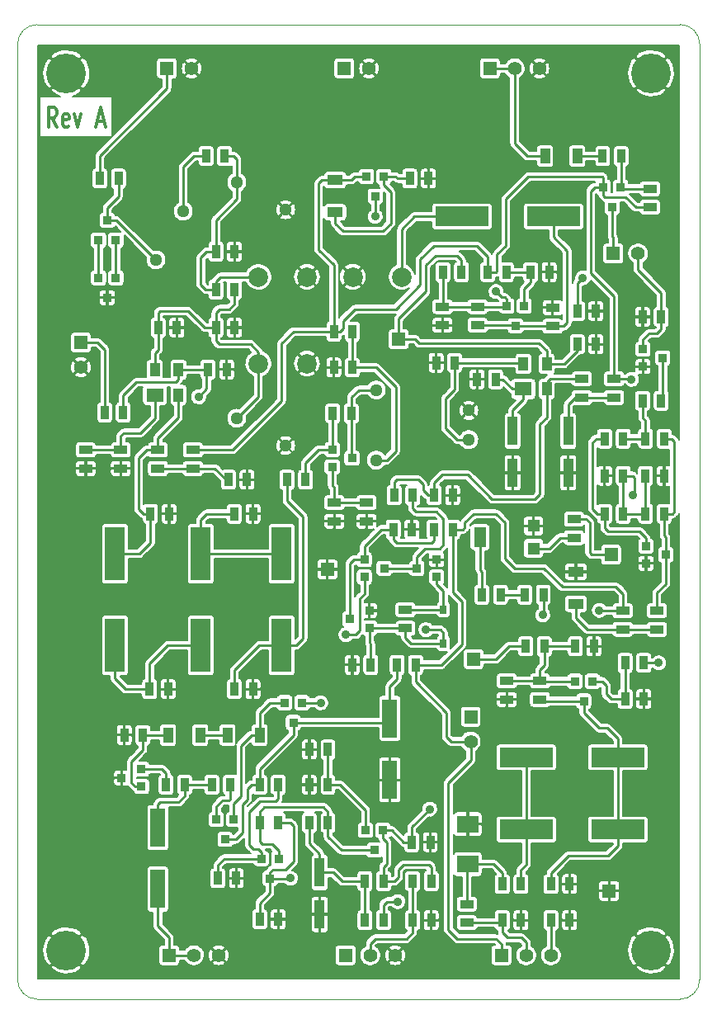
<source format=gtl>
G04 (created by PCBNEW (2013-mar-13)-testing) date Sun 07 Jul 2013 01:13:12 PM PDT*
%MOIN*%
G04 Gerber Fmt 3.4, Leading zero omitted, Abs format*
%FSLAX34Y34*%
G01*
G70*
G90*
G04 APERTURE LIST*
%ADD10C,0.005906*%
%ADD11C,0.011811*%
%ADD12C,0.003937*%
%ADD13C,0.078700*%
%ADD14R,0.086614X0.070866*%
%ADD15R,0.025591X0.038189*%
%ADD16R,0.062992X0.039370*%
%ADD17R,0.055000X0.055000*%
%ADD18C,0.055000*%
%ADD19R,0.051181X0.051181*%
%ADD20R,0.051181X0.078740*%
%ADD21C,0.051200*%
%ADD22R,0.059055X0.157480*%
%ADD23R,0.039370X0.118110*%
%ADD24R,0.070866X0.056102*%
%ADD25R,0.039370X0.056102*%
%ADD26C,0.160000*%
%ADD27R,0.039370X0.062992*%
%ADD28R,0.035000X0.055000*%
%ADD29R,0.055000X0.035000*%
%ADD30R,0.036000X0.036000*%
%ADD31R,0.216500X0.078700*%
%ADD32R,0.078700X0.216500*%
%ADD33C,0.035000*%
%ADD34C,0.010000*%
%ADD35C,0.007874*%
G04 APERTURE END LIST*
G54D10*
G54D11*
X40958Y-23820D02*
X40762Y-23445D01*
X40621Y-23820D02*
X40621Y-23033D01*
X40846Y-23033D01*
X40902Y-23070D01*
X40930Y-23108D01*
X40958Y-23183D01*
X40958Y-23295D01*
X40930Y-23370D01*
X40902Y-23408D01*
X40846Y-23445D01*
X40621Y-23445D01*
X41437Y-23783D02*
X41380Y-23820D01*
X41268Y-23820D01*
X41212Y-23783D01*
X41183Y-23708D01*
X41183Y-23408D01*
X41212Y-23333D01*
X41268Y-23295D01*
X41380Y-23295D01*
X41437Y-23333D01*
X41465Y-23408D01*
X41465Y-23483D01*
X41183Y-23558D01*
X41661Y-23295D02*
X41802Y-23820D01*
X41943Y-23295D01*
X42589Y-23595D02*
X42871Y-23595D01*
X42533Y-23820D02*
X42730Y-23033D01*
X42927Y-23820D01*
G54D12*
X66141Y-59055D02*
G75*
G03X66929Y-58267I0J787D01*
G74*
G01*
X39370Y-58267D02*
G75*
G03X40157Y-59055I787J0D01*
G74*
G01*
X66929Y-20472D02*
G75*
G03X66141Y-19685I-787J0D01*
G74*
G01*
X40157Y-19685D02*
G75*
G03X39370Y-20472I0J-787D01*
G74*
G01*
X66141Y-19685D02*
X40157Y-19685D01*
X66929Y-58267D02*
X66929Y-20472D01*
X40157Y-59055D02*
X66141Y-59055D01*
X39370Y-20472D02*
X39370Y-58267D01*
G54D13*
X52913Y-29881D03*
X54881Y-29881D03*
X51062Y-29881D03*
X49094Y-29881D03*
X51062Y-33385D03*
X49094Y-33385D03*
G54D14*
X57559Y-51988D03*
X57559Y-53602D03*
G54D15*
X56574Y-44685D03*
X56574Y-43314D03*
G54D16*
X52204Y-27263D03*
X52204Y-25964D03*
X61929Y-41791D03*
X61929Y-43090D03*
G54D17*
X58448Y-21456D03*
G54D18*
X59448Y-21456D03*
X60448Y-21456D03*
G54D17*
X45496Y-57283D03*
G54D18*
X46496Y-57283D03*
X47496Y-57283D03*
G54D17*
X51889Y-41692D03*
X54763Y-32401D03*
X57795Y-45314D03*
X63346Y-41102D03*
X63267Y-54685D03*
X58921Y-57283D03*
G54D18*
X59921Y-57283D03*
X60921Y-57283D03*
G54D17*
X52622Y-57283D03*
G54D18*
X53622Y-57283D03*
X54622Y-57283D03*
G54D19*
X60216Y-40846D03*
X60216Y-39940D03*
G54D20*
X58051Y-40393D03*
G54D21*
X57598Y-36456D03*
X57598Y-35275D03*
X53858Y-37283D03*
X53858Y-34448D03*
G54D17*
X63437Y-28937D03*
G54D18*
X64437Y-28937D03*
G54D17*
X57677Y-47649D03*
G54D18*
X57677Y-48649D03*
G54D17*
X52570Y-21456D03*
G54D18*
X53570Y-21456D03*
G54D17*
X41929Y-32531D03*
G54D18*
X41929Y-33531D03*
G54D17*
X45405Y-21456D03*
G54D18*
X46405Y-21456D03*
G54D22*
X45039Y-54606D03*
X45039Y-52125D03*
X54409Y-50196D03*
X54409Y-47716D03*
G54D23*
X51574Y-55629D03*
X51574Y-53937D03*
X59370Y-37795D03*
X59370Y-36102D03*
X61614Y-37795D03*
X61614Y-36102D03*
G54D24*
X44921Y-34645D03*
G54D25*
X45866Y-34645D03*
X45866Y-33631D03*
X44921Y-33631D03*
G54D24*
X59803Y-34409D03*
G54D25*
X60748Y-34409D03*
X60748Y-33395D03*
X59803Y-33395D03*
G54D26*
X41338Y-21653D03*
X64960Y-21653D03*
X41338Y-57086D03*
X64960Y-57086D03*
G54D27*
X46751Y-48385D03*
X45452Y-48385D03*
X49153Y-48385D03*
X47854Y-48385D03*
G54D28*
X44743Y-39448D03*
X45493Y-39448D03*
X42695Y-25905D03*
X43445Y-25905D03*
X44703Y-46535D03*
X45453Y-46535D03*
X58955Y-55866D03*
X59705Y-55866D03*
X48128Y-39448D03*
X48878Y-39448D03*
X60097Y-29685D03*
X60847Y-29685D03*
G54D29*
X57952Y-31831D03*
X57952Y-31081D03*
X56535Y-31081D03*
X56535Y-31831D03*
G54D28*
X48128Y-46535D03*
X48878Y-46535D03*
X47380Y-28858D03*
X48130Y-28858D03*
X52894Y-33543D03*
X52144Y-33543D03*
X56554Y-29685D03*
X57304Y-29685D03*
X63916Y-46929D03*
X64666Y-46929D03*
G54D29*
X60472Y-46949D03*
X60472Y-46199D03*
X59133Y-46199D03*
X59133Y-46949D03*
X53464Y-38995D03*
X53464Y-39745D03*
G54D28*
X47380Y-30393D03*
X48130Y-30393D03*
X47380Y-31929D03*
X48130Y-31929D03*
X60650Y-44803D03*
X59900Y-44803D03*
X42892Y-35354D03*
X43642Y-35354D03*
X56199Y-38700D03*
X56949Y-38700D03*
X47892Y-38070D03*
X48642Y-38070D03*
G54D29*
X43543Y-36869D03*
X43543Y-37619D03*
G54D28*
X54585Y-38700D03*
X55335Y-38700D03*
X54546Y-40078D03*
X55296Y-40078D03*
X55333Y-55866D03*
X56083Y-55866D03*
X55333Y-54291D03*
X56083Y-54291D03*
X60611Y-42716D03*
X59861Y-42716D03*
X51910Y-48976D03*
X51160Y-48976D03*
X49152Y-51929D03*
X49902Y-51929D03*
X47459Y-54173D03*
X48209Y-54173D03*
X63089Y-36417D03*
X63839Y-36417D03*
X64743Y-37913D03*
X65493Y-37913D03*
X63839Y-37913D03*
X63089Y-37913D03*
X64743Y-36417D03*
X65493Y-36417D03*
X59705Y-54409D03*
X58955Y-54409D03*
X50254Y-38070D03*
X51004Y-38070D03*
X60924Y-55866D03*
X61674Y-55866D03*
G54D29*
X60984Y-31871D03*
X60984Y-31121D03*
X57519Y-55965D03*
X57519Y-55215D03*
G54D28*
X52144Y-32086D03*
X52894Y-32086D03*
X61987Y-31259D03*
X62737Y-31259D03*
X52855Y-35393D03*
X52105Y-35393D03*
X60924Y-54409D03*
X61674Y-54409D03*
X59115Y-29685D03*
X58365Y-29685D03*
G54D29*
X52165Y-38995D03*
X52165Y-39745D03*
G54D28*
X61987Y-32598D03*
X62737Y-32598D03*
X57028Y-33346D03*
X56278Y-33346D03*
X64666Y-45472D03*
X63916Y-45472D03*
X61908Y-44803D03*
X62658Y-44803D03*
G54D29*
X63464Y-33995D03*
X63464Y-34745D03*
X62165Y-34745D03*
X62165Y-33995D03*
G54D28*
X58682Y-34015D03*
X57932Y-34015D03*
X47065Y-33622D03*
X47815Y-33622D03*
X45058Y-31929D03*
X45808Y-31929D03*
G54D29*
X46456Y-36869D03*
X46456Y-37619D03*
X45039Y-37619D03*
X45039Y-36869D03*
X42125Y-36869D03*
X42125Y-37619D03*
X55039Y-44075D03*
X55039Y-43325D03*
G54D28*
X53642Y-45551D03*
X52892Y-45551D03*
X63010Y-25000D03*
X63760Y-25000D03*
X56199Y-40078D03*
X56949Y-40078D03*
X55215Y-25905D03*
X55965Y-25905D03*
G54D29*
X64921Y-26317D03*
X64921Y-27067D03*
G54D28*
X53404Y-54291D03*
X54154Y-54291D03*
X55294Y-52716D03*
X56044Y-52716D03*
X58878Y-42716D03*
X58128Y-42716D03*
X54154Y-55866D03*
X53404Y-55866D03*
X51160Y-51929D03*
X51910Y-51929D03*
X51910Y-50393D03*
X51160Y-50393D03*
G54D29*
X61850Y-40414D03*
X61850Y-39664D03*
G54D28*
X49152Y-50393D03*
X49902Y-50393D03*
X49152Y-55826D03*
X49902Y-55826D03*
X64625Y-31496D03*
X65375Y-31496D03*
X63089Y-39448D03*
X63839Y-39448D03*
G54D29*
X63818Y-43365D03*
X63818Y-44115D03*
X65196Y-44115D03*
X65196Y-43365D03*
G54D28*
X64625Y-34881D03*
X65375Y-34881D03*
X44430Y-48385D03*
X43680Y-48385D03*
X64743Y-39448D03*
X65493Y-39448D03*
X55453Y-45551D03*
X54703Y-45551D03*
X47973Y-50393D03*
X47223Y-50393D03*
X46123Y-50393D03*
X45373Y-50393D03*
G54D30*
X42642Y-29914D03*
X43342Y-29914D03*
X42992Y-30714D03*
X43342Y-28392D03*
X42642Y-28392D03*
X42992Y-27592D03*
X64639Y-33499D03*
X64639Y-32799D03*
X65439Y-33149D03*
X53468Y-25820D03*
X54168Y-25820D03*
X53818Y-26620D03*
X53588Y-43350D03*
X53588Y-44050D03*
X52788Y-43700D03*
X53379Y-42003D03*
X53379Y-41303D03*
X54179Y-41653D03*
X56305Y-41303D03*
X56305Y-42003D03*
X55505Y-41653D03*
G54D21*
X48228Y-35590D03*
X50197Y-36692D03*
X48228Y-26063D03*
X50197Y-27165D03*
X44960Y-29192D03*
X46062Y-27224D03*
G54D31*
X59921Y-52204D03*
X63621Y-52204D03*
X59921Y-49291D03*
X63621Y-49291D03*
G54D32*
X50039Y-41063D03*
X50039Y-44763D03*
X46771Y-44763D03*
X46771Y-41063D03*
G54D31*
X57323Y-27440D03*
X61023Y-27440D03*
G54D32*
X43307Y-41063D03*
X43307Y-44763D03*
G54D30*
X44376Y-49768D03*
X44376Y-50468D03*
X43576Y-50118D03*
X47405Y-51804D03*
X48105Y-51804D03*
X47755Y-52604D03*
X50161Y-47080D03*
X50861Y-47080D03*
X50511Y-47880D03*
X64757Y-41452D03*
X64757Y-40752D03*
X65557Y-41102D03*
X49216Y-53379D03*
X49916Y-53379D03*
X49566Y-54179D03*
X53429Y-52237D03*
X54129Y-52237D03*
X53779Y-53037D03*
X63035Y-26253D03*
X63735Y-26253D03*
X63385Y-27053D03*
X52080Y-37554D03*
X52080Y-36854D03*
X52880Y-37204D03*
X61894Y-46214D03*
X62594Y-46214D03*
X62244Y-47014D03*
X59138Y-31056D03*
X59838Y-31056D03*
X59488Y-31856D03*
G54D28*
X46987Y-25000D03*
X47737Y-25000D03*
G54D27*
X61988Y-25000D03*
X60688Y-25000D03*
G54D33*
X54724Y-55118D03*
X62874Y-43346D03*
X64173Y-34015D03*
X45039Y-44094D03*
X45039Y-43307D03*
X45039Y-42519D03*
X45039Y-41732D03*
X48425Y-41732D03*
X48425Y-42519D03*
X48425Y-43307D03*
X48425Y-44094D03*
X54921Y-42204D03*
X55866Y-44133D03*
X65275Y-45472D03*
X53818Y-27440D03*
X56023Y-51377D03*
X60590Y-43543D03*
X64212Y-38700D03*
X51614Y-47086D03*
X50393Y-54173D03*
X58700Y-30472D03*
X62204Y-29921D03*
X52637Y-44330D03*
X46692Y-34724D03*
G54D34*
X54154Y-55254D02*
X54154Y-55866D01*
X54291Y-55118D02*
X54154Y-55254D01*
X54724Y-55118D02*
X54291Y-55118D01*
X57677Y-48649D02*
X57677Y-49409D01*
X58921Y-56834D02*
X58921Y-57283D01*
X58700Y-56614D02*
X58921Y-56834D01*
X57125Y-56614D02*
X58700Y-56614D01*
X56771Y-56259D02*
X57125Y-56614D01*
X56771Y-50314D02*
X56771Y-56259D01*
X57677Y-49409D02*
X56771Y-50314D01*
X55453Y-45551D02*
X55453Y-46241D01*
X56877Y-48649D02*
X57677Y-48649D01*
X56692Y-48464D02*
X56877Y-48649D01*
X56692Y-47480D02*
X56692Y-48464D01*
X55453Y-46241D02*
X56692Y-47480D01*
X56949Y-40078D02*
X56949Y-42619D01*
X56496Y-45551D02*
X55453Y-45551D01*
X57322Y-44724D02*
X56496Y-45551D01*
X57322Y-42992D02*
X57322Y-44724D01*
X56949Y-42619D02*
X57322Y-42992D01*
X63818Y-43365D02*
X63818Y-42677D01*
X57362Y-40078D02*
X56949Y-40078D01*
X57440Y-40000D02*
X57362Y-40078D01*
X57440Y-39803D02*
X57440Y-40000D01*
X57795Y-39448D02*
X57440Y-39803D01*
X58700Y-39448D02*
X57795Y-39448D01*
X59055Y-39803D02*
X58700Y-39448D01*
X59055Y-41259D02*
X59055Y-39803D01*
X59448Y-41653D02*
X59055Y-41259D01*
X60629Y-41653D02*
X59448Y-41653D01*
X61377Y-42401D02*
X60629Y-41653D01*
X63543Y-42401D02*
X61377Y-42401D01*
X63818Y-42677D02*
X63543Y-42401D01*
X63464Y-33995D02*
X64152Y-33995D01*
X62892Y-43365D02*
X63818Y-43365D01*
X62874Y-43346D02*
X62892Y-43365D01*
X64152Y-33995D02*
X64173Y-34015D01*
X63035Y-26253D02*
X62683Y-26253D01*
X63464Y-30669D02*
X63464Y-33995D01*
X62519Y-29724D02*
X63464Y-30669D01*
X62519Y-26417D02*
X62519Y-29724D01*
X62683Y-26253D02*
X62519Y-26417D01*
X63035Y-26253D02*
X63035Y-25870D01*
X58700Y-29685D02*
X58365Y-29685D01*
X58740Y-29645D02*
X58700Y-29685D01*
X58740Y-28976D02*
X58740Y-29645D01*
X59094Y-28622D02*
X58740Y-28976D01*
X59094Y-26732D02*
X59094Y-28622D01*
X60000Y-25826D02*
X59094Y-26732D01*
X62992Y-25826D02*
X60000Y-25826D01*
X63035Y-25870D02*
X62992Y-25826D01*
X64921Y-27067D02*
X64351Y-27067D01*
X63035Y-26579D02*
X63035Y-26253D01*
X63110Y-26653D02*
X63035Y-26579D01*
X63937Y-26653D02*
X63110Y-26653D01*
X64351Y-27067D02*
X63937Y-26653D01*
X52144Y-32086D02*
X52401Y-32086D01*
X52401Y-32086D02*
X52519Y-31968D01*
X52519Y-31968D02*
X52519Y-31653D01*
X52519Y-31653D02*
X52992Y-31181D01*
X52992Y-31181D02*
X54645Y-31181D01*
X54645Y-31181D02*
X55629Y-30196D01*
X55629Y-30196D02*
X55629Y-29173D01*
X55629Y-29173D02*
X56181Y-28622D01*
X56181Y-28622D02*
X57913Y-28622D01*
X57913Y-28622D02*
X58365Y-29073D01*
X58365Y-29073D02*
X58365Y-29685D01*
X52144Y-32086D02*
X50511Y-32086D01*
X48052Y-36869D02*
X46456Y-36869D01*
X50039Y-34881D02*
X48052Y-36869D01*
X50039Y-32559D02*
X50039Y-34881D01*
X50511Y-32086D02*
X50039Y-32559D01*
X52204Y-25964D02*
X51673Y-25964D01*
X52144Y-29388D02*
X52144Y-32086D01*
X51535Y-28779D02*
X52144Y-29388D01*
X51535Y-26102D02*
X51535Y-28779D01*
X51673Y-25964D02*
X51535Y-26102D01*
X52204Y-25964D02*
X52854Y-25964D01*
X52998Y-25820D02*
X53468Y-25820D01*
X52854Y-25964D02*
X52998Y-25820D01*
X45493Y-39448D02*
X45493Y-41278D01*
X45039Y-42519D02*
X45039Y-43307D01*
X45493Y-41278D02*
X45039Y-41732D01*
X45453Y-46535D02*
X46968Y-46535D01*
X48425Y-43307D02*
X48425Y-42519D01*
X47716Y-44803D02*
X48425Y-44094D01*
X47716Y-45787D02*
X47716Y-44803D01*
X46968Y-46535D02*
X47716Y-45787D01*
X53588Y-43350D02*
X54168Y-43350D01*
X54921Y-42598D02*
X54921Y-42204D01*
X54168Y-43350D02*
X54921Y-42598D01*
X44743Y-39448D02*
X44743Y-40611D01*
X44290Y-41063D02*
X43307Y-41063D01*
X44743Y-40611D02*
X44290Y-41063D01*
X45039Y-36869D02*
X44587Y-36869D01*
X44448Y-39448D02*
X44743Y-39448D01*
X44251Y-39251D02*
X44448Y-39448D01*
X44251Y-37204D02*
X44251Y-39251D01*
X44587Y-36869D02*
X44251Y-37204D01*
X45866Y-34645D02*
X45866Y-35551D01*
X45039Y-36377D02*
X45039Y-36869D01*
X45866Y-35551D02*
X45039Y-36377D01*
X56574Y-44685D02*
X56574Y-44251D01*
X56456Y-44133D02*
X55866Y-44133D01*
X56574Y-44251D02*
X56456Y-44133D01*
X55039Y-44075D02*
X55039Y-44448D01*
X55275Y-44685D02*
X56574Y-44685D01*
X55039Y-44448D02*
X55275Y-44685D01*
X53642Y-45551D02*
X53642Y-44705D01*
X53588Y-44651D02*
X53588Y-44050D01*
X53642Y-44705D02*
X53588Y-44651D01*
X55039Y-44075D02*
X53613Y-44075D01*
X53613Y-44075D02*
X53588Y-44050D01*
X63385Y-27053D02*
X63385Y-28228D01*
X63385Y-28228D02*
X63437Y-28279D01*
X63437Y-28279D02*
X63437Y-28937D01*
X43543Y-36869D02*
X42125Y-36869D01*
X44921Y-34645D02*
X44921Y-35590D01*
X43543Y-36299D02*
X43543Y-36869D01*
X43661Y-36181D02*
X43543Y-36299D01*
X44330Y-36181D02*
X43661Y-36181D01*
X44921Y-35590D02*
X44330Y-36181D01*
X47380Y-28858D02*
X47380Y-27579D01*
X48228Y-26732D02*
X48228Y-26063D01*
X47380Y-27579D02*
X48228Y-26732D01*
X47737Y-25000D02*
X48110Y-25000D01*
X48110Y-25000D02*
X48228Y-25117D01*
X48228Y-25117D02*
X48228Y-26063D01*
X49094Y-29881D02*
X47559Y-29881D01*
X47380Y-30060D02*
X47380Y-30393D01*
X47559Y-29881D02*
X47380Y-30060D01*
X47380Y-28858D02*
X47007Y-28858D01*
X46968Y-30393D02*
X47380Y-30393D01*
X46771Y-30196D02*
X46968Y-30393D01*
X46771Y-29094D02*
X46771Y-30196D01*
X47007Y-28858D02*
X46771Y-29094D01*
X47892Y-38070D02*
X47795Y-38070D01*
X47343Y-37619D02*
X46456Y-37619D01*
X47795Y-38070D02*
X47343Y-37619D01*
X45039Y-37619D02*
X46456Y-37619D01*
X52855Y-35393D02*
X52855Y-34743D01*
X53149Y-34448D02*
X53858Y-34448D01*
X52855Y-34743D02*
X53149Y-34448D01*
X52855Y-35393D02*
X52855Y-37179D01*
X52855Y-37179D02*
X52880Y-37204D01*
X52894Y-32086D02*
X52894Y-33543D01*
X53858Y-37283D02*
X54291Y-37283D01*
X53858Y-33543D02*
X52894Y-33543D01*
X54645Y-34330D02*
X53858Y-33543D01*
X54645Y-36929D02*
X54645Y-34330D01*
X54291Y-37283D02*
X54645Y-36929D01*
X52165Y-38995D02*
X53464Y-38995D01*
X52080Y-37554D02*
X52080Y-38300D01*
X52165Y-38385D02*
X52165Y-38995D01*
X52080Y-38300D02*
X52165Y-38385D01*
X60097Y-29685D02*
X60097Y-30099D01*
X59838Y-30358D02*
X59838Y-31056D01*
X60097Y-30099D02*
X59838Y-30358D01*
X59115Y-29685D02*
X60097Y-29685D01*
X60984Y-31871D02*
X61436Y-31871D01*
X61023Y-28267D02*
X61023Y-27440D01*
X61574Y-28818D02*
X61023Y-28267D01*
X61574Y-31732D02*
X61574Y-28818D01*
X61436Y-31871D02*
X61574Y-31732D01*
X59488Y-31856D02*
X60969Y-31856D01*
X60969Y-31856D02*
X60984Y-31871D01*
X57952Y-31831D02*
X59463Y-31831D01*
X59463Y-31831D02*
X59488Y-31856D01*
X57323Y-27440D02*
X55393Y-27440D01*
X54881Y-27953D02*
X54881Y-29881D01*
X55393Y-27440D02*
X54881Y-27953D01*
X44703Y-46535D02*
X44703Y-45493D01*
X45433Y-44763D02*
X46771Y-44763D01*
X44703Y-45493D02*
X45433Y-44763D01*
X43307Y-44763D02*
X43307Y-46102D01*
X43740Y-46535D02*
X44703Y-46535D01*
X43307Y-46102D02*
X43740Y-46535D01*
X52105Y-35393D02*
X52105Y-36829D01*
X52105Y-36829D02*
X52080Y-36854D01*
X51004Y-38070D02*
X51004Y-37380D01*
X51531Y-36854D02*
X52080Y-36854D01*
X51004Y-37380D02*
X51531Y-36854D01*
X47380Y-31929D02*
X46929Y-31929D01*
X45058Y-31319D02*
X45058Y-31929D01*
X45118Y-31259D02*
X45058Y-31319D01*
X46259Y-31259D02*
X45118Y-31259D01*
X46929Y-31929D02*
X46259Y-31259D01*
X49094Y-33385D02*
X49094Y-34724D01*
X49094Y-34724D02*
X48228Y-35590D01*
X45058Y-31929D02*
X45058Y-32815D01*
X45058Y-32815D02*
X44921Y-32952D01*
X44921Y-32952D02*
X44921Y-33631D01*
X49094Y-33385D02*
X49094Y-32913D01*
X47380Y-32459D02*
X47380Y-31929D01*
X47519Y-32598D02*
X47380Y-32459D01*
X48779Y-32598D02*
X47519Y-32598D01*
X49094Y-32913D02*
X48779Y-32598D01*
X48130Y-30393D02*
X48130Y-30963D01*
X47380Y-31319D02*
X47380Y-31929D01*
X47519Y-31181D02*
X47380Y-31319D01*
X47913Y-31181D02*
X47519Y-31181D01*
X48130Y-30963D02*
X47913Y-31181D01*
X50039Y-44763D02*
X50630Y-44763D01*
X50254Y-38916D02*
X50254Y-38070D01*
X50905Y-39566D02*
X50254Y-38916D01*
X50905Y-44488D02*
X50905Y-39566D01*
X50630Y-44763D02*
X50905Y-44488D01*
X50039Y-44763D02*
X49134Y-44763D01*
X48128Y-45768D02*
X48128Y-46535D01*
X49134Y-44763D02*
X48128Y-45768D01*
X46771Y-41063D02*
X50039Y-41063D01*
X48128Y-39448D02*
X47007Y-39448D01*
X46771Y-39685D02*
X46771Y-41063D01*
X47007Y-39448D02*
X46771Y-39685D01*
X64921Y-26317D02*
X63800Y-26317D01*
X63800Y-26317D02*
X63735Y-26253D01*
X63760Y-25000D02*
X63760Y-26228D01*
X63760Y-26228D02*
X63735Y-26253D01*
X59448Y-21456D02*
X59448Y-24488D01*
X59960Y-25000D02*
X60688Y-25000D01*
X59448Y-24488D02*
X59960Y-25000D01*
X59448Y-21456D02*
X58448Y-21456D01*
X65275Y-45472D02*
X64666Y-45472D01*
X57519Y-55965D02*
X58856Y-55965D01*
X58856Y-55965D02*
X58955Y-55866D01*
X58955Y-55866D02*
X58955Y-56357D01*
X59921Y-56771D02*
X59921Y-57283D01*
X59724Y-56574D02*
X59921Y-56771D01*
X59173Y-56574D02*
X59724Y-56574D01*
X58955Y-56357D02*
X59173Y-56574D01*
X60924Y-55866D02*
X60924Y-57280D01*
X60924Y-57280D02*
X60921Y-57283D01*
X45496Y-57283D02*
X46496Y-57283D01*
X45039Y-54606D02*
X45039Y-56102D01*
X45496Y-56559D02*
X45496Y-57283D01*
X45039Y-56102D02*
X45496Y-56559D01*
X64437Y-28937D02*
X64437Y-29594D01*
X65375Y-30532D02*
X65375Y-31496D01*
X64437Y-29594D02*
X65375Y-30532D01*
X65375Y-31496D02*
X65375Y-31987D01*
X64639Y-32407D02*
X64639Y-32799D01*
X64881Y-32165D02*
X64639Y-32407D01*
X65196Y-32165D02*
X64881Y-32165D01*
X65375Y-31987D02*
X65196Y-32165D01*
X46062Y-27224D02*
X46062Y-25433D01*
X46496Y-25000D02*
X46987Y-25000D01*
X46062Y-25433D02*
X46496Y-25000D01*
X61988Y-25000D02*
X63010Y-25000D01*
X53818Y-27440D02*
X53818Y-26620D01*
X54168Y-25820D02*
X54168Y-26176D01*
X52204Y-27716D02*
X52204Y-27263D01*
X52519Y-28031D02*
X52204Y-27716D01*
X54133Y-28031D02*
X52519Y-28031D01*
X54448Y-27716D02*
X54133Y-28031D01*
X54448Y-26456D02*
X54448Y-27716D01*
X54168Y-26176D02*
X54448Y-26456D01*
X54168Y-25820D02*
X54639Y-25820D01*
X54724Y-25905D02*
X55215Y-25905D01*
X54639Y-25820D02*
X54724Y-25905D01*
X60924Y-54409D02*
X60924Y-53957D01*
X63621Y-52874D02*
X63621Y-52204D01*
X63228Y-53267D02*
X63621Y-52874D01*
X61614Y-53267D02*
X63228Y-53267D01*
X60924Y-53957D02*
X61614Y-53267D01*
X62244Y-47014D02*
X60536Y-47014D01*
X60536Y-47014D02*
X60472Y-46949D01*
X63621Y-49291D02*
X63621Y-52204D01*
X62244Y-47014D02*
X62244Y-47480D01*
X63621Y-48542D02*
X63621Y-49291D01*
X63188Y-48110D02*
X63621Y-48542D01*
X62874Y-48110D02*
X63188Y-48110D01*
X62244Y-47480D02*
X62874Y-48110D01*
X63916Y-46929D02*
X63346Y-46929D01*
X62985Y-46214D02*
X62594Y-46214D01*
X63149Y-46377D02*
X62985Y-46214D01*
X63149Y-46732D02*
X63149Y-46377D01*
X63346Y-46929D02*
X63149Y-46732D01*
X63916Y-45472D02*
X63916Y-46929D01*
X59921Y-52204D02*
X59921Y-53621D01*
X59705Y-53837D02*
X59705Y-54409D01*
X59921Y-53621D02*
X59705Y-53837D01*
X59921Y-49291D02*
X59921Y-52204D01*
X58955Y-54409D02*
X58955Y-53955D01*
X58602Y-53602D02*
X57559Y-53602D01*
X58955Y-53955D02*
X58602Y-53602D01*
X57519Y-55215D02*
X57519Y-53641D01*
X57519Y-53641D02*
X57559Y-53602D01*
X42892Y-35354D02*
X42892Y-32813D01*
X42610Y-32531D02*
X41929Y-32531D01*
X42892Y-32813D02*
X42610Y-32531D01*
X61894Y-46214D02*
X60486Y-46214D01*
X60486Y-46214D02*
X60472Y-46199D01*
X60650Y-44803D02*
X61908Y-44803D01*
X60650Y-44803D02*
X60650Y-45569D01*
X60472Y-45748D02*
X60472Y-46199D01*
X60650Y-45569D02*
X60472Y-45748D01*
X59133Y-46199D02*
X60472Y-46199D01*
X49216Y-53379D02*
X47722Y-53379D01*
X47459Y-53642D02*
X47459Y-54173D01*
X47722Y-53379D02*
X47459Y-53642D01*
X49216Y-53379D02*
X49216Y-53114D01*
X49902Y-50963D02*
X49902Y-50393D01*
X49803Y-51062D02*
X49902Y-50963D01*
X49173Y-51062D02*
X49803Y-51062D01*
X48740Y-51496D02*
X49173Y-51062D01*
X48740Y-52834D02*
X48740Y-51496D01*
X48897Y-52992D02*
X48740Y-52834D01*
X49094Y-52992D02*
X48897Y-52992D01*
X49216Y-53114D02*
X49094Y-52992D01*
X54129Y-52237D02*
X54129Y-52554D01*
X54154Y-53719D02*
X54154Y-54291D01*
X54291Y-53582D02*
X54154Y-53719D01*
X54291Y-52716D02*
X54291Y-53582D01*
X54129Y-52554D02*
X54291Y-52716D01*
X54129Y-52237D02*
X54481Y-52237D01*
X54960Y-52716D02*
X55294Y-52716D01*
X54481Y-52237D02*
X54960Y-52716D01*
X56083Y-54291D02*
X56083Y-53721D01*
X56083Y-53721D02*
X55984Y-53622D01*
X55984Y-53622D02*
X54960Y-53622D01*
X54960Y-53622D02*
X54763Y-53818D01*
X54763Y-53818D02*
X54763Y-54133D01*
X54763Y-54133D02*
X54606Y-54291D01*
X54606Y-54291D02*
X54154Y-54291D01*
X60611Y-42716D02*
X60611Y-43522D01*
X55294Y-52107D02*
X55294Y-52716D01*
X56023Y-51377D02*
X55294Y-52107D01*
X60611Y-43522D02*
X60590Y-43543D01*
X58878Y-42716D02*
X59861Y-42716D01*
X55333Y-55866D02*
X55333Y-56359D01*
X53622Y-56811D02*
X53622Y-57283D01*
X53818Y-56614D02*
X53622Y-56811D01*
X55078Y-56614D02*
X53818Y-56614D01*
X55333Y-56359D02*
X55078Y-56614D01*
X55333Y-54291D02*
X55333Y-55866D01*
X63818Y-44115D02*
X62382Y-44115D01*
X61929Y-43661D02*
X61929Y-43090D01*
X62382Y-44115D02*
X61929Y-43661D01*
X63818Y-44115D02*
X65196Y-44115D01*
X51910Y-48976D02*
X51910Y-50393D01*
X53429Y-52237D02*
X53429Y-51421D01*
X52401Y-50393D02*
X51910Y-50393D01*
X53429Y-51421D02*
X52401Y-50393D01*
X49916Y-53379D02*
X49916Y-53066D01*
X49152Y-52695D02*
X49152Y-51929D01*
X49251Y-52795D02*
X49152Y-52695D01*
X49645Y-52795D02*
X49251Y-52795D01*
X49916Y-53066D02*
X49645Y-52795D01*
X51910Y-51929D02*
X51910Y-51477D01*
X49152Y-51477D02*
X49152Y-51929D01*
X49330Y-51299D02*
X49152Y-51477D01*
X51732Y-51299D02*
X49330Y-51299D01*
X51910Y-51477D02*
X51732Y-51299D01*
X53779Y-53037D02*
X52447Y-53037D01*
X51910Y-52500D02*
X51910Y-51929D01*
X52447Y-53037D02*
X51910Y-52500D01*
X51160Y-51929D02*
X51160Y-52774D01*
X51574Y-53188D02*
X51574Y-53937D01*
X51160Y-52774D02*
X51574Y-53188D01*
X53404Y-54291D02*
X52480Y-54291D01*
X52125Y-53937D02*
X51574Y-53937D01*
X52480Y-54291D02*
X52125Y-53937D01*
X53404Y-55866D02*
X53404Y-54291D01*
X60216Y-40846D02*
X60846Y-40846D01*
X61278Y-40414D02*
X61850Y-40414D01*
X60846Y-40846D02*
X61278Y-40414D01*
X64212Y-37913D02*
X63839Y-37913D01*
X64291Y-37992D02*
X64212Y-37913D01*
X64291Y-38622D02*
X64291Y-37992D01*
X64212Y-38700D02*
X64291Y-38622D01*
X61850Y-39664D02*
X62341Y-39664D01*
X62559Y-41102D02*
X63346Y-41102D01*
X62480Y-41023D02*
X62559Y-41102D01*
X62480Y-39803D02*
X62480Y-41023D01*
X62341Y-39664D02*
X62480Y-39803D01*
X64743Y-39448D02*
X63839Y-39448D01*
X64743Y-37913D02*
X64743Y-39448D01*
X63839Y-37913D02*
X63839Y-39448D01*
X58051Y-40393D02*
X58051Y-41712D01*
X58128Y-41790D02*
X58128Y-42716D01*
X58051Y-41712D02*
X58128Y-41790D01*
X64743Y-36417D02*
X63839Y-36417D01*
X64625Y-34881D02*
X64625Y-35569D01*
X64743Y-35687D02*
X64743Y-36417D01*
X64625Y-35569D02*
X64743Y-35687D01*
X65557Y-41102D02*
X65557Y-42277D01*
X65196Y-42637D02*
X65196Y-43365D01*
X65557Y-42277D02*
X65196Y-42637D01*
X65493Y-39448D02*
X65493Y-40335D01*
X65557Y-40400D02*
X65557Y-41102D01*
X65493Y-40335D02*
X65557Y-40400D01*
X65493Y-36417D02*
X65787Y-36417D01*
X65826Y-39448D02*
X65493Y-39448D01*
X65905Y-39370D02*
X65826Y-39448D01*
X65905Y-36535D02*
X65905Y-39370D01*
X65787Y-36417D02*
X65905Y-36535D01*
X64757Y-40752D02*
X64757Y-40426D01*
X63089Y-40018D02*
X63089Y-39448D01*
X63228Y-40157D02*
X63089Y-40018D01*
X64488Y-40157D02*
X63228Y-40157D01*
X64757Y-40426D02*
X64488Y-40157D01*
X63089Y-36417D02*
X62755Y-36417D01*
X62795Y-39448D02*
X63089Y-39448D01*
X62598Y-39251D02*
X62795Y-39448D01*
X62598Y-36574D02*
X62598Y-39251D01*
X62755Y-36417D02*
X62598Y-36574D01*
X65439Y-33149D02*
X65439Y-34817D01*
X65439Y-34817D02*
X65375Y-34881D01*
X49566Y-54179D02*
X49566Y-53937D01*
X50393Y-51929D02*
X49902Y-51929D01*
X50511Y-52047D02*
X50393Y-51929D01*
X50511Y-53503D02*
X50511Y-52047D01*
X50196Y-53818D02*
X50511Y-53503D01*
X49685Y-53818D02*
X50196Y-53818D01*
X49566Y-53937D02*
X49685Y-53818D01*
X49566Y-54179D02*
X50387Y-54179D01*
X51607Y-47080D02*
X50861Y-47080D01*
X51614Y-47086D02*
X51607Y-47080D01*
X50387Y-54179D02*
X50393Y-54173D01*
X49152Y-55826D02*
X49152Y-55178D01*
X49566Y-54763D02*
X49566Y-54179D01*
X49152Y-55178D02*
X49566Y-54763D01*
X46123Y-50393D02*
X46123Y-50845D01*
X45039Y-51181D02*
X45039Y-52125D01*
X45118Y-51102D02*
X45039Y-51181D01*
X45866Y-51102D02*
X45118Y-51102D01*
X46123Y-50845D02*
X45866Y-51102D01*
X47223Y-50393D02*
X46123Y-50393D01*
X45373Y-50393D02*
X45373Y-49939D01*
X45201Y-49768D02*
X44376Y-49768D01*
X45373Y-49939D02*
X45201Y-49768D01*
X44430Y-48385D02*
X45452Y-48385D01*
X44376Y-50468D02*
X44129Y-50468D01*
X44430Y-48995D02*
X44430Y-48385D01*
X43976Y-49448D02*
X44430Y-48995D01*
X43976Y-50314D02*
X43976Y-49448D01*
X44129Y-50468D02*
X43976Y-50314D01*
X45405Y-21456D02*
X45405Y-22271D01*
X42695Y-24981D02*
X42695Y-25905D01*
X45405Y-22271D02*
X42695Y-24981D01*
X47405Y-51804D02*
X47405Y-51264D01*
X47973Y-50963D02*
X47973Y-50393D01*
X47913Y-51023D02*
X47973Y-50963D01*
X47646Y-51023D02*
X47913Y-51023D01*
X47405Y-51264D02*
X47646Y-51023D01*
X48105Y-51804D02*
X48105Y-51146D01*
X48818Y-48385D02*
X49153Y-48385D01*
X48385Y-48818D02*
X48818Y-48385D01*
X48385Y-50866D02*
X48385Y-48818D01*
X48105Y-51146D02*
X48385Y-50866D01*
X50161Y-47080D02*
X49573Y-47080D01*
X49153Y-47500D02*
X49153Y-48385D01*
X49573Y-47080D02*
X49153Y-47500D01*
X47755Y-52604D02*
X48182Y-52604D01*
X48818Y-50393D02*
X49152Y-50393D01*
X48661Y-50551D02*
X48818Y-50393D01*
X48661Y-50984D02*
X48661Y-50551D01*
X48464Y-51181D02*
X48661Y-50984D01*
X48464Y-52322D02*
X48464Y-51181D01*
X48182Y-52604D02*
X48464Y-52322D01*
X50511Y-47880D02*
X50511Y-48385D01*
X49152Y-49745D02*
X49152Y-50393D01*
X50511Y-48385D02*
X49152Y-49745D01*
X50511Y-47880D02*
X54245Y-47880D01*
X54245Y-47880D02*
X54409Y-47716D01*
X54703Y-45551D02*
X54703Y-46123D01*
X54409Y-46417D02*
X54409Y-47716D01*
X54703Y-46123D02*
X54409Y-46417D01*
X47854Y-48385D02*
X46751Y-48385D01*
X59803Y-34409D02*
X59803Y-34842D01*
X59370Y-35275D02*
X59370Y-36102D01*
X59803Y-34842D02*
X59370Y-35275D01*
X59803Y-34409D02*
X59370Y-34409D01*
X58976Y-34015D02*
X58682Y-34015D01*
X59370Y-34409D02*
X58976Y-34015D01*
X55505Y-41653D02*
X55505Y-41187D01*
X55335Y-39233D02*
X55335Y-38700D01*
X55472Y-39370D02*
X55335Y-39233D01*
X56299Y-39370D02*
X55472Y-39370D01*
X56574Y-39645D02*
X56299Y-39370D01*
X56574Y-40708D02*
X56574Y-39645D01*
X56417Y-40866D02*
X56574Y-40708D01*
X55826Y-40866D02*
X56417Y-40866D01*
X55505Y-41187D02*
X55826Y-40866D01*
X55505Y-41653D02*
X54179Y-41653D01*
X62165Y-34745D02*
X61908Y-34745D01*
X61614Y-35039D02*
X61614Y-36102D01*
X61908Y-34745D02*
X61614Y-35039D01*
X63464Y-34745D02*
X62165Y-34745D01*
X57028Y-33346D02*
X59753Y-33346D01*
X59753Y-33346D02*
X59803Y-33395D01*
X57598Y-36456D02*
X57125Y-36456D01*
X57028Y-34428D02*
X57028Y-33346D01*
X56653Y-34803D02*
X57028Y-34428D01*
X56653Y-35984D02*
X56653Y-34803D01*
X57125Y-36456D02*
X56653Y-35984D01*
X61987Y-32598D02*
X61987Y-32855D01*
X61446Y-33395D02*
X60748Y-33395D01*
X61987Y-32855D02*
X61446Y-33395D01*
X54763Y-32401D02*
X54763Y-31574D01*
X57304Y-29193D02*
X57304Y-29685D01*
X57125Y-29015D02*
X57304Y-29193D01*
X56259Y-29015D02*
X57125Y-29015D01*
X55866Y-29409D02*
X56259Y-29015D01*
X55866Y-30472D02*
X55866Y-29409D01*
X54763Y-31574D02*
X55866Y-30472D01*
X60748Y-33395D02*
X60748Y-32874D01*
X55433Y-32401D02*
X54763Y-32401D01*
X55590Y-32559D02*
X55433Y-32401D01*
X60433Y-32559D02*
X55590Y-32559D01*
X60748Y-32874D02*
X60433Y-32559D01*
X61987Y-31259D02*
X61987Y-30138D01*
X59138Y-30791D02*
X59138Y-31056D01*
X59055Y-30708D02*
X59138Y-30791D01*
X58937Y-30708D02*
X59055Y-30708D01*
X58700Y-30472D02*
X58937Y-30708D01*
X61987Y-30138D02*
X62204Y-29921D01*
X57952Y-31081D02*
X59113Y-31081D01*
X59113Y-31081D02*
X59138Y-31056D01*
X56535Y-31081D02*
X57952Y-31081D01*
X56554Y-29685D02*
X56554Y-31062D01*
X56554Y-31062D02*
X56535Y-31081D01*
X43342Y-28392D02*
X43342Y-29914D01*
X56199Y-38700D02*
X55944Y-38700D01*
X54585Y-38170D02*
X54585Y-38700D01*
X54685Y-38070D02*
X54585Y-38170D01*
X55551Y-38070D02*
X54685Y-38070D01*
X55748Y-38267D02*
X55551Y-38070D01*
X55748Y-38503D02*
X55748Y-38267D01*
X55944Y-38700D02*
X55748Y-38503D01*
X60748Y-34409D02*
X60748Y-35551D01*
X56199Y-38209D02*
X56199Y-38700D01*
X56535Y-37874D02*
X56199Y-38209D01*
X57559Y-37874D02*
X56535Y-37874D01*
X58543Y-38858D02*
X57559Y-37874D01*
X60275Y-38858D02*
X58543Y-38858D01*
X60472Y-38661D02*
X60275Y-38858D01*
X60472Y-35826D02*
X60472Y-38661D01*
X60748Y-35551D02*
X60472Y-35826D01*
X62165Y-33995D02*
X60886Y-33995D01*
X60748Y-34133D02*
X60748Y-34409D01*
X60886Y-33995D02*
X60748Y-34133D01*
X53385Y-42009D02*
X53379Y-42003D01*
X53385Y-42677D02*
X53385Y-42009D01*
X53188Y-42874D02*
X53385Y-42677D01*
X53188Y-44173D02*
X53188Y-42874D01*
X53031Y-44330D02*
X53188Y-44173D01*
X52637Y-44330D02*
X53031Y-44330D01*
X53379Y-41303D02*
X52948Y-41303D01*
X52788Y-41462D02*
X52788Y-43700D01*
X52948Y-41303D02*
X52788Y-41462D01*
X54546Y-40078D02*
X54055Y-40078D01*
X53379Y-40754D02*
X53379Y-41303D01*
X54055Y-40078D02*
X53379Y-40754D01*
X54546Y-40078D02*
X54546Y-40491D01*
X56199Y-40532D02*
X56199Y-40078D01*
X56102Y-40629D02*
X56199Y-40532D01*
X54685Y-40629D02*
X56102Y-40629D01*
X54546Y-40491D02*
X54685Y-40629D01*
X55039Y-43325D02*
X56563Y-43325D01*
X56563Y-43325D02*
X56574Y-43314D01*
X56305Y-42003D02*
X56305Y-42289D01*
X56574Y-42559D02*
X56574Y-43314D01*
X56305Y-42289D02*
X56574Y-42559D01*
X42992Y-27592D02*
X43360Y-27592D01*
X43360Y-27592D02*
X44960Y-29192D01*
X43445Y-25905D02*
X43445Y-26632D01*
X42992Y-27086D02*
X42992Y-27592D01*
X43445Y-26632D02*
X42992Y-27086D01*
X42642Y-28392D02*
X42642Y-29914D01*
X47007Y-33680D02*
X47065Y-33622D01*
X47007Y-34409D02*
X47007Y-33680D01*
X46692Y-34724D02*
X47007Y-34409D01*
X59900Y-44803D02*
X59212Y-44803D01*
X58700Y-45314D02*
X57795Y-45314D01*
X59212Y-44803D02*
X58700Y-45314D01*
X45866Y-33631D02*
X45866Y-34015D01*
X43642Y-34664D02*
X43642Y-35354D01*
X44173Y-34133D02*
X43642Y-34664D01*
X45748Y-34133D02*
X44173Y-34133D01*
X45866Y-34015D02*
X45748Y-34133D01*
X45866Y-33631D02*
X47056Y-33631D01*
X47056Y-33631D02*
X47065Y-33622D01*
G54D10*
G36*
X57115Y-44638D02*
X56859Y-44894D01*
X56860Y-44891D01*
X56860Y-44860D01*
X56860Y-44478D01*
X56854Y-44448D01*
X56842Y-44419D01*
X56825Y-44393D01*
X56803Y-44371D01*
X56782Y-44357D01*
X56782Y-44251D01*
X56780Y-44232D01*
X56778Y-44213D01*
X56778Y-44212D01*
X56778Y-44211D01*
X56772Y-44193D01*
X56767Y-44174D01*
X56766Y-44173D01*
X56766Y-44172D01*
X56757Y-44155D01*
X56748Y-44138D01*
X56748Y-44138D01*
X56747Y-44137D01*
X56735Y-44122D01*
X56723Y-44107D01*
X56722Y-44105D01*
X56722Y-44105D01*
X56721Y-44105D01*
X56721Y-44105D01*
X56603Y-43987D01*
X56588Y-43974D01*
X56573Y-43962D01*
X56572Y-43962D01*
X56572Y-43961D01*
X56555Y-43952D01*
X56538Y-43943D01*
X56537Y-43942D01*
X56536Y-43942D01*
X56518Y-43936D01*
X56499Y-43930D01*
X56498Y-43930D01*
X56497Y-43930D01*
X56478Y-43928D01*
X56459Y-43926D01*
X56457Y-43926D01*
X56457Y-43926D01*
X56457Y-43926D01*
X56456Y-43926D01*
X56127Y-43926D01*
X56125Y-43922D01*
X56079Y-43876D01*
X56025Y-43839D01*
X55964Y-43814D01*
X55901Y-43801D01*
X55835Y-43801D01*
X55771Y-43813D01*
X55711Y-43837D01*
X55656Y-43873D01*
X55610Y-43919D01*
X55573Y-43972D01*
X55547Y-44032D01*
X55534Y-44096D01*
X55533Y-44161D01*
X55544Y-44225D01*
X55568Y-44286D01*
X55604Y-44341D01*
X55649Y-44388D01*
X55703Y-44425D01*
X55762Y-44451D01*
X55826Y-44465D01*
X55891Y-44466D01*
X55955Y-44455D01*
X56016Y-44432D01*
X56071Y-44397D01*
X56119Y-44352D01*
X56126Y-44341D01*
X56367Y-44341D01*
X56367Y-44357D01*
X56346Y-44371D01*
X56324Y-44393D01*
X56307Y-44419D01*
X56295Y-44448D01*
X56289Y-44477D01*
X55361Y-44477D01*
X55292Y-44408D01*
X55329Y-44408D01*
X55360Y-44402D01*
X55388Y-44390D01*
X55414Y-44373D01*
X55436Y-44351D01*
X55453Y-44325D01*
X55465Y-44296D01*
X55471Y-44266D01*
X55471Y-44235D01*
X55471Y-43885D01*
X55465Y-43854D01*
X55453Y-43826D01*
X55436Y-43800D01*
X55414Y-43778D01*
X55388Y-43761D01*
X55360Y-43749D01*
X55329Y-43743D01*
X55298Y-43743D01*
X54748Y-43743D01*
X54718Y-43749D01*
X54689Y-43761D01*
X54663Y-43778D01*
X54642Y-43800D01*
X54624Y-43826D01*
X54612Y-43854D01*
X54610Y-43868D01*
X53926Y-43868D01*
X53926Y-43855D01*
X53926Y-43546D01*
X53926Y-43409D01*
X53926Y-43291D01*
X53926Y-43155D01*
X53920Y-43124D01*
X53908Y-43096D01*
X53891Y-43070D01*
X53869Y-43048D01*
X53843Y-43031D01*
X53814Y-43019D01*
X53784Y-43013D01*
X53753Y-43013D01*
X53648Y-43013D01*
X53608Y-43052D01*
X53608Y-43331D01*
X53887Y-43331D01*
X53926Y-43291D01*
X53926Y-43409D01*
X53887Y-43370D01*
X53608Y-43370D01*
X53608Y-43648D01*
X53648Y-43688D01*
X53753Y-43688D01*
X53784Y-43688D01*
X53814Y-43682D01*
X53843Y-43670D01*
X53869Y-43653D01*
X53891Y-43631D01*
X53908Y-43605D01*
X53920Y-43576D01*
X53926Y-43546D01*
X53926Y-43855D01*
X53920Y-43824D01*
X53908Y-43796D01*
X53891Y-43770D01*
X53869Y-43748D01*
X53843Y-43731D01*
X53814Y-43719D01*
X53784Y-43713D01*
X53753Y-43713D01*
X53396Y-43713D01*
X53396Y-43688D01*
X53424Y-43688D01*
X53529Y-43688D01*
X53569Y-43648D01*
X53569Y-43370D01*
X53561Y-43370D01*
X53561Y-43331D01*
X53569Y-43331D01*
X53569Y-43052D01*
X53529Y-43013D01*
X53424Y-43013D01*
X53396Y-43013D01*
X53396Y-42959D01*
X53532Y-42823D01*
X53544Y-42809D01*
X53557Y-42794D01*
X53557Y-42793D01*
X53558Y-42792D01*
X53567Y-42775D01*
X53576Y-42758D01*
X53576Y-42757D01*
X53577Y-42756D01*
X53582Y-42738D01*
X53588Y-42720D01*
X53588Y-42719D01*
X53589Y-42718D01*
X53591Y-42699D01*
X53593Y-42680D01*
X53593Y-42677D01*
X53593Y-42677D01*
X53593Y-42677D01*
X53593Y-42677D01*
X53593Y-42337D01*
X53605Y-42334D01*
X53634Y-42323D01*
X53659Y-42305D01*
X53681Y-42283D01*
X53699Y-42258D01*
X53710Y-42229D01*
X53717Y-42199D01*
X53717Y-42168D01*
X53717Y-41808D01*
X53710Y-41777D01*
X53699Y-41748D01*
X53681Y-41723D01*
X53659Y-41701D01*
X53634Y-41683D01*
X53605Y-41672D01*
X53575Y-41666D01*
X53544Y-41666D01*
X53184Y-41666D01*
X53153Y-41672D01*
X53124Y-41683D01*
X53099Y-41701D01*
X53077Y-41723D01*
X53059Y-41748D01*
X53048Y-41777D01*
X53042Y-41808D01*
X53042Y-41839D01*
X53042Y-42199D01*
X53048Y-42229D01*
X53059Y-42258D01*
X53077Y-42283D01*
X53099Y-42305D01*
X53124Y-42323D01*
X53153Y-42334D01*
X53178Y-42339D01*
X53178Y-42591D01*
X53042Y-42727D01*
X53030Y-42742D01*
X53017Y-42756D01*
X53017Y-42757D01*
X53016Y-42758D01*
X53007Y-42775D01*
X52998Y-42792D01*
X52997Y-42793D01*
X52997Y-42794D01*
X52996Y-42797D01*
X52996Y-41548D01*
X53034Y-41511D01*
X53044Y-41511D01*
X53048Y-41529D01*
X53059Y-41558D01*
X53077Y-41583D01*
X53099Y-41605D01*
X53124Y-41623D01*
X53153Y-41634D01*
X53184Y-41641D01*
X53215Y-41641D01*
X53575Y-41641D01*
X53605Y-41634D01*
X53634Y-41623D01*
X53659Y-41605D01*
X53681Y-41583D01*
X53699Y-41558D01*
X53710Y-41529D01*
X53717Y-41499D01*
X53717Y-41468D01*
X53717Y-41108D01*
X53710Y-41077D01*
X53699Y-41048D01*
X53681Y-41023D01*
X53659Y-41001D01*
X53634Y-40983D01*
X53605Y-40972D01*
X53587Y-40968D01*
X53587Y-40840D01*
X54141Y-40286D01*
X54213Y-40286D01*
X54213Y-40369D01*
X54219Y-40399D01*
X54231Y-40428D01*
X54248Y-40454D01*
X54270Y-40476D01*
X54296Y-40493D01*
X54325Y-40505D01*
X54340Y-40508D01*
X54340Y-40510D01*
X54342Y-40529D01*
X54342Y-40530D01*
X54342Y-40531D01*
X54348Y-40549D01*
X54353Y-40568D01*
X54354Y-40569D01*
X54354Y-40570D01*
X54363Y-40587D01*
X54372Y-40604D01*
X54372Y-40604D01*
X54373Y-40605D01*
X54385Y-40620D01*
X54397Y-40635D01*
X54399Y-40637D01*
X54399Y-40637D01*
X54399Y-40637D01*
X54399Y-40637D01*
X54538Y-40776D01*
X54553Y-40788D01*
X54567Y-40801D01*
X54568Y-40801D01*
X54569Y-40802D01*
X54586Y-40811D01*
X54603Y-40820D01*
X54604Y-40820D01*
X54605Y-40821D01*
X54623Y-40827D01*
X54641Y-40832D01*
X54642Y-40832D01*
X54644Y-40833D01*
X54663Y-40835D01*
X54682Y-40837D01*
X54684Y-40837D01*
X54684Y-40837D01*
X54684Y-40837D01*
X54685Y-40837D01*
X55562Y-40837D01*
X55358Y-41040D01*
X55346Y-41055D01*
X55334Y-41070D01*
X55333Y-41071D01*
X55333Y-41071D01*
X55324Y-41088D01*
X55314Y-41105D01*
X55314Y-41106D01*
X55313Y-41107D01*
X55308Y-41125D01*
X55302Y-41144D01*
X55302Y-41145D01*
X55302Y-41146D01*
X55300Y-41165D01*
X55298Y-41184D01*
X55298Y-41186D01*
X55298Y-41186D01*
X55298Y-41186D01*
X55298Y-41187D01*
X55298Y-41318D01*
X55279Y-41322D01*
X55250Y-41333D01*
X55225Y-41351D01*
X55203Y-41373D01*
X55185Y-41398D01*
X55174Y-41427D01*
X55170Y-41446D01*
X54514Y-41446D01*
X54510Y-41427D01*
X54499Y-41398D01*
X54481Y-41373D01*
X54459Y-41351D01*
X54434Y-41333D01*
X54405Y-41322D01*
X54375Y-41316D01*
X54344Y-41316D01*
X53984Y-41316D01*
X53953Y-41322D01*
X53924Y-41333D01*
X53899Y-41351D01*
X53877Y-41373D01*
X53859Y-41398D01*
X53848Y-41427D01*
X53842Y-41458D01*
X53842Y-41489D01*
X53842Y-41849D01*
X53848Y-41879D01*
X53859Y-41908D01*
X53877Y-41933D01*
X53899Y-41955D01*
X53924Y-41973D01*
X53953Y-41984D01*
X53984Y-41991D01*
X54015Y-41991D01*
X54375Y-41991D01*
X54405Y-41984D01*
X54434Y-41973D01*
X54459Y-41955D01*
X54481Y-41933D01*
X54499Y-41908D01*
X54510Y-41879D01*
X54514Y-41861D01*
X55170Y-41861D01*
X55174Y-41879D01*
X55185Y-41908D01*
X55203Y-41933D01*
X55225Y-41955D01*
X55250Y-41973D01*
X55279Y-41984D01*
X55310Y-41991D01*
X55341Y-41991D01*
X55701Y-41991D01*
X55731Y-41984D01*
X55760Y-41973D01*
X55785Y-41955D01*
X55807Y-41933D01*
X55825Y-41908D01*
X55836Y-41879D01*
X55842Y-41849D01*
X55842Y-41818D01*
X55842Y-41458D01*
X55836Y-41427D01*
X55825Y-41398D01*
X55807Y-41373D01*
X55785Y-41351D01*
X55760Y-41333D01*
X55731Y-41322D01*
X55712Y-41318D01*
X55712Y-41273D01*
X55912Y-41073D01*
X55975Y-41073D01*
X55974Y-41077D01*
X55968Y-41108D01*
X55968Y-41244D01*
X56007Y-41283D01*
X56285Y-41283D01*
X56285Y-41275D01*
X56325Y-41275D01*
X56325Y-41283D01*
X56603Y-41283D01*
X56642Y-41244D01*
X56642Y-41108D01*
X56636Y-41077D01*
X56625Y-41048D01*
X56607Y-41023D01*
X56585Y-41001D01*
X56579Y-40997D01*
X56721Y-40855D01*
X56733Y-40840D01*
X56742Y-40830D01*
X56742Y-42437D01*
X56735Y-42429D01*
X56723Y-42414D01*
X56722Y-42412D01*
X56722Y-42412D01*
X56721Y-42412D01*
X56721Y-42412D01*
X56600Y-42291D01*
X56607Y-42283D01*
X56625Y-42258D01*
X56636Y-42229D01*
X56642Y-42199D01*
X56642Y-42168D01*
X56642Y-41808D01*
X56642Y-41499D01*
X56642Y-41362D01*
X56603Y-41323D01*
X56325Y-41323D01*
X56325Y-41601D01*
X56364Y-41641D01*
X56470Y-41641D01*
X56501Y-41641D01*
X56531Y-41634D01*
X56560Y-41623D01*
X56585Y-41605D01*
X56607Y-41583D01*
X56625Y-41558D01*
X56636Y-41529D01*
X56642Y-41499D01*
X56642Y-41808D01*
X56636Y-41777D01*
X56625Y-41748D01*
X56607Y-41723D01*
X56585Y-41701D01*
X56560Y-41683D01*
X56531Y-41672D01*
X56501Y-41666D01*
X56470Y-41666D01*
X56285Y-41666D01*
X56285Y-41601D01*
X56285Y-41323D01*
X56007Y-41323D01*
X55968Y-41362D01*
X55968Y-41499D01*
X55974Y-41529D01*
X55985Y-41558D01*
X56003Y-41583D01*
X56025Y-41605D01*
X56050Y-41623D01*
X56079Y-41634D01*
X56110Y-41641D01*
X56141Y-41641D01*
X56246Y-41641D01*
X56285Y-41601D01*
X56285Y-41666D01*
X56110Y-41666D01*
X56079Y-41672D01*
X56050Y-41683D01*
X56025Y-41701D01*
X56003Y-41723D01*
X55985Y-41748D01*
X55974Y-41777D01*
X55968Y-41808D01*
X55968Y-41839D01*
X55968Y-42199D01*
X55974Y-42229D01*
X55985Y-42258D01*
X56003Y-42283D01*
X56025Y-42305D01*
X56050Y-42323D01*
X56079Y-42334D01*
X56104Y-42340D01*
X56107Y-42348D01*
X56112Y-42366D01*
X56113Y-42367D01*
X56113Y-42368D01*
X56122Y-42385D01*
X56131Y-42402D01*
X56132Y-42403D01*
X56132Y-42404D01*
X56144Y-42419D01*
X56156Y-42434D01*
X56158Y-42435D01*
X56158Y-42435D01*
X56158Y-42435D01*
X56158Y-42436D01*
X56367Y-42644D01*
X56367Y-42987D01*
X56346Y-43001D01*
X56324Y-43023D01*
X56307Y-43049D01*
X56295Y-43078D01*
X56289Y-43108D01*
X56289Y-43118D01*
X55468Y-43118D01*
X55465Y-43104D01*
X55453Y-43076D01*
X55436Y-43050D01*
X55414Y-43028D01*
X55388Y-43011D01*
X55360Y-42999D01*
X55329Y-42993D01*
X55298Y-42993D01*
X54748Y-42993D01*
X54718Y-42999D01*
X54689Y-43011D01*
X54663Y-43028D01*
X54642Y-43050D01*
X54624Y-43076D01*
X54612Y-43104D01*
X54606Y-43135D01*
X54606Y-43166D01*
X54606Y-43516D01*
X54612Y-43546D01*
X54624Y-43575D01*
X54642Y-43601D01*
X54663Y-43623D01*
X54689Y-43640D01*
X54718Y-43652D01*
X54748Y-43658D01*
X54779Y-43658D01*
X55329Y-43658D01*
X55360Y-43652D01*
X55388Y-43640D01*
X55414Y-43623D01*
X55436Y-43601D01*
X55453Y-43575D01*
X55465Y-43546D01*
X55468Y-43533D01*
X56291Y-43533D01*
X56295Y-43551D01*
X56307Y-43580D01*
X56324Y-43606D01*
X56346Y-43628D01*
X56372Y-43645D01*
X56400Y-43657D01*
X56431Y-43663D01*
X56462Y-43663D01*
X56718Y-43663D01*
X56748Y-43657D01*
X56777Y-43645D01*
X56803Y-43628D01*
X56825Y-43606D01*
X56842Y-43580D01*
X56854Y-43551D01*
X56860Y-43521D01*
X56860Y-43490D01*
X56860Y-43108D01*
X56854Y-43078D01*
X56842Y-43049D01*
X56825Y-43023D01*
X56803Y-43001D01*
X56782Y-42987D01*
X56782Y-42740D01*
X56789Y-42748D01*
X56801Y-42763D01*
X56802Y-42765D01*
X56802Y-42765D01*
X56802Y-42765D01*
X56803Y-42765D01*
X57115Y-43078D01*
X57115Y-44638D01*
X57115Y-44638D01*
G37*
G54D35*
X57115Y-44638D02*
X56859Y-44894D01*
X56860Y-44891D01*
X56860Y-44860D01*
X56860Y-44478D01*
X56854Y-44448D01*
X56842Y-44419D01*
X56825Y-44393D01*
X56803Y-44371D01*
X56782Y-44357D01*
X56782Y-44251D01*
X56780Y-44232D01*
X56778Y-44213D01*
X56778Y-44212D01*
X56778Y-44211D01*
X56772Y-44193D01*
X56767Y-44174D01*
X56766Y-44173D01*
X56766Y-44172D01*
X56757Y-44155D01*
X56748Y-44138D01*
X56748Y-44138D01*
X56747Y-44137D01*
X56735Y-44122D01*
X56723Y-44107D01*
X56722Y-44105D01*
X56722Y-44105D01*
X56721Y-44105D01*
X56721Y-44105D01*
X56603Y-43987D01*
X56588Y-43974D01*
X56573Y-43962D01*
X56572Y-43962D01*
X56572Y-43961D01*
X56555Y-43952D01*
X56538Y-43943D01*
X56537Y-43942D01*
X56536Y-43942D01*
X56518Y-43936D01*
X56499Y-43930D01*
X56498Y-43930D01*
X56497Y-43930D01*
X56478Y-43928D01*
X56459Y-43926D01*
X56457Y-43926D01*
X56457Y-43926D01*
X56457Y-43926D01*
X56456Y-43926D01*
X56127Y-43926D01*
X56125Y-43922D01*
X56079Y-43876D01*
X56025Y-43839D01*
X55964Y-43814D01*
X55901Y-43801D01*
X55835Y-43801D01*
X55771Y-43813D01*
X55711Y-43837D01*
X55656Y-43873D01*
X55610Y-43919D01*
X55573Y-43972D01*
X55547Y-44032D01*
X55534Y-44096D01*
X55533Y-44161D01*
X55544Y-44225D01*
X55568Y-44286D01*
X55604Y-44341D01*
X55649Y-44388D01*
X55703Y-44425D01*
X55762Y-44451D01*
X55826Y-44465D01*
X55891Y-44466D01*
X55955Y-44455D01*
X56016Y-44432D01*
X56071Y-44397D01*
X56119Y-44352D01*
X56126Y-44341D01*
X56367Y-44341D01*
X56367Y-44357D01*
X56346Y-44371D01*
X56324Y-44393D01*
X56307Y-44419D01*
X56295Y-44448D01*
X56289Y-44477D01*
X55361Y-44477D01*
X55292Y-44408D01*
X55329Y-44408D01*
X55360Y-44402D01*
X55388Y-44390D01*
X55414Y-44373D01*
X55436Y-44351D01*
X55453Y-44325D01*
X55465Y-44296D01*
X55471Y-44266D01*
X55471Y-44235D01*
X55471Y-43885D01*
X55465Y-43854D01*
X55453Y-43826D01*
X55436Y-43800D01*
X55414Y-43778D01*
X55388Y-43761D01*
X55360Y-43749D01*
X55329Y-43743D01*
X55298Y-43743D01*
X54748Y-43743D01*
X54718Y-43749D01*
X54689Y-43761D01*
X54663Y-43778D01*
X54642Y-43800D01*
X54624Y-43826D01*
X54612Y-43854D01*
X54610Y-43868D01*
X53926Y-43868D01*
X53926Y-43855D01*
X53926Y-43546D01*
X53926Y-43409D01*
X53926Y-43291D01*
X53926Y-43155D01*
X53920Y-43124D01*
X53908Y-43096D01*
X53891Y-43070D01*
X53869Y-43048D01*
X53843Y-43031D01*
X53814Y-43019D01*
X53784Y-43013D01*
X53753Y-43013D01*
X53648Y-43013D01*
X53608Y-43052D01*
X53608Y-43331D01*
X53887Y-43331D01*
X53926Y-43291D01*
X53926Y-43409D01*
X53887Y-43370D01*
X53608Y-43370D01*
X53608Y-43648D01*
X53648Y-43688D01*
X53753Y-43688D01*
X53784Y-43688D01*
X53814Y-43682D01*
X53843Y-43670D01*
X53869Y-43653D01*
X53891Y-43631D01*
X53908Y-43605D01*
X53920Y-43576D01*
X53926Y-43546D01*
X53926Y-43855D01*
X53920Y-43824D01*
X53908Y-43796D01*
X53891Y-43770D01*
X53869Y-43748D01*
X53843Y-43731D01*
X53814Y-43719D01*
X53784Y-43713D01*
X53753Y-43713D01*
X53396Y-43713D01*
X53396Y-43688D01*
X53424Y-43688D01*
X53529Y-43688D01*
X53569Y-43648D01*
X53569Y-43370D01*
X53561Y-43370D01*
X53561Y-43331D01*
X53569Y-43331D01*
X53569Y-43052D01*
X53529Y-43013D01*
X53424Y-43013D01*
X53396Y-43013D01*
X53396Y-42959D01*
X53532Y-42823D01*
X53544Y-42809D01*
X53557Y-42794D01*
X53557Y-42793D01*
X53558Y-42792D01*
X53567Y-42775D01*
X53576Y-42758D01*
X53576Y-42757D01*
X53577Y-42756D01*
X53582Y-42738D01*
X53588Y-42720D01*
X53588Y-42719D01*
X53589Y-42718D01*
X53591Y-42699D01*
X53593Y-42680D01*
X53593Y-42677D01*
X53593Y-42677D01*
X53593Y-42677D01*
X53593Y-42677D01*
X53593Y-42337D01*
X53605Y-42334D01*
X53634Y-42323D01*
X53659Y-42305D01*
X53681Y-42283D01*
X53699Y-42258D01*
X53710Y-42229D01*
X53717Y-42199D01*
X53717Y-42168D01*
X53717Y-41808D01*
X53710Y-41777D01*
X53699Y-41748D01*
X53681Y-41723D01*
X53659Y-41701D01*
X53634Y-41683D01*
X53605Y-41672D01*
X53575Y-41666D01*
X53544Y-41666D01*
X53184Y-41666D01*
X53153Y-41672D01*
X53124Y-41683D01*
X53099Y-41701D01*
X53077Y-41723D01*
X53059Y-41748D01*
X53048Y-41777D01*
X53042Y-41808D01*
X53042Y-41839D01*
X53042Y-42199D01*
X53048Y-42229D01*
X53059Y-42258D01*
X53077Y-42283D01*
X53099Y-42305D01*
X53124Y-42323D01*
X53153Y-42334D01*
X53178Y-42339D01*
X53178Y-42591D01*
X53042Y-42727D01*
X53030Y-42742D01*
X53017Y-42756D01*
X53017Y-42757D01*
X53016Y-42758D01*
X53007Y-42775D01*
X52998Y-42792D01*
X52997Y-42793D01*
X52997Y-42794D01*
X52996Y-42797D01*
X52996Y-41548D01*
X53034Y-41511D01*
X53044Y-41511D01*
X53048Y-41529D01*
X53059Y-41558D01*
X53077Y-41583D01*
X53099Y-41605D01*
X53124Y-41623D01*
X53153Y-41634D01*
X53184Y-41641D01*
X53215Y-41641D01*
X53575Y-41641D01*
X53605Y-41634D01*
X53634Y-41623D01*
X53659Y-41605D01*
X53681Y-41583D01*
X53699Y-41558D01*
X53710Y-41529D01*
X53717Y-41499D01*
X53717Y-41468D01*
X53717Y-41108D01*
X53710Y-41077D01*
X53699Y-41048D01*
X53681Y-41023D01*
X53659Y-41001D01*
X53634Y-40983D01*
X53605Y-40972D01*
X53587Y-40968D01*
X53587Y-40840D01*
X54141Y-40286D01*
X54213Y-40286D01*
X54213Y-40369D01*
X54219Y-40399D01*
X54231Y-40428D01*
X54248Y-40454D01*
X54270Y-40476D01*
X54296Y-40493D01*
X54325Y-40505D01*
X54340Y-40508D01*
X54340Y-40510D01*
X54342Y-40529D01*
X54342Y-40530D01*
X54342Y-40531D01*
X54348Y-40549D01*
X54353Y-40568D01*
X54354Y-40569D01*
X54354Y-40570D01*
X54363Y-40587D01*
X54372Y-40604D01*
X54372Y-40604D01*
X54373Y-40605D01*
X54385Y-40620D01*
X54397Y-40635D01*
X54399Y-40637D01*
X54399Y-40637D01*
X54399Y-40637D01*
X54399Y-40637D01*
X54538Y-40776D01*
X54553Y-40788D01*
X54567Y-40801D01*
X54568Y-40801D01*
X54569Y-40802D01*
X54586Y-40811D01*
X54603Y-40820D01*
X54604Y-40820D01*
X54605Y-40821D01*
X54623Y-40827D01*
X54641Y-40832D01*
X54642Y-40832D01*
X54644Y-40833D01*
X54663Y-40835D01*
X54682Y-40837D01*
X54684Y-40837D01*
X54684Y-40837D01*
X54684Y-40837D01*
X54685Y-40837D01*
X55562Y-40837D01*
X55358Y-41040D01*
X55346Y-41055D01*
X55334Y-41070D01*
X55333Y-41071D01*
X55333Y-41071D01*
X55324Y-41088D01*
X55314Y-41105D01*
X55314Y-41106D01*
X55313Y-41107D01*
X55308Y-41125D01*
X55302Y-41144D01*
X55302Y-41145D01*
X55302Y-41146D01*
X55300Y-41165D01*
X55298Y-41184D01*
X55298Y-41186D01*
X55298Y-41186D01*
X55298Y-41186D01*
X55298Y-41187D01*
X55298Y-41318D01*
X55279Y-41322D01*
X55250Y-41333D01*
X55225Y-41351D01*
X55203Y-41373D01*
X55185Y-41398D01*
X55174Y-41427D01*
X55170Y-41446D01*
X54514Y-41446D01*
X54510Y-41427D01*
X54499Y-41398D01*
X54481Y-41373D01*
X54459Y-41351D01*
X54434Y-41333D01*
X54405Y-41322D01*
X54375Y-41316D01*
X54344Y-41316D01*
X53984Y-41316D01*
X53953Y-41322D01*
X53924Y-41333D01*
X53899Y-41351D01*
X53877Y-41373D01*
X53859Y-41398D01*
X53848Y-41427D01*
X53842Y-41458D01*
X53842Y-41489D01*
X53842Y-41849D01*
X53848Y-41879D01*
X53859Y-41908D01*
X53877Y-41933D01*
X53899Y-41955D01*
X53924Y-41973D01*
X53953Y-41984D01*
X53984Y-41991D01*
X54015Y-41991D01*
X54375Y-41991D01*
X54405Y-41984D01*
X54434Y-41973D01*
X54459Y-41955D01*
X54481Y-41933D01*
X54499Y-41908D01*
X54510Y-41879D01*
X54514Y-41861D01*
X55170Y-41861D01*
X55174Y-41879D01*
X55185Y-41908D01*
X55203Y-41933D01*
X55225Y-41955D01*
X55250Y-41973D01*
X55279Y-41984D01*
X55310Y-41991D01*
X55341Y-41991D01*
X55701Y-41991D01*
X55731Y-41984D01*
X55760Y-41973D01*
X55785Y-41955D01*
X55807Y-41933D01*
X55825Y-41908D01*
X55836Y-41879D01*
X55842Y-41849D01*
X55842Y-41818D01*
X55842Y-41458D01*
X55836Y-41427D01*
X55825Y-41398D01*
X55807Y-41373D01*
X55785Y-41351D01*
X55760Y-41333D01*
X55731Y-41322D01*
X55712Y-41318D01*
X55712Y-41273D01*
X55912Y-41073D01*
X55975Y-41073D01*
X55974Y-41077D01*
X55968Y-41108D01*
X55968Y-41244D01*
X56007Y-41283D01*
X56285Y-41283D01*
X56285Y-41275D01*
X56325Y-41275D01*
X56325Y-41283D01*
X56603Y-41283D01*
X56642Y-41244D01*
X56642Y-41108D01*
X56636Y-41077D01*
X56625Y-41048D01*
X56607Y-41023D01*
X56585Y-41001D01*
X56579Y-40997D01*
X56721Y-40855D01*
X56733Y-40840D01*
X56742Y-40830D01*
X56742Y-42437D01*
X56735Y-42429D01*
X56723Y-42414D01*
X56722Y-42412D01*
X56722Y-42412D01*
X56721Y-42412D01*
X56721Y-42412D01*
X56600Y-42291D01*
X56607Y-42283D01*
X56625Y-42258D01*
X56636Y-42229D01*
X56642Y-42199D01*
X56642Y-42168D01*
X56642Y-41808D01*
X56642Y-41499D01*
X56642Y-41362D01*
X56603Y-41323D01*
X56325Y-41323D01*
X56325Y-41601D01*
X56364Y-41641D01*
X56470Y-41641D01*
X56501Y-41641D01*
X56531Y-41634D01*
X56560Y-41623D01*
X56585Y-41605D01*
X56607Y-41583D01*
X56625Y-41558D01*
X56636Y-41529D01*
X56642Y-41499D01*
X56642Y-41808D01*
X56636Y-41777D01*
X56625Y-41748D01*
X56607Y-41723D01*
X56585Y-41701D01*
X56560Y-41683D01*
X56531Y-41672D01*
X56501Y-41666D01*
X56470Y-41666D01*
X56285Y-41666D01*
X56285Y-41601D01*
X56285Y-41323D01*
X56007Y-41323D01*
X55968Y-41362D01*
X55968Y-41499D01*
X55974Y-41529D01*
X55985Y-41558D01*
X56003Y-41583D01*
X56025Y-41605D01*
X56050Y-41623D01*
X56079Y-41634D01*
X56110Y-41641D01*
X56141Y-41641D01*
X56246Y-41641D01*
X56285Y-41601D01*
X56285Y-41666D01*
X56110Y-41666D01*
X56079Y-41672D01*
X56050Y-41683D01*
X56025Y-41701D01*
X56003Y-41723D01*
X55985Y-41748D01*
X55974Y-41777D01*
X55968Y-41808D01*
X55968Y-41839D01*
X55968Y-42199D01*
X55974Y-42229D01*
X55985Y-42258D01*
X56003Y-42283D01*
X56025Y-42305D01*
X56050Y-42323D01*
X56079Y-42334D01*
X56104Y-42340D01*
X56107Y-42348D01*
X56112Y-42366D01*
X56113Y-42367D01*
X56113Y-42368D01*
X56122Y-42385D01*
X56131Y-42402D01*
X56132Y-42403D01*
X56132Y-42404D01*
X56144Y-42419D01*
X56156Y-42434D01*
X56158Y-42435D01*
X56158Y-42435D01*
X56158Y-42435D01*
X56158Y-42436D01*
X56367Y-42644D01*
X56367Y-42987D01*
X56346Y-43001D01*
X56324Y-43023D01*
X56307Y-43049D01*
X56295Y-43078D01*
X56289Y-43108D01*
X56289Y-43118D01*
X55468Y-43118D01*
X55465Y-43104D01*
X55453Y-43076D01*
X55436Y-43050D01*
X55414Y-43028D01*
X55388Y-43011D01*
X55360Y-42999D01*
X55329Y-42993D01*
X55298Y-42993D01*
X54748Y-42993D01*
X54718Y-42999D01*
X54689Y-43011D01*
X54663Y-43028D01*
X54642Y-43050D01*
X54624Y-43076D01*
X54612Y-43104D01*
X54606Y-43135D01*
X54606Y-43166D01*
X54606Y-43516D01*
X54612Y-43546D01*
X54624Y-43575D01*
X54642Y-43601D01*
X54663Y-43623D01*
X54689Y-43640D01*
X54718Y-43652D01*
X54748Y-43658D01*
X54779Y-43658D01*
X55329Y-43658D01*
X55360Y-43652D01*
X55388Y-43640D01*
X55414Y-43623D01*
X55436Y-43601D01*
X55453Y-43575D01*
X55465Y-43546D01*
X55468Y-43533D01*
X56291Y-43533D01*
X56295Y-43551D01*
X56307Y-43580D01*
X56324Y-43606D01*
X56346Y-43628D01*
X56372Y-43645D01*
X56400Y-43657D01*
X56431Y-43663D01*
X56462Y-43663D01*
X56718Y-43663D01*
X56748Y-43657D01*
X56777Y-43645D01*
X56803Y-43628D01*
X56825Y-43606D01*
X56842Y-43580D01*
X56854Y-43551D01*
X56860Y-43521D01*
X56860Y-43490D01*
X56860Y-43108D01*
X56854Y-43078D01*
X56842Y-43049D01*
X56825Y-43023D01*
X56803Y-43001D01*
X56782Y-42987D01*
X56782Y-42740D01*
X56789Y-42748D01*
X56801Y-42763D01*
X56802Y-42765D01*
X56802Y-42765D01*
X56802Y-42765D01*
X56803Y-42765D01*
X57115Y-43078D01*
X57115Y-44638D01*
G54D10*
G36*
X66102Y-58228D02*
X65922Y-58228D01*
X65922Y-57104D01*
X65907Y-56916D01*
X65856Y-56735D01*
X65770Y-56567D01*
X65750Y-56537D01*
X65629Y-56449D01*
X65629Y-44305D01*
X65629Y-44274D01*
X65629Y-43924D01*
X65623Y-43894D01*
X65611Y-43865D01*
X65594Y-43839D01*
X65572Y-43817D01*
X65546Y-43800D01*
X65517Y-43788D01*
X65487Y-43782D01*
X65456Y-43782D01*
X64906Y-43782D01*
X64875Y-43788D01*
X64847Y-43800D01*
X64821Y-43817D01*
X64799Y-43839D01*
X64782Y-43865D01*
X64770Y-43894D01*
X64767Y-43907D01*
X64737Y-43907D01*
X64737Y-41750D01*
X64737Y-41472D01*
X64737Y-41432D01*
X64737Y-41154D01*
X64698Y-41114D01*
X64592Y-41114D01*
X64561Y-41114D01*
X64531Y-41120D01*
X64502Y-41132D01*
X64477Y-41150D01*
X64455Y-41171D01*
X64437Y-41197D01*
X64426Y-41226D01*
X64420Y-41256D01*
X64420Y-41393D01*
X64459Y-41432D01*
X64737Y-41432D01*
X64737Y-41472D01*
X64459Y-41472D01*
X64420Y-41511D01*
X64420Y-41647D01*
X64426Y-41678D01*
X64437Y-41706D01*
X64455Y-41732D01*
X64477Y-41754D01*
X64502Y-41771D01*
X64531Y-41783D01*
X64561Y-41789D01*
X64592Y-41789D01*
X64698Y-41789D01*
X64737Y-41750D01*
X64737Y-43907D01*
X64248Y-43907D01*
X64245Y-43894D01*
X64233Y-43865D01*
X64216Y-43839D01*
X64194Y-43817D01*
X64168Y-43800D01*
X64139Y-43788D01*
X64109Y-43782D01*
X64078Y-43782D01*
X63528Y-43782D01*
X63497Y-43788D01*
X63469Y-43800D01*
X63443Y-43817D01*
X63421Y-43839D01*
X63404Y-43865D01*
X63392Y-43894D01*
X63389Y-43907D01*
X62468Y-43907D01*
X62136Y-43575D01*
X62136Y-43444D01*
X62259Y-43444D01*
X62290Y-43438D01*
X62318Y-43426D01*
X62344Y-43409D01*
X62366Y-43387D01*
X62383Y-43361D01*
X62395Y-43333D01*
X62401Y-43302D01*
X62401Y-43271D01*
X62401Y-42878D01*
X62395Y-42847D01*
X62383Y-42819D01*
X62366Y-42793D01*
X62344Y-42771D01*
X62318Y-42754D01*
X62290Y-42742D01*
X62259Y-42736D01*
X62228Y-42736D01*
X61598Y-42736D01*
X61568Y-42742D01*
X61539Y-42754D01*
X61513Y-42771D01*
X61491Y-42793D01*
X61474Y-42819D01*
X61462Y-42847D01*
X61456Y-42878D01*
X61456Y-42909D01*
X61456Y-43302D01*
X61462Y-43333D01*
X61474Y-43361D01*
X61491Y-43387D01*
X61513Y-43409D01*
X61539Y-43426D01*
X61568Y-43438D01*
X61598Y-43444D01*
X61629Y-43444D01*
X61721Y-43444D01*
X61721Y-43661D01*
X61723Y-43680D01*
X61725Y-43699D01*
X61725Y-43700D01*
X61725Y-43701D01*
X61731Y-43720D01*
X61736Y-43738D01*
X61736Y-43739D01*
X61737Y-43740D01*
X61746Y-43757D01*
X61755Y-43774D01*
X61755Y-43775D01*
X61756Y-43776D01*
X61768Y-43791D01*
X61780Y-43806D01*
X61781Y-43807D01*
X61781Y-43807D01*
X61781Y-43807D01*
X61782Y-43808D01*
X62236Y-44261D01*
X62250Y-44274D01*
X62265Y-44286D01*
X62266Y-44286D01*
X62267Y-44287D01*
X62284Y-44296D01*
X62301Y-44305D01*
X62302Y-44306D01*
X62303Y-44306D01*
X62321Y-44312D01*
X62339Y-44318D01*
X62340Y-44318D01*
X62341Y-44318D01*
X62360Y-44320D01*
X62379Y-44322D01*
X62382Y-44322D01*
X62382Y-44322D01*
X62382Y-44322D01*
X62382Y-44322D01*
X63389Y-44322D01*
X63392Y-44336D01*
X63404Y-44364D01*
X63421Y-44390D01*
X63443Y-44412D01*
X63469Y-44429D01*
X63497Y-44441D01*
X63528Y-44447D01*
X63559Y-44447D01*
X64109Y-44447D01*
X64139Y-44441D01*
X64168Y-44429D01*
X64194Y-44412D01*
X64216Y-44390D01*
X64233Y-44364D01*
X64245Y-44336D01*
X64248Y-44322D01*
X64767Y-44322D01*
X64770Y-44336D01*
X64782Y-44364D01*
X64799Y-44390D01*
X64821Y-44412D01*
X64847Y-44429D01*
X64875Y-44441D01*
X64906Y-44447D01*
X64937Y-44447D01*
X65487Y-44447D01*
X65517Y-44441D01*
X65546Y-44429D01*
X65572Y-44412D01*
X65594Y-44390D01*
X65611Y-44364D01*
X65623Y-44336D01*
X65629Y-44305D01*
X65629Y-56449D01*
X65626Y-56448D01*
X65608Y-56466D01*
X65608Y-45439D01*
X65595Y-45375D01*
X65570Y-45315D01*
X65534Y-45261D01*
X65488Y-45215D01*
X65434Y-45178D01*
X65374Y-45153D01*
X65310Y-45140D01*
X65245Y-45139D01*
X65181Y-45151D01*
X65120Y-45176D01*
X65066Y-45212D01*
X65019Y-45257D01*
X65014Y-45264D01*
X64998Y-45264D01*
X64998Y-45181D01*
X64992Y-45151D01*
X64980Y-45122D01*
X64963Y-45097D01*
X64941Y-45075D01*
X64915Y-45057D01*
X64887Y-45046D01*
X64856Y-45039D01*
X64825Y-45039D01*
X64475Y-45039D01*
X64445Y-45046D01*
X64416Y-45057D01*
X64390Y-45075D01*
X64369Y-45097D01*
X64351Y-45122D01*
X64339Y-45151D01*
X64333Y-45181D01*
X64333Y-45212D01*
X64333Y-45762D01*
X64339Y-45793D01*
X64351Y-45822D01*
X64369Y-45847D01*
X64390Y-45869D01*
X64416Y-45886D01*
X64445Y-45898D01*
X64475Y-45904D01*
X64506Y-45904D01*
X64856Y-45904D01*
X64887Y-45898D01*
X64915Y-45886D01*
X64941Y-45869D01*
X64963Y-45847D01*
X64980Y-45822D01*
X64992Y-45793D01*
X64998Y-45762D01*
X64998Y-45731D01*
X64998Y-45679D01*
X65013Y-45679D01*
X65013Y-45679D01*
X65059Y-45726D01*
X65112Y-45764D01*
X65172Y-45790D01*
X65236Y-45804D01*
X65301Y-45805D01*
X65365Y-45794D01*
X65426Y-45770D01*
X65481Y-45735D01*
X65528Y-45690D01*
X65566Y-45637D01*
X65592Y-45577D01*
X65607Y-45514D01*
X65608Y-45439D01*
X65608Y-56466D01*
X65599Y-56476D01*
X65599Y-56420D01*
X65510Y-56296D01*
X65345Y-56204D01*
X65166Y-56146D01*
X64998Y-56127D01*
X64998Y-47219D01*
X64998Y-47188D01*
X64998Y-46988D01*
X64998Y-46870D01*
X64998Y-46669D01*
X64998Y-46638D01*
X64992Y-46608D01*
X64980Y-46579D01*
X64963Y-46553D01*
X64941Y-46531D01*
X64915Y-46514D01*
X64887Y-46502D01*
X64856Y-46496D01*
X64725Y-46496D01*
X64686Y-46536D01*
X64686Y-46909D01*
X64959Y-46909D01*
X64998Y-46870D01*
X64998Y-46988D01*
X64959Y-46948D01*
X64686Y-46948D01*
X64686Y-47322D01*
X64725Y-47361D01*
X64856Y-47361D01*
X64887Y-47355D01*
X64915Y-47343D01*
X64941Y-47326D01*
X64963Y-47304D01*
X64980Y-47278D01*
X64992Y-47250D01*
X64998Y-47219D01*
X64998Y-56127D01*
X64978Y-56124D01*
X64861Y-56133D01*
X64861Y-52613D01*
X64861Y-52582D01*
X64861Y-51795D01*
X64855Y-51765D01*
X64843Y-51736D01*
X64826Y-51710D01*
X64804Y-51688D01*
X64778Y-51671D01*
X64750Y-51659D01*
X64719Y-51653D01*
X64688Y-51653D01*
X63829Y-51653D01*
X63829Y-49842D01*
X64719Y-49842D01*
X64750Y-49836D01*
X64778Y-49824D01*
X64804Y-49807D01*
X64826Y-49785D01*
X64843Y-49759D01*
X64855Y-49730D01*
X64861Y-49700D01*
X64861Y-49669D01*
X64861Y-48882D01*
X64855Y-48851D01*
X64843Y-48823D01*
X64826Y-48797D01*
X64804Y-48775D01*
X64778Y-48758D01*
X64750Y-48746D01*
X64719Y-48740D01*
X64688Y-48740D01*
X64646Y-48740D01*
X64646Y-47322D01*
X64646Y-46948D01*
X64646Y-46909D01*
X64646Y-46536D01*
X64607Y-46496D01*
X64475Y-46496D01*
X64445Y-46502D01*
X64416Y-46514D01*
X64390Y-46531D01*
X64369Y-46553D01*
X64351Y-46579D01*
X64339Y-46608D01*
X64333Y-46638D01*
X64333Y-46669D01*
X64333Y-46870D01*
X64373Y-46909D01*
X64646Y-46909D01*
X64646Y-46948D01*
X64373Y-46948D01*
X64333Y-46988D01*
X64333Y-47188D01*
X64333Y-47219D01*
X64339Y-47250D01*
X64351Y-47278D01*
X64369Y-47304D01*
X64390Y-47326D01*
X64416Y-47343D01*
X64445Y-47355D01*
X64475Y-47361D01*
X64607Y-47361D01*
X64646Y-47322D01*
X64646Y-48740D01*
X64248Y-48740D01*
X64248Y-47219D01*
X64248Y-47188D01*
X64248Y-46638D01*
X64242Y-46608D01*
X64230Y-46579D01*
X64213Y-46553D01*
X64191Y-46531D01*
X64165Y-46514D01*
X64137Y-46502D01*
X64123Y-46500D01*
X64123Y-45901D01*
X64137Y-45898D01*
X64165Y-45886D01*
X64191Y-45869D01*
X64213Y-45847D01*
X64230Y-45822D01*
X64242Y-45793D01*
X64248Y-45762D01*
X64248Y-45731D01*
X64248Y-45181D01*
X64242Y-45151D01*
X64230Y-45122D01*
X64213Y-45097D01*
X64191Y-45075D01*
X64165Y-45057D01*
X64137Y-45046D01*
X64106Y-45039D01*
X64075Y-45039D01*
X63725Y-45039D01*
X63695Y-45046D01*
X63666Y-45057D01*
X63640Y-45075D01*
X63619Y-45097D01*
X63601Y-45122D01*
X63589Y-45151D01*
X63583Y-45181D01*
X63583Y-45212D01*
X63583Y-45762D01*
X63589Y-45793D01*
X63601Y-45822D01*
X63619Y-45847D01*
X63640Y-45869D01*
X63666Y-45886D01*
X63695Y-45898D01*
X63708Y-45901D01*
X63708Y-46500D01*
X63695Y-46502D01*
X63666Y-46514D01*
X63640Y-46531D01*
X63619Y-46553D01*
X63601Y-46579D01*
X63589Y-46608D01*
X63583Y-46638D01*
X63583Y-46669D01*
X63583Y-46721D01*
X63432Y-46721D01*
X63357Y-46646D01*
X63357Y-46377D01*
X63355Y-46358D01*
X63353Y-46339D01*
X63353Y-46338D01*
X63353Y-46337D01*
X63347Y-46319D01*
X63342Y-46300D01*
X63341Y-46299D01*
X63341Y-46298D01*
X63332Y-46281D01*
X63323Y-46264D01*
X63322Y-46264D01*
X63322Y-46263D01*
X63310Y-46248D01*
X63298Y-46233D01*
X63296Y-46231D01*
X63296Y-46231D01*
X63296Y-46231D01*
X63296Y-46231D01*
X63132Y-46067D01*
X63117Y-46055D01*
X63103Y-46042D01*
X63102Y-46042D01*
X63101Y-46041D01*
X63084Y-46032D01*
X63067Y-46023D01*
X63066Y-46023D01*
X63065Y-46022D01*
X63047Y-46017D01*
X63028Y-46011D01*
X63027Y-46011D01*
X63026Y-46010D01*
X63007Y-46008D01*
X62990Y-46006D01*
X62990Y-45093D01*
X62990Y-45062D01*
X62990Y-44862D01*
X62990Y-44744D01*
X62990Y-44543D01*
X62990Y-44512D01*
X62984Y-44482D01*
X62973Y-44453D01*
X62955Y-44427D01*
X62933Y-44405D01*
X62908Y-44388D01*
X62879Y-44376D01*
X62848Y-44370D01*
X62717Y-44370D01*
X62678Y-44410D01*
X62678Y-44783D01*
X62951Y-44783D01*
X62990Y-44744D01*
X62990Y-44862D01*
X62951Y-44822D01*
X62678Y-44822D01*
X62678Y-45196D01*
X62717Y-45235D01*
X62848Y-45235D01*
X62879Y-45229D01*
X62908Y-45217D01*
X62933Y-45200D01*
X62955Y-45178D01*
X62973Y-45152D01*
X62984Y-45124D01*
X62990Y-45093D01*
X62990Y-46006D01*
X62988Y-46006D01*
X62986Y-46006D01*
X62986Y-46006D01*
X62986Y-46006D01*
X62985Y-46006D01*
X62929Y-46006D01*
X62925Y-45988D01*
X62913Y-45959D01*
X62896Y-45933D01*
X62874Y-45911D01*
X62848Y-45894D01*
X62820Y-45882D01*
X62789Y-45876D01*
X62758Y-45876D01*
X62638Y-45876D01*
X62638Y-45196D01*
X62638Y-44822D01*
X62638Y-44783D01*
X62638Y-44410D01*
X62599Y-44370D01*
X62467Y-44370D01*
X62437Y-44376D01*
X62408Y-44388D01*
X62383Y-44405D01*
X62361Y-44427D01*
X62343Y-44453D01*
X62332Y-44482D01*
X62325Y-44512D01*
X62325Y-44543D01*
X62325Y-44744D01*
X62365Y-44783D01*
X62638Y-44783D01*
X62638Y-44822D01*
X62365Y-44822D01*
X62325Y-44862D01*
X62325Y-45062D01*
X62325Y-45093D01*
X62332Y-45124D01*
X62343Y-45152D01*
X62361Y-45178D01*
X62383Y-45200D01*
X62408Y-45217D01*
X62437Y-45229D01*
X62467Y-45235D01*
X62599Y-45235D01*
X62638Y-45196D01*
X62638Y-45876D01*
X62398Y-45876D01*
X62368Y-45882D01*
X62339Y-45894D01*
X62313Y-45911D01*
X62291Y-45933D01*
X62274Y-45959D01*
X62262Y-45988D01*
X62256Y-46018D01*
X62256Y-46049D01*
X62256Y-46409D01*
X62262Y-46440D01*
X62274Y-46468D01*
X62291Y-46494D01*
X62313Y-46516D01*
X62339Y-46533D01*
X62368Y-46545D01*
X62398Y-46551D01*
X62429Y-46551D01*
X62789Y-46551D01*
X62820Y-46545D01*
X62848Y-46533D01*
X62874Y-46516D01*
X62896Y-46494D01*
X62913Y-46468D01*
X62923Y-46445D01*
X62942Y-46463D01*
X62942Y-46732D01*
X62943Y-46751D01*
X62945Y-46770D01*
X62945Y-46771D01*
X62946Y-46772D01*
X62951Y-46790D01*
X62956Y-46809D01*
X62957Y-46810D01*
X62957Y-46811D01*
X62966Y-46828D01*
X62975Y-46845D01*
X62976Y-46846D01*
X62976Y-46847D01*
X62988Y-46861D01*
X63000Y-46876D01*
X63002Y-46878D01*
X63002Y-46878D01*
X63002Y-46878D01*
X63002Y-46878D01*
X63199Y-47075D01*
X63214Y-47087D01*
X63229Y-47100D01*
X63230Y-47100D01*
X63231Y-47101D01*
X63247Y-47110D01*
X63264Y-47119D01*
X63265Y-47120D01*
X63266Y-47120D01*
X63285Y-47126D01*
X63303Y-47132D01*
X63304Y-47132D01*
X63305Y-47132D01*
X63324Y-47134D01*
X63343Y-47136D01*
X63345Y-47136D01*
X63345Y-47136D01*
X63345Y-47136D01*
X63346Y-47136D01*
X63583Y-47136D01*
X63583Y-47219D01*
X63589Y-47250D01*
X63601Y-47278D01*
X63619Y-47304D01*
X63640Y-47326D01*
X63666Y-47343D01*
X63695Y-47355D01*
X63725Y-47361D01*
X63756Y-47361D01*
X64106Y-47361D01*
X64137Y-47355D01*
X64165Y-47343D01*
X64191Y-47326D01*
X64213Y-47304D01*
X64230Y-47278D01*
X64242Y-47250D01*
X64248Y-47219D01*
X64248Y-48740D01*
X63829Y-48740D01*
X63829Y-48542D01*
X63827Y-48523D01*
X63825Y-48504D01*
X63825Y-48503D01*
X63825Y-48502D01*
X63819Y-48484D01*
X63814Y-48465D01*
X63813Y-48464D01*
X63813Y-48463D01*
X63804Y-48446D01*
X63795Y-48429D01*
X63794Y-48429D01*
X63794Y-48428D01*
X63782Y-48413D01*
X63770Y-48398D01*
X63768Y-48396D01*
X63768Y-48396D01*
X63768Y-48396D01*
X63768Y-48396D01*
X63335Y-47963D01*
X63320Y-47951D01*
X63306Y-47939D01*
X63305Y-47938D01*
X63304Y-47937D01*
X63287Y-47928D01*
X63270Y-47919D01*
X63269Y-47919D01*
X63268Y-47918D01*
X63250Y-47913D01*
X63232Y-47907D01*
X63231Y-47907D01*
X63229Y-47906D01*
X63210Y-47904D01*
X63191Y-47902D01*
X63189Y-47902D01*
X63189Y-47902D01*
X63189Y-47902D01*
X63188Y-47902D01*
X62959Y-47902D01*
X62451Y-47394D01*
X62451Y-47349D01*
X62470Y-47345D01*
X62498Y-47333D01*
X62524Y-47316D01*
X62546Y-47294D01*
X62563Y-47268D01*
X62575Y-47240D01*
X62581Y-47209D01*
X62581Y-47178D01*
X62581Y-46818D01*
X62575Y-46788D01*
X62563Y-46759D01*
X62546Y-46733D01*
X62524Y-46711D01*
X62498Y-46694D01*
X62470Y-46682D01*
X62439Y-46676D01*
X62408Y-46676D01*
X62240Y-46676D01*
X62240Y-45093D01*
X62240Y-45062D01*
X62240Y-44512D01*
X62234Y-44482D01*
X62223Y-44453D01*
X62205Y-44427D01*
X62183Y-44405D01*
X62158Y-44388D01*
X62129Y-44376D01*
X62098Y-44370D01*
X62067Y-44370D01*
X61717Y-44370D01*
X61687Y-44376D01*
X61658Y-44388D01*
X61633Y-44405D01*
X61611Y-44427D01*
X61593Y-44453D01*
X61582Y-44482D01*
X61575Y-44512D01*
X61575Y-44543D01*
X61575Y-44595D01*
X60983Y-44595D01*
X60983Y-44512D01*
X60977Y-44482D01*
X60965Y-44453D01*
X60947Y-44427D01*
X60943Y-44423D01*
X60943Y-43007D01*
X60943Y-42976D01*
X60943Y-42426D01*
X60937Y-42395D01*
X60925Y-42366D01*
X60908Y-42341D01*
X60886Y-42319D01*
X60860Y-42301D01*
X60832Y-42290D01*
X60801Y-42284D01*
X60770Y-42284D01*
X60420Y-42284D01*
X60390Y-42290D01*
X60361Y-42301D01*
X60335Y-42319D01*
X60313Y-42341D01*
X60296Y-42366D01*
X60284Y-42395D01*
X60278Y-42426D01*
X60278Y-42457D01*
X60278Y-43007D01*
X60284Y-43037D01*
X60296Y-43066D01*
X60313Y-43091D01*
X60335Y-43113D01*
X60361Y-43131D01*
X60390Y-43142D01*
X60403Y-43145D01*
X60403Y-43268D01*
X60381Y-43282D01*
X60334Y-43328D01*
X60297Y-43382D01*
X60272Y-43442D01*
X60258Y-43506D01*
X60257Y-43571D01*
X60269Y-43635D01*
X60293Y-43696D01*
X60328Y-43750D01*
X60374Y-43797D01*
X60427Y-43834D01*
X60487Y-43861D01*
X60550Y-43875D01*
X60616Y-43876D01*
X60680Y-43865D01*
X60741Y-43841D01*
X60796Y-43806D01*
X60843Y-43761D01*
X60881Y-43708D01*
X60907Y-43648D01*
X60922Y-43585D01*
X60923Y-43510D01*
X60910Y-43446D01*
X60885Y-43386D01*
X60849Y-43332D01*
X60818Y-43301D01*
X60818Y-43145D01*
X60832Y-43142D01*
X60860Y-43131D01*
X60886Y-43113D01*
X60908Y-43091D01*
X60925Y-43066D01*
X60937Y-43037D01*
X60943Y-43007D01*
X60943Y-44423D01*
X60925Y-44405D01*
X60900Y-44388D01*
X60871Y-44376D01*
X60841Y-44370D01*
X60810Y-44370D01*
X60460Y-44370D01*
X60429Y-44376D01*
X60400Y-44388D01*
X60375Y-44405D01*
X60353Y-44427D01*
X60336Y-44453D01*
X60324Y-44482D01*
X60318Y-44512D01*
X60318Y-44543D01*
X60318Y-45093D01*
X60324Y-45124D01*
X60336Y-45152D01*
X60353Y-45178D01*
X60375Y-45200D01*
X60400Y-45217D01*
X60429Y-45229D01*
X60443Y-45232D01*
X60443Y-45483D01*
X60325Y-45601D01*
X60313Y-45616D01*
X60301Y-45630D01*
X60300Y-45631D01*
X60300Y-45632D01*
X60290Y-45649D01*
X60281Y-45666D01*
X60281Y-45667D01*
X60280Y-45668D01*
X60275Y-45686D01*
X60269Y-45704D01*
X60269Y-45705D01*
X60269Y-45707D01*
X60267Y-45726D01*
X60264Y-45745D01*
X60264Y-45747D01*
X60264Y-45747D01*
X60264Y-45747D01*
X60264Y-45748D01*
X60264Y-45867D01*
X60181Y-45867D01*
X60151Y-45873D01*
X60122Y-45885D01*
X60097Y-45902D01*
X60075Y-45924D01*
X60057Y-45950D01*
X60046Y-45978D01*
X60043Y-45992D01*
X59562Y-45992D01*
X59560Y-45978D01*
X59548Y-45950D01*
X59531Y-45924D01*
X59509Y-45902D01*
X59483Y-45885D01*
X59454Y-45873D01*
X59424Y-45867D01*
X59393Y-45867D01*
X58843Y-45867D01*
X58812Y-45873D01*
X58784Y-45885D01*
X58758Y-45902D01*
X58736Y-45924D01*
X58719Y-45950D01*
X58707Y-45978D01*
X58701Y-46009D01*
X58701Y-46040D01*
X58701Y-46390D01*
X58707Y-46420D01*
X58719Y-46449D01*
X58736Y-46475D01*
X58758Y-46497D01*
X58784Y-46514D01*
X58812Y-46526D01*
X58843Y-46532D01*
X58874Y-46532D01*
X59424Y-46532D01*
X59454Y-46526D01*
X59483Y-46514D01*
X59509Y-46497D01*
X59531Y-46475D01*
X59548Y-46449D01*
X59560Y-46420D01*
X59562Y-46407D01*
X60043Y-46407D01*
X60046Y-46420D01*
X60057Y-46449D01*
X60075Y-46475D01*
X60097Y-46497D01*
X60122Y-46514D01*
X60151Y-46526D01*
X60181Y-46532D01*
X60212Y-46532D01*
X60762Y-46532D01*
X60793Y-46526D01*
X60822Y-46514D01*
X60847Y-46497D01*
X60869Y-46475D01*
X60886Y-46449D01*
X60898Y-46421D01*
X61558Y-46421D01*
X61562Y-46440D01*
X61574Y-46468D01*
X61591Y-46494D01*
X61613Y-46516D01*
X61639Y-46533D01*
X61668Y-46545D01*
X61698Y-46551D01*
X61729Y-46551D01*
X62089Y-46551D01*
X62120Y-46545D01*
X62148Y-46533D01*
X62174Y-46516D01*
X62196Y-46494D01*
X62213Y-46468D01*
X62225Y-46440D01*
X62231Y-46409D01*
X62231Y-46378D01*
X62231Y-46018D01*
X62225Y-45988D01*
X62213Y-45959D01*
X62196Y-45933D01*
X62174Y-45911D01*
X62148Y-45894D01*
X62120Y-45882D01*
X62089Y-45876D01*
X62058Y-45876D01*
X61698Y-45876D01*
X61668Y-45882D01*
X61639Y-45894D01*
X61613Y-45911D01*
X61591Y-45933D01*
X61574Y-45959D01*
X61562Y-45988D01*
X61558Y-46006D01*
X60904Y-46006D01*
X60898Y-45978D01*
X60886Y-45950D01*
X60869Y-45924D01*
X60847Y-45902D01*
X60822Y-45885D01*
X60793Y-45873D01*
X60762Y-45867D01*
X60731Y-45867D01*
X60679Y-45867D01*
X60679Y-45833D01*
X60797Y-45716D01*
X60809Y-45701D01*
X60821Y-45687D01*
X60822Y-45686D01*
X60823Y-45685D01*
X60832Y-45668D01*
X60841Y-45651D01*
X60841Y-45650D01*
X60842Y-45649D01*
X60847Y-45631D01*
X60853Y-45613D01*
X60853Y-45611D01*
X60853Y-45610D01*
X60855Y-45591D01*
X60858Y-45572D01*
X60858Y-45570D01*
X60858Y-45570D01*
X60858Y-45570D01*
X60858Y-45569D01*
X60858Y-45232D01*
X60871Y-45229D01*
X60900Y-45217D01*
X60925Y-45200D01*
X60947Y-45178D01*
X60965Y-45152D01*
X60977Y-45124D01*
X60983Y-45093D01*
X60983Y-45062D01*
X60983Y-45010D01*
X61575Y-45010D01*
X61575Y-45093D01*
X61582Y-45124D01*
X61593Y-45152D01*
X61611Y-45178D01*
X61633Y-45200D01*
X61658Y-45217D01*
X61687Y-45229D01*
X61717Y-45235D01*
X61748Y-45235D01*
X62098Y-45235D01*
X62129Y-45229D01*
X62158Y-45217D01*
X62183Y-45200D01*
X62205Y-45178D01*
X62223Y-45152D01*
X62234Y-45124D01*
X62240Y-45093D01*
X62240Y-46676D01*
X62048Y-46676D01*
X62018Y-46682D01*
X61989Y-46694D01*
X61963Y-46711D01*
X61941Y-46733D01*
X61924Y-46759D01*
X61912Y-46788D01*
X61908Y-46806D01*
X60904Y-46806D01*
X60904Y-46759D01*
X60898Y-46728D01*
X60886Y-46700D01*
X60869Y-46674D01*
X60847Y-46652D01*
X60822Y-46635D01*
X60793Y-46623D01*
X60762Y-46617D01*
X60731Y-46617D01*
X60181Y-46617D01*
X60151Y-46623D01*
X60122Y-46635D01*
X60097Y-46652D01*
X60075Y-46674D01*
X60057Y-46700D01*
X60046Y-46728D01*
X60039Y-46759D01*
X60039Y-46790D01*
X60039Y-47140D01*
X60046Y-47170D01*
X60057Y-47199D01*
X60075Y-47225D01*
X60097Y-47247D01*
X60122Y-47264D01*
X60151Y-47276D01*
X60181Y-47282D01*
X60212Y-47282D01*
X60762Y-47282D01*
X60793Y-47276D01*
X60822Y-47264D01*
X60847Y-47247D01*
X60869Y-47225D01*
X60872Y-47221D01*
X61908Y-47221D01*
X61912Y-47240D01*
X61924Y-47268D01*
X61941Y-47294D01*
X61963Y-47316D01*
X61989Y-47333D01*
X62018Y-47345D01*
X62036Y-47349D01*
X62036Y-47480D01*
X62038Y-47499D01*
X62040Y-47518D01*
X62040Y-47519D01*
X62040Y-47520D01*
X62046Y-47538D01*
X62051Y-47557D01*
X62051Y-47558D01*
X62052Y-47559D01*
X62061Y-47576D01*
X62070Y-47593D01*
X62070Y-47594D01*
X62071Y-47595D01*
X62083Y-47609D01*
X62095Y-47624D01*
X62096Y-47626D01*
X62096Y-47626D01*
X62096Y-47626D01*
X62097Y-47627D01*
X62727Y-48256D01*
X62742Y-48269D01*
X62756Y-48281D01*
X62757Y-48281D01*
X62758Y-48282D01*
X62775Y-48291D01*
X62792Y-48300D01*
X62793Y-48301D01*
X62794Y-48301D01*
X62812Y-48307D01*
X62830Y-48313D01*
X62831Y-48313D01*
X62833Y-48313D01*
X62852Y-48315D01*
X62871Y-48317D01*
X62873Y-48317D01*
X62873Y-48317D01*
X62873Y-48317D01*
X62874Y-48317D01*
X63103Y-48317D01*
X63414Y-48628D01*
X63414Y-48740D01*
X62523Y-48740D01*
X62493Y-48746D01*
X62464Y-48758D01*
X62438Y-48775D01*
X62416Y-48797D01*
X62399Y-48823D01*
X62387Y-48851D01*
X62381Y-48882D01*
X62381Y-48913D01*
X62381Y-49700D01*
X62387Y-49730D01*
X62399Y-49759D01*
X62416Y-49785D01*
X62438Y-49807D01*
X62464Y-49824D01*
X62493Y-49836D01*
X62523Y-49842D01*
X62554Y-49842D01*
X63414Y-49842D01*
X63414Y-51653D01*
X62523Y-51653D01*
X62493Y-51659D01*
X62464Y-51671D01*
X62438Y-51688D01*
X62416Y-51710D01*
X62399Y-51736D01*
X62387Y-51765D01*
X62381Y-51795D01*
X62381Y-51826D01*
X62381Y-52613D01*
X62387Y-52644D01*
X62399Y-52672D01*
X62416Y-52698D01*
X62438Y-52720D01*
X62464Y-52737D01*
X62493Y-52749D01*
X62523Y-52755D01*
X62554Y-52755D01*
X63414Y-52755D01*
X63414Y-52788D01*
X63142Y-53060D01*
X61614Y-53060D01*
X61595Y-53062D01*
X61576Y-53063D01*
X61574Y-53064D01*
X61573Y-53064D01*
X61555Y-53069D01*
X61537Y-53075D01*
X61536Y-53075D01*
X61535Y-53075D01*
X61518Y-53084D01*
X61501Y-53093D01*
X61500Y-53094D01*
X61499Y-53094D01*
X61484Y-53107D01*
X61469Y-53118D01*
X61468Y-53120D01*
X61467Y-53120D01*
X61467Y-53120D01*
X61467Y-53121D01*
X61161Y-53426D01*
X61161Y-52613D01*
X61161Y-52582D01*
X61161Y-51795D01*
X61155Y-51765D01*
X61143Y-51736D01*
X61126Y-51710D01*
X61104Y-51688D01*
X61078Y-51671D01*
X61050Y-51659D01*
X61019Y-51653D01*
X60988Y-51653D01*
X60129Y-51653D01*
X60129Y-49842D01*
X61019Y-49842D01*
X61050Y-49836D01*
X61078Y-49824D01*
X61104Y-49807D01*
X61126Y-49785D01*
X61143Y-49759D01*
X61155Y-49730D01*
X61161Y-49700D01*
X61161Y-49669D01*
X61161Y-48882D01*
X61155Y-48851D01*
X61143Y-48823D01*
X61126Y-48797D01*
X61104Y-48775D01*
X61078Y-48758D01*
X61050Y-48746D01*
X61019Y-48740D01*
X60988Y-48740D01*
X59566Y-48740D01*
X59566Y-47140D01*
X59566Y-47008D01*
X59566Y-46890D01*
X59566Y-46759D01*
X59560Y-46728D01*
X59548Y-46700D01*
X59531Y-46674D01*
X59509Y-46652D01*
X59483Y-46635D01*
X59454Y-46623D01*
X59424Y-46617D01*
X59393Y-46617D01*
X59192Y-46617D01*
X59153Y-46656D01*
X59153Y-46930D01*
X59526Y-46930D01*
X59566Y-46890D01*
X59566Y-47008D01*
X59526Y-46969D01*
X59153Y-46969D01*
X59153Y-47242D01*
X59192Y-47282D01*
X59393Y-47282D01*
X59424Y-47282D01*
X59454Y-47276D01*
X59483Y-47264D01*
X59509Y-47247D01*
X59531Y-47225D01*
X59548Y-47199D01*
X59560Y-47170D01*
X59566Y-47140D01*
X59566Y-48740D01*
X59114Y-48740D01*
X59114Y-47242D01*
X59114Y-46969D01*
X59114Y-46930D01*
X59114Y-46656D01*
X59074Y-46617D01*
X58874Y-46617D01*
X58843Y-46617D01*
X58812Y-46623D01*
X58784Y-46635D01*
X58758Y-46652D01*
X58736Y-46674D01*
X58719Y-46700D01*
X58707Y-46728D01*
X58701Y-46759D01*
X58701Y-46890D01*
X58740Y-46930D01*
X59114Y-46930D01*
X59114Y-46969D01*
X58740Y-46969D01*
X58701Y-47008D01*
X58701Y-47140D01*
X58707Y-47170D01*
X58719Y-47199D01*
X58736Y-47225D01*
X58758Y-47247D01*
X58784Y-47264D01*
X58812Y-47276D01*
X58843Y-47282D01*
X58874Y-47282D01*
X59074Y-47282D01*
X59114Y-47242D01*
X59114Y-48740D01*
X58823Y-48740D01*
X58793Y-48746D01*
X58764Y-48758D01*
X58738Y-48775D01*
X58716Y-48797D01*
X58699Y-48823D01*
X58687Y-48851D01*
X58681Y-48882D01*
X58681Y-48913D01*
X58681Y-49700D01*
X58687Y-49730D01*
X58699Y-49759D01*
X58716Y-49785D01*
X58738Y-49807D01*
X58764Y-49824D01*
X58793Y-49836D01*
X58823Y-49842D01*
X58854Y-49842D01*
X59714Y-49842D01*
X59714Y-51653D01*
X58823Y-51653D01*
X58793Y-51659D01*
X58764Y-51671D01*
X58738Y-51688D01*
X58716Y-51710D01*
X58699Y-51736D01*
X58687Y-51765D01*
X58681Y-51795D01*
X58681Y-51826D01*
X58681Y-52613D01*
X58687Y-52644D01*
X58699Y-52672D01*
X58716Y-52698D01*
X58738Y-52720D01*
X58764Y-52737D01*
X58793Y-52749D01*
X58823Y-52755D01*
X58854Y-52755D01*
X59714Y-52755D01*
X59714Y-53535D01*
X59558Y-53690D01*
X59546Y-53705D01*
X59534Y-53720D01*
X59533Y-53721D01*
X59533Y-53722D01*
X59524Y-53739D01*
X59515Y-53755D01*
X59514Y-53756D01*
X59514Y-53757D01*
X59508Y-53776D01*
X59502Y-53794D01*
X59502Y-53795D01*
X59502Y-53796D01*
X59500Y-53815D01*
X59498Y-53834D01*
X59498Y-53836D01*
X59498Y-53836D01*
X59498Y-53836D01*
X59498Y-53837D01*
X59498Y-53980D01*
X59484Y-53983D01*
X59456Y-53994D01*
X59430Y-54012D01*
X59408Y-54034D01*
X59391Y-54059D01*
X59379Y-54088D01*
X59373Y-54118D01*
X59373Y-54149D01*
X59373Y-54699D01*
X59379Y-54730D01*
X59391Y-54759D01*
X59408Y-54784D01*
X59430Y-54806D01*
X59456Y-54824D01*
X59484Y-54835D01*
X59515Y-54841D01*
X59546Y-54841D01*
X59896Y-54841D01*
X59926Y-54835D01*
X59955Y-54824D01*
X59981Y-54806D01*
X60003Y-54784D01*
X60020Y-54759D01*
X60032Y-54730D01*
X60038Y-54699D01*
X60038Y-54668D01*
X60038Y-54118D01*
X60032Y-54088D01*
X60020Y-54059D01*
X60003Y-54034D01*
X59981Y-54012D01*
X59955Y-53994D01*
X59926Y-53983D01*
X59913Y-53980D01*
X59913Y-53923D01*
X60068Y-53768D01*
X60080Y-53753D01*
X60092Y-53738D01*
X60093Y-53737D01*
X60094Y-53737D01*
X60103Y-53720D01*
X60112Y-53703D01*
X60112Y-53702D01*
X60113Y-53701D01*
X60118Y-53683D01*
X60124Y-53664D01*
X60124Y-53663D01*
X60125Y-53662D01*
X60126Y-53643D01*
X60129Y-53624D01*
X60129Y-53622D01*
X60129Y-53622D01*
X60129Y-53622D01*
X60129Y-53621D01*
X60129Y-52755D01*
X61019Y-52755D01*
X61050Y-52749D01*
X61078Y-52737D01*
X61104Y-52720D01*
X61126Y-52698D01*
X61143Y-52672D01*
X61155Y-52644D01*
X61161Y-52613D01*
X61161Y-53426D01*
X60777Y-53810D01*
X60765Y-53825D01*
X60753Y-53840D01*
X60752Y-53841D01*
X60751Y-53842D01*
X60742Y-53859D01*
X60733Y-53875D01*
X60733Y-53876D01*
X60732Y-53877D01*
X60727Y-53896D01*
X60721Y-53914D01*
X60721Y-53915D01*
X60720Y-53916D01*
X60718Y-53935D01*
X60716Y-53954D01*
X60716Y-53956D01*
X60716Y-53956D01*
X60716Y-53956D01*
X60716Y-53957D01*
X60716Y-53980D01*
X60703Y-53983D01*
X60674Y-53994D01*
X60648Y-54012D01*
X60626Y-54034D01*
X60609Y-54059D01*
X60597Y-54088D01*
X60591Y-54118D01*
X60591Y-54149D01*
X60591Y-54699D01*
X60597Y-54730D01*
X60609Y-54759D01*
X60626Y-54784D01*
X60648Y-54806D01*
X60674Y-54824D01*
X60703Y-54835D01*
X60733Y-54841D01*
X60764Y-54841D01*
X61114Y-54841D01*
X61145Y-54835D01*
X61173Y-54824D01*
X61199Y-54806D01*
X61221Y-54784D01*
X61238Y-54759D01*
X61250Y-54730D01*
X61256Y-54699D01*
X61256Y-54668D01*
X61256Y-54118D01*
X61250Y-54088D01*
X61238Y-54059D01*
X61221Y-54034D01*
X61199Y-54012D01*
X61177Y-53997D01*
X61700Y-53475D01*
X63228Y-53475D01*
X63247Y-53473D01*
X63266Y-53471D01*
X63267Y-53471D01*
X63268Y-53471D01*
X63286Y-53465D01*
X63305Y-53460D01*
X63306Y-53459D01*
X63307Y-53459D01*
X63324Y-53450D01*
X63341Y-53441D01*
X63342Y-53441D01*
X63343Y-53440D01*
X63358Y-53428D01*
X63372Y-53416D01*
X63374Y-53414D01*
X63374Y-53414D01*
X63374Y-53414D01*
X63375Y-53414D01*
X63768Y-53021D01*
X63780Y-53006D01*
X63792Y-52991D01*
X63793Y-52990D01*
X63794Y-52989D01*
X63803Y-52972D01*
X63812Y-52956D01*
X63812Y-52955D01*
X63813Y-52954D01*
X63818Y-52935D01*
X63824Y-52917D01*
X63824Y-52916D01*
X63825Y-52915D01*
X63826Y-52896D01*
X63829Y-52877D01*
X63829Y-52875D01*
X63829Y-52875D01*
X63829Y-52875D01*
X63829Y-52874D01*
X63829Y-52755D01*
X64719Y-52755D01*
X64750Y-52749D01*
X64778Y-52737D01*
X64804Y-52720D01*
X64826Y-52698D01*
X64843Y-52672D01*
X64855Y-52644D01*
X64861Y-52613D01*
X64861Y-56133D01*
X64790Y-56139D01*
X64609Y-56190D01*
X64441Y-56276D01*
X64411Y-56296D01*
X64322Y-56420D01*
X64960Y-57058D01*
X65599Y-56420D01*
X65599Y-56476D01*
X64988Y-57086D01*
X65626Y-57725D01*
X65750Y-57636D01*
X65842Y-57471D01*
X65900Y-57292D01*
X65922Y-57104D01*
X65922Y-58228D01*
X65599Y-58228D01*
X65599Y-57752D01*
X64960Y-57114D01*
X64932Y-57142D01*
X64932Y-57086D01*
X64294Y-56448D01*
X64170Y-56537D01*
X64078Y-56701D01*
X64020Y-56881D01*
X63998Y-57068D01*
X64013Y-57256D01*
X64064Y-57438D01*
X64150Y-57605D01*
X64170Y-57636D01*
X64294Y-57725D01*
X64932Y-57086D01*
X64932Y-57142D01*
X64322Y-57752D01*
X64411Y-57876D01*
X64575Y-57968D01*
X64755Y-58026D01*
X64942Y-58048D01*
X65130Y-58033D01*
X65312Y-57982D01*
X65480Y-57896D01*
X65510Y-57876D01*
X65599Y-57752D01*
X65599Y-58228D01*
X63700Y-58228D01*
X63700Y-54975D01*
X63700Y-54944D01*
X63700Y-54744D01*
X63700Y-54625D01*
X63700Y-54425D01*
X63700Y-54394D01*
X63694Y-54364D01*
X63682Y-54335D01*
X63665Y-54309D01*
X63643Y-54287D01*
X63617Y-54270D01*
X63588Y-54258D01*
X63558Y-54252D01*
X63326Y-54252D01*
X63287Y-54291D01*
X63287Y-54665D01*
X63660Y-54665D01*
X63700Y-54625D01*
X63700Y-54744D01*
X63660Y-54704D01*
X63287Y-54704D01*
X63287Y-55078D01*
X63326Y-55117D01*
X63558Y-55117D01*
X63588Y-55111D01*
X63617Y-55099D01*
X63643Y-55082D01*
X63665Y-55060D01*
X63682Y-55034D01*
X63694Y-55005D01*
X63700Y-54975D01*
X63700Y-58228D01*
X63248Y-58228D01*
X63248Y-55078D01*
X63248Y-54704D01*
X63248Y-54665D01*
X63248Y-54291D01*
X63208Y-54252D01*
X62977Y-54252D01*
X62946Y-54258D01*
X62918Y-54270D01*
X62892Y-54287D01*
X62870Y-54309D01*
X62853Y-54335D01*
X62841Y-54364D01*
X62835Y-54394D01*
X62835Y-54425D01*
X62835Y-54625D01*
X62874Y-54665D01*
X63248Y-54665D01*
X63248Y-54704D01*
X62874Y-54704D01*
X62835Y-54744D01*
X62835Y-54944D01*
X62835Y-54975D01*
X62841Y-55005D01*
X62853Y-55034D01*
X62870Y-55060D01*
X62892Y-55082D01*
X62918Y-55099D01*
X62946Y-55111D01*
X62977Y-55117D01*
X63208Y-55117D01*
X63248Y-55078D01*
X63248Y-58228D01*
X62006Y-58228D01*
X62006Y-56156D01*
X62006Y-56125D01*
X62006Y-55925D01*
X62006Y-55807D01*
X62006Y-55606D01*
X62006Y-55575D01*
X62006Y-54699D01*
X62006Y-54668D01*
X62006Y-54468D01*
X62006Y-54350D01*
X62006Y-54149D01*
X62006Y-54118D01*
X62000Y-54088D01*
X61988Y-54059D01*
X61971Y-54034D01*
X61949Y-54012D01*
X61923Y-53994D01*
X61895Y-53983D01*
X61864Y-53976D01*
X61733Y-53976D01*
X61693Y-54016D01*
X61693Y-54389D01*
X61967Y-54389D01*
X62006Y-54350D01*
X62006Y-54468D01*
X61967Y-54429D01*
X61693Y-54429D01*
X61693Y-54802D01*
X61733Y-54841D01*
X61864Y-54841D01*
X61895Y-54835D01*
X61923Y-54824D01*
X61949Y-54806D01*
X61971Y-54784D01*
X61988Y-54759D01*
X62000Y-54730D01*
X62006Y-54699D01*
X62006Y-55575D01*
X62000Y-55545D01*
X61988Y-55516D01*
X61971Y-55490D01*
X61949Y-55468D01*
X61923Y-55451D01*
X61895Y-55439D01*
X61864Y-55433D01*
X61733Y-55433D01*
X61693Y-55473D01*
X61693Y-55846D01*
X61967Y-55846D01*
X62006Y-55807D01*
X62006Y-55925D01*
X61967Y-55885D01*
X61693Y-55885D01*
X61693Y-56259D01*
X61733Y-56298D01*
X61864Y-56298D01*
X61895Y-56292D01*
X61923Y-56280D01*
X61949Y-56263D01*
X61971Y-56241D01*
X61988Y-56215D01*
X62000Y-56187D01*
X62006Y-56156D01*
X62006Y-58228D01*
X61654Y-58228D01*
X61654Y-56259D01*
X61654Y-55885D01*
X61654Y-55846D01*
X61654Y-55473D01*
X61654Y-54802D01*
X61654Y-54429D01*
X61654Y-54389D01*
X61654Y-54016D01*
X61615Y-53976D01*
X61483Y-53976D01*
X61453Y-53983D01*
X61424Y-53994D01*
X61398Y-54012D01*
X61376Y-54034D01*
X61359Y-54059D01*
X61347Y-54088D01*
X61341Y-54118D01*
X61341Y-54149D01*
X61341Y-54350D01*
X61381Y-54389D01*
X61654Y-54389D01*
X61654Y-54429D01*
X61381Y-54429D01*
X61341Y-54468D01*
X61341Y-54668D01*
X61341Y-54699D01*
X61347Y-54730D01*
X61359Y-54759D01*
X61376Y-54784D01*
X61398Y-54806D01*
X61424Y-54824D01*
X61453Y-54835D01*
X61483Y-54841D01*
X61615Y-54841D01*
X61654Y-54802D01*
X61654Y-55473D01*
X61615Y-55433D01*
X61483Y-55433D01*
X61453Y-55439D01*
X61424Y-55451D01*
X61398Y-55468D01*
X61376Y-55490D01*
X61359Y-55516D01*
X61347Y-55545D01*
X61341Y-55575D01*
X61341Y-55606D01*
X61341Y-55807D01*
X61381Y-55846D01*
X61654Y-55846D01*
X61654Y-55885D01*
X61381Y-55885D01*
X61341Y-55925D01*
X61341Y-56125D01*
X61341Y-56156D01*
X61347Y-56187D01*
X61359Y-56215D01*
X61376Y-56241D01*
X61398Y-56263D01*
X61424Y-56280D01*
X61453Y-56292D01*
X61483Y-56298D01*
X61615Y-56298D01*
X61654Y-56259D01*
X61654Y-58228D01*
X61353Y-58228D01*
X61353Y-57241D01*
X61337Y-57157D01*
X61304Y-57079D01*
X61258Y-57008D01*
X61198Y-56948D01*
X61131Y-56903D01*
X61131Y-56295D01*
X61145Y-56292D01*
X61173Y-56280D01*
X61199Y-56263D01*
X61221Y-56241D01*
X61238Y-56215D01*
X61250Y-56187D01*
X61256Y-56156D01*
X61256Y-56125D01*
X61256Y-55575D01*
X61250Y-55545D01*
X61238Y-55516D01*
X61221Y-55490D01*
X61199Y-55468D01*
X61173Y-55451D01*
X61145Y-55439D01*
X61114Y-55433D01*
X61083Y-55433D01*
X60733Y-55433D01*
X60703Y-55439D01*
X60674Y-55451D01*
X60648Y-55468D01*
X60626Y-55490D01*
X60609Y-55516D01*
X60597Y-55545D01*
X60591Y-55575D01*
X60591Y-55606D01*
X60591Y-56156D01*
X60597Y-56187D01*
X60609Y-56215D01*
X60626Y-56241D01*
X60648Y-56263D01*
X60674Y-56280D01*
X60703Y-56292D01*
X60716Y-56295D01*
X60716Y-56900D01*
X60648Y-56944D01*
X60588Y-57004D01*
X60540Y-57074D01*
X60507Y-57152D01*
X60489Y-57235D01*
X60488Y-57319D01*
X60503Y-57403D01*
X60534Y-57482D01*
X60580Y-57553D01*
X60639Y-57614D01*
X60709Y-57662D01*
X60786Y-57696D01*
X60869Y-57714D01*
X60954Y-57716D01*
X61038Y-57702D01*
X61117Y-57671D01*
X61188Y-57625D01*
X61250Y-57567D01*
X61299Y-57498D01*
X61333Y-57420D01*
X61352Y-57337D01*
X61353Y-57241D01*
X61353Y-58228D01*
X56416Y-58228D01*
X56416Y-56156D01*
X56416Y-56125D01*
X56416Y-55925D01*
X56416Y-55807D01*
X56416Y-55606D01*
X56416Y-55575D01*
X56416Y-54581D01*
X56416Y-54550D01*
X56416Y-54000D01*
X56410Y-53970D01*
X56398Y-53941D01*
X56380Y-53915D01*
X56376Y-53911D01*
X56376Y-53007D01*
X56376Y-52976D01*
X56376Y-52775D01*
X56376Y-52657D01*
X56376Y-52457D01*
X56376Y-52426D01*
X56370Y-52395D01*
X56358Y-52366D01*
X56341Y-52341D01*
X56319Y-52319D01*
X56293Y-52301D01*
X56265Y-52290D01*
X56234Y-52284D01*
X56103Y-52284D01*
X56063Y-52323D01*
X56063Y-52696D01*
X56337Y-52696D01*
X56376Y-52657D01*
X56376Y-52775D01*
X56337Y-52736D01*
X56063Y-52736D01*
X56063Y-53109D01*
X56103Y-53149D01*
X56234Y-53149D01*
X56265Y-53142D01*
X56293Y-53131D01*
X56319Y-53113D01*
X56341Y-53091D01*
X56358Y-53066D01*
X56370Y-53037D01*
X56376Y-53007D01*
X56376Y-53911D01*
X56359Y-53894D01*
X56333Y-53876D01*
X56304Y-53864D01*
X56291Y-53862D01*
X56291Y-53721D01*
X56289Y-53702D01*
X56287Y-53683D01*
X56287Y-53682D01*
X56287Y-53681D01*
X56281Y-53662D01*
X56276Y-53644D01*
X56275Y-53643D01*
X56275Y-53642D01*
X56266Y-53625D01*
X56257Y-53608D01*
X56256Y-53607D01*
X56256Y-53606D01*
X56244Y-53591D01*
X56232Y-53576D01*
X56230Y-53575D01*
X56230Y-53575D01*
X56230Y-53575D01*
X56230Y-53574D01*
X56130Y-53475D01*
X56116Y-53463D01*
X56101Y-53450D01*
X56100Y-53450D01*
X56099Y-53449D01*
X56082Y-53440D01*
X56065Y-53431D01*
X56064Y-53431D01*
X56063Y-53430D01*
X56045Y-53424D01*
X56027Y-53419D01*
X56026Y-53418D01*
X56025Y-53418D01*
X56024Y-53418D01*
X56024Y-53109D01*
X56024Y-52736D01*
X56024Y-52696D01*
X56024Y-52323D01*
X55985Y-52284D01*
X55853Y-52284D01*
X55823Y-52290D01*
X55794Y-52301D01*
X55768Y-52319D01*
X55746Y-52341D01*
X55729Y-52366D01*
X55717Y-52395D01*
X55711Y-52426D01*
X55711Y-52457D01*
X55711Y-52657D01*
X55751Y-52696D01*
X56024Y-52696D01*
X56024Y-52736D01*
X55751Y-52736D01*
X55711Y-52775D01*
X55711Y-52976D01*
X55711Y-53007D01*
X55717Y-53037D01*
X55729Y-53066D01*
X55746Y-53091D01*
X55768Y-53113D01*
X55794Y-53131D01*
X55823Y-53142D01*
X55853Y-53149D01*
X55985Y-53149D01*
X56024Y-53109D01*
X56024Y-53418D01*
X56006Y-53416D01*
X55987Y-53414D01*
X55985Y-53414D01*
X55984Y-53414D01*
X55984Y-53414D01*
X55984Y-53414D01*
X54960Y-53414D01*
X54941Y-53416D01*
X54922Y-53418D01*
X54921Y-53418D01*
X54920Y-53418D01*
X54901Y-53424D01*
X54883Y-53429D01*
X54882Y-53429D01*
X54881Y-53430D01*
X54864Y-53439D01*
X54847Y-53448D01*
X54846Y-53448D01*
X54845Y-53449D01*
X54830Y-53461D01*
X54815Y-53473D01*
X54814Y-53474D01*
X54814Y-53474D01*
X54814Y-53474D01*
X54813Y-53475D01*
X54617Y-53672D01*
X54604Y-53686D01*
X54592Y-53701D01*
X54592Y-53702D01*
X54591Y-53703D01*
X54582Y-53720D01*
X54573Y-53737D01*
X54572Y-53738D01*
X54572Y-53739D01*
X54566Y-53757D01*
X54560Y-53775D01*
X54560Y-53776D01*
X54560Y-53777D01*
X54558Y-53796D01*
X54556Y-53816D01*
X54556Y-53818D01*
X54556Y-53818D01*
X54556Y-53818D01*
X54556Y-53818D01*
X54556Y-54047D01*
X54520Y-54083D01*
X54487Y-54083D01*
X54487Y-54000D01*
X54480Y-53970D01*
X54469Y-53941D01*
X54451Y-53915D01*
X54429Y-53894D01*
X54404Y-53876D01*
X54375Y-53864D01*
X54362Y-53862D01*
X54362Y-53805D01*
X54438Y-53729D01*
X54450Y-53714D01*
X54462Y-53699D01*
X54463Y-53698D01*
X54463Y-53698D01*
X54472Y-53681D01*
X54482Y-53664D01*
X54482Y-53663D01*
X54482Y-53662D01*
X54488Y-53644D01*
X54494Y-53625D01*
X54494Y-53624D01*
X54494Y-53623D01*
X54496Y-53604D01*
X54498Y-53585D01*
X54498Y-53583D01*
X54498Y-53583D01*
X54498Y-53583D01*
X54498Y-53582D01*
X54498Y-52716D01*
X54496Y-52697D01*
X54495Y-52678D01*
X54494Y-52677D01*
X54494Y-52676D01*
X54489Y-52657D01*
X54483Y-52639D01*
X54483Y-52638D01*
X54483Y-52637D01*
X54474Y-52620D01*
X54465Y-52603D01*
X54464Y-52602D01*
X54464Y-52601D01*
X54452Y-52586D01*
X54440Y-52571D01*
X54438Y-52570D01*
X54438Y-52570D01*
X54438Y-52570D01*
X54438Y-52569D01*
X54408Y-52540D01*
X54409Y-52540D01*
X54431Y-52518D01*
X54446Y-52495D01*
X54813Y-52863D01*
X54828Y-52875D01*
X54843Y-52887D01*
X54844Y-52888D01*
X54845Y-52888D01*
X54862Y-52898D01*
X54878Y-52907D01*
X54879Y-52907D01*
X54880Y-52908D01*
X54899Y-52913D01*
X54917Y-52919D01*
X54918Y-52919D01*
X54919Y-52919D01*
X54938Y-52921D01*
X54957Y-52923D01*
X54959Y-52924D01*
X54959Y-52924D01*
X54959Y-52924D01*
X54960Y-52924D01*
X54961Y-52924D01*
X54961Y-53007D01*
X54967Y-53037D01*
X54979Y-53066D01*
X54996Y-53091D01*
X55018Y-53113D01*
X55044Y-53131D01*
X55073Y-53142D01*
X55103Y-53149D01*
X55134Y-53149D01*
X55484Y-53149D01*
X55515Y-53142D01*
X55543Y-53131D01*
X55569Y-53113D01*
X55591Y-53091D01*
X55608Y-53066D01*
X55620Y-53037D01*
X55626Y-53007D01*
X55626Y-52976D01*
X55626Y-52426D01*
X55620Y-52395D01*
X55608Y-52366D01*
X55591Y-52341D01*
X55569Y-52319D01*
X55543Y-52301D01*
X55515Y-52290D01*
X55501Y-52287D01*
X55501Y-52193D01*
X55985Y-51709D01*
X56049Y-51711D01*
X56113Y-51699D01*
X56174Y-51676D01*
X56229Y-51641D01*
X56276Y-51596D01*
X56314Y-51542D01*
X56340Y-51483D01*
X56355Y-51419D01*
X56356Y-51345D01*
X56343Y-51281D01*
X56318Y-51221D01*
X56282Y-51166D01*
X56236Y-51120D01*
X56182Y-51084D01*
X56122Y-51058D01*
X56058Y-51045D01*
X55993Y-51045D01*
X55929Y-51057D01*
X55868Y-51081D01*
X55814Y-51117D01*
X55767Y-51163D01*
X55730Y-51217D01*
X55705Y-51276D01*
X55691Y-51340D01*
X55690Y-51405D01*
X55692Y-51415D01*
X55147Y-51960D01*
X55135Y-51975D01*
X55123Y-51990D01*
X55122Y-51991D01*
X55121Y-51991D01*
X55112Y-52008D01*
X55103Y-52025D01*
X55103Y-52026D01*
X55102Y-52027D01*
X55097Y-52045D01*
X55091Y-52064D01*
X55091Y-52065D01*
X55090Y-52066D01*
X55088Y-52085D01*
X55086Y-52104D01*
X55086Y-52106D01*
X55086Y-52106D01*
X55086Y-52106D01*
X55086Y-52107D01*
X55086Y-52287D01*
X55073Y-52290D01*
X55044Y-52301D01*
X55018Y-52319D01*
X54996Y-52341D01*
X54979Y-52366D01*
X54967Y-52395D01*
X54962Y-52424D01*
X54862Y-52324D01*
X54862Y-50999D01*
X54862Y-50968D01*
X54862Y-50255D01*
X54862Y-50137D01*
X54862Y-49424D01*
X54862Y-49393D01*
X54856Y-49363D01*
X54844Y-49334D01*
X54827Y-49309D01*
X54805Y-49287D01*
X54779Y-49269D01*
X54750Y-49258D01*
X54720Y-49251D01*
X54468Y-49251D01*
X54429Y-49291D01*
X54429Y-50177D01*
X54822Y-50177D01*
X54862Y-50137D01*
X54862Y-50255D01*
X54822Y-50216D01*
X54429Y-50216D01*
X54429Y-51102D01*
X54468Y-51141D01*
X54720Y-51141D01*
X54750Y-51135D01*
X54779Y-51123D01*
X54805Y-51106D01*
X54827Y-51084D01*
X54844Y-51058D01*
X54856Y-51030D01*
X54862Y-50999D01*
X54862Y-52324D01*
X54628Y-52091D01*
X54613Y-52078D01*
X54599Y-52066D01*
X54598Y-52066D01*
X54597Y-52065D01*
X54580Y-52056D01*
X54563Y-52047D01*
X54562Y-52046D01*
X54561Y-52046D01*
X54543Y-52040D01*
X54525Y-52034D01*
X54523Y-52034D01*
X54522Y-52034D01*
X54503Y-52032D01*
X54484Y-52030D01*
X54482Y-52030D01*
X54482Y-52030D01*
X54482Y-52030D01*
X54481Y-52030D01*
X54464Y-52030D01*
X54460Y-52011D01*
X54449Y-51983D01*
X54431Y-51957D01*
X54409Y-51935D01*
X54389Y-51922D01*
X54389Y-51102D01*
X54389Y-50216D01*
X54389Y-50177D01*
X54389Y-49291D01*
X54350Y-49251D01*
X54098Y-49251D01*
X54068Y-49258D01*
X54039Y-49269D01*
X54013Y-49287D01*
X53991Y-49309D01*
X53974Y-49334D01*
X53962Y-49363D01*
X53956Y-49393D01*
X53956Y-49424D01*
X53956Y-50137D01*
X53996Y-50177D01*
X54389Y-50177D01*
X54389Y-50216D01*
X53996Y-50216D01*
X53956Y-50255D01*
X53956Y-50968D01*
X53956Y-50999D01*
X53962Y-51030D01*
X53974Y-51058D01*
X53991Y-51084D01*
X54013Y-51106D01*
X54039Y-51123D01*
X54068Y-51135D01*
X54098Y-51141D01*
X54350Y-51141D01*
X54389Y-51102D01*
X54389Y-51922D01*
X54384Y-51918D01*
X54355Y-51906D01*
X54325Y-51900D01*
X54294Y-51900D01*
X53934Y-51900D01*
X53903Y-51906D01*
X53874Y-51918D01*
X53849Y-51935D01*
X53827Y-51957D01*
X53809Y-51983D01*
X53798Y-52011D01*
X53792Y-52042D01*
X53792Y-52073D01*
X53792Y-52433D01*
X53798Y-52463D01*
X53809Y-52492D01*
X53827Y-52518D01*
X53849Y-52540D01*
X53874Y-52557D01*
X53903Y-52569D01*
X53923Y-52573D01*
X53923Y-52573D01*
X53925Y-52592D01*
X53925Y-52593D01*
X53925Y-52595D01*
X53931Y-52613D01*
X53936Y-52631D01*
X53937Y-52632D01*
X53937Y-52633D01*
X53946Y-52650D01*
X53955Y-52667D01*
X53956Y-52668D01*
X53956Y-52669D01*
X53968Y-52684D01*
X53980Y-52699D01*
X53982Y-52700D01*
X53982Y-52700D01*
X53982Y-52700D01*
X53982Y-52701D01*
X53983Y-52701D01*
X53975Y-52700D01*
X53944Y-52700D01*
X53767Y-52700D01*
X53767Y-52433D01*
X53767Y-52402D01*
X53767Y-52042D01*
X53760Y-52011D01*
X53749Y-51983D01*
X53731Y-51957D01*
X53709Y-51935D01*
X53684Y-51918D01*
X53655Y-51906D01*
X53637Y-51902D01*
X53637Y-51421D01*
X53635Y-51402D01*
X53633Y-51383D01*
X53633Y-51382D01*
X53633Y-51381D01*
X53627Y-51363D01*
X53622Y-51344D01*
X53621Y-51343D01*
X53621Y-51342D01*
X53612Y-51325D01*
X53603Y-51308D01*
X53602Y-51307D01*
X53602Y-51306D01*
X53590Y-51291D01*
X53578Y-51277D01*
X53576Y-51275D01*
X53576Y-51275D01*
X53576Y-51275D01*
X53576Y-51274D01*
X52548Y-50246D01*
X52533Y-50234D01*
X52518Y-50222D01*
X52517Y-50221D01*
X52516Y-50221D01*
X52500Y-50212D01*
X52483Y-50202D01*
X52482Y-50202D01*
X52481Y-50202D01*
X52462Y-50196D01*
X52444Y-50190D01*
X52443Y-50190D01*
X52442Y-50190D01*
X52423Y-50188D01*
X52404Y-50186D01*
X52402Y-50186D01*
X52402Y-50186D01*
X52402Y-50186D01*
X52401Y-50186D01*
X52242Y-50186D01*
X52242Y-50103D01*
X52236Y-50072D01*
X52224Y-50044D01*
X52207Y-50018D01*
X52185Y-49996D01*
X52160Y-49979D01*
X52131Y-49967D01*
X52117Y-49964D01*
X52117Y-49405D01*
X52131Y-49402D01*
X52160Y-49390D01*
X52185Y-49373D01*
X52207Y-49351D01*
X52224Y-49325D01*
X52236Y-49297D01*
X52242Y-49266D01*
X52242Y-49235D01*
X52242Y-48685D01*
X52236Y-48655D01*
X52224Y-48626D01*
X52207Y-48600D01*
X52185Y-48579D01*
X52160Y-48561D01*
X52131Y-48549D01*
X52100Y-48543D01*
X52069Y-48543D01*
X51719Y-48543D01*
X51689Y-48549D01*
X51660Y-48561D01*
X51635Y-48579D01*
X51613Y-48600D01*
X51595Y-48626D01*
X51584Y-48655D01*
X51577Y-48685D01*
X51577Y-48716D01*
X51577Y-49266D01*
X51584Y-49297D01*
X51595Y-49325D01*
X51613Y-49351D01*
X51635Y-49373D01*
X51660Y-49390D01*
X51689Y-49402D01*
X51702Y-49405D01*
X51702Y-49964D01*
X51689Y-49967D01*
X51660Y-49979D01*
X51635Y-49996D01*
X51613Y-50018D01*
X51595Y-50044D01*
X51584Y-50072D01*
X51577Y-50103D01*
X51577Y-50134D01*
X51577Y-50684D01*
X51584Y-50714D01*
X51595Y-50743D01*
X51613Y-50769D01*
X51635Y-50791D01*
X51660Y-50808D01*
X51689Y-50820D01*
X51719Y-50826D01*
X51750Y-50826D01*
X52100Y-50826D01*
X52131Y-50820D01*
X52160Y-50808D01*
X52185Y-50791D01*
X52207Y-50769D01*
X52224Y-50743D01*
X52236Y-50714D01*
X52242Y-50684D01*
X52242Y-50653D01*
X52242Y-50601D01*
X52315Y-50601D01*
X53222Y-51507D01*
X53222Y-51902D01*
X53203Y-51906D01*
X53174Y-51918D01*
X53149Y-51935D01*
X53127Y-51957D01*
X53109Y-51983D01*
X53098Y-52011D01*
X53092Y-52042D01*
X53092Y-52073D01*
X53092Y-52433D01*
X53098Y-52463D01*
X53109Y-52492D01*
X53127Y-52518D01*
X53149Y-52540D01*
X53174Y-52557D01*
X53203Y-52569D01*
X53234Y-52575D01*
X53265Y-52575D01*
X53625Y-52575D01*
X53655Y-52569D01*
X53684Y-52557D01*
X53709Y-52540D01*
X53731Y-52518D01*
X53749Y-52492D01*
X53760Y-52463D01*
X53767Y-52433D01*
X53767Y-52700D01*
X53584Y-52700D01*
X53553Y-52706D01*
X53524Y-52718D01*
X53499Y-52735D01*
X53477Y-52757D01*
X53459Y-52783D01*
X53448Y-52811D01*
X53444Y-52830D01*
X52533Y-52830D01*
X52117Y-52415D01*
X52117Y-52358D01*
X52131Y-52355D01*
X52160Y-52343D01*
X52185Y-52326D01*
X52207Y-52304D01*
X52224Y-52278D01*
X52236Y-52250D01*
X52242Y-52219D01*
X52242Y-52188D01*
X52242Y-51638D01*
X52236Y-51608D01*
X52224Y-51579D01*
X52207Y-51553D01*
X52185Y-51531D01*
X52160Y-51514D01*
X52131Y-51502D01*
X52117Y-51500D01*
X52117Y-51477D01*
X52116Y-51458D01*
X52114Y-51439D01*
X52114Y-51438D01*
X52113Y-51437D01*
X52108Y-51418D01*
X52103Y-51400D01*
X52102Y-51399D01*
X52102Y-51398D01*
X52093Y-51381D01*
X52084Y-51364D01*
X52083Y-51363D01*
X52083Y-51362D01*
X52071Y-51347D01*
X52059Y-51332D01*
X52057Y-51331D01*
X52057Y-51331D01*
X52057Y-51331D01*
X52057Y-51330D01*
X51878Y-51152D01*
X51864Y-51140D01*
X51849Y-51128D01*
X51848Y-51127D01*
X51847Y-51126D01*
X51830Y-51117D01*
X51814Y-51108D01*
X51812Y-51108D01*
X51812Y-51107D01*
X51793Y-51102D01*
X51775Y-51096D01*
X51774Y-51096D01*
X51773Y-51095D01*
X51754Y-51093D01*
X51735Y-51091D01*
X51733Y-51091D01*
X51733Y-51091D01*
X51732Y-51091D01*
X51732Y-51091D01*
X51492Y-51091D01*
X51492Y-50684D01*
X51492Y-50653D01*
X51492Y-50452D01*
X51492Y-50334D01*
X51492Y-50134D01*
X51492Y-50103D01*
X51492Y-49266D01*
X51492Y-49235D01*
X51492Y-49035D01*
X51492Y-48917D01*
X51492Y-48716D01*
X51492Y-48685D01*
X51486Y-48655D01*
X51474Y-48626D01*
X51457Y-48600D01*
X51435Y-48579D01*
X51410Y-48561D01*
X51381Y-48549D01*
X51350Y-48543D01*
X51219Y-48543D01*
X51180Y-48583D01*
X51180Y-48956D01*
X51453Y-48956D01*
X51492Y-48917D01*
X51492Y-49035D01*
X51453Y-48996D01*
X51180Y-48996D01*
X51180Y-49369D01*
X51219Y-49408D01*
X51350Y-49408D01*
X51381Y-49402D01*
X51410Y-49390D01*
X51435Y-49373D01*
X51457Y-49351D01*
X51474Y-49325D01*
X51486Y-49297D01*
X51492Y-49266D01*
X51492Y-50103D01*
X51486Y-50072D01*
X51474Y-50044D01*
X51457Y-50018D01*
X51435Y-49996D01*
X51410Y-49979D01*
X51381Y-49967D01*
X51350Y-49961D01*
X51219Y-49961D01*
X51180Y-50000D01*
X51180Y-50374D01*
X51453Y-50374D01*
X51492Y-50334D01*
X51492Y-50452D01*
X51453Y-50413D01*
X51180Y-50413D01*
X51180Y-50786D01*
X51219Y-50826D01*
X51350Y-50826D01*
X51381Y-50820D01*
X51410Y-50808D01*
X51435Y-50791D01*
X51457Y-50769D01*
X51474Y-50743D01*
X51486Y-50714D01*
X51492Y-50684D01*
X51492Y-51091D01*
X51140Y-51091D01*
X51140Y-50786D01*
X51140Y-50413D01*
X51140Y-50374D01*
X51140Y-50000D01*
X51140Y-49369D01*
X51140Y-48996D01*
X51140Y-48956D01*
X51140Y-48583D01*
X51101Y-48543D01*
X50969Y-48543D01*
X50939Y-48549D01*
X50910Y-48561D01*
X50885Y-48579D01*
X50863Y-48600D01*
X50845Y-48626D01*
X50834Y-48655D01*
X50827Y-48685D01*
X50827Y-48716D01*
X50827Y-48917D01*
X50867Y-48956D01*
X51140Y-48956D01*
X51140Y-48996D01*
X50867Y-48996D01*
X50827Y-49035D01*
X50827Y-49235D01*
X50827Y-49266D01*
X50834Y-49297D01*
X50845Y-49325D01*
X50863Y-49351D01*
X50885Y-49373D01*
X50910Y-49390D01*
X50939Y-49402D01*
X50969Y-49408D01*
X51101Y-49408D01*
X51140Y-49369D01*
X51140Y-50000D01*
X51101Y-49961D01*
X50969Y-49961D01*
X50939Y-49967D01*
X50910Y-49979D01*
X50885Y-49996D01*
X50863Y-50018D01*
X50845Y-50044D01*
X50834Y-50072D01*
X50827Y-50103D01*
X50827Y-50134D01*
X50827Y-50334D01*
X50867Y-50374D01*
X51140Y-50374D01*
X51140Y-50413D01*
X50867Y-50413D01*
X50827Y-50452D01*
X50827Y-50653D01*
X50827Y-50684D01*
X50834Y-50714D01*
X50845Y-50743D01*
X50863Y-50769D01*
X50885Y-50791D01*
X50910Y-50808D01*
X50939Y-50820D01*
X50969Y-50826D01*
X51101Y-50826D01*
X51140Y-50786D01*
X51140Y-51091D01*
X50064Y-51091D01*
X50073Y-51080D01*
X50074Y-51079D01*
X50074Y-51079D01*
X50084Y-51062D01*
X50093Y-51045D01*
X50093Y-51044D01*
X50094Y-51043D01*
X50099Y-51024D01*
X50105Y-51006D01*
X50105Y-51005D01*
X50105Y-51004D01*
X50107Y-50985D01*
X50110Y-50966D01*
X50110Y-50964D01*
X50110Y-50964D01*
X50110Y-50964D01*
X50110Y-50963D01*
X50110Y-50822D01*
X50123Y-50820D01*
X50152Y-50808D01*
X50177Y-50791D01*
X50199Y-50769D01*
X50217Y-50743D01*
X50228Y-50714D01*
X50235Y-50684D01*
X50235Y-50653D01*
X50235Y-50103D01*
X50228Y-50072D01*
X50217Y-50044D01*
X50199Y-50018D01*
X50177Y-49996D01*
X50152Y-49979D01*
X50123Y-49967D01*
X50093Y-49961D01*
X50062Y-49961D01*
X49712Y-49961D01*
X49681Y-49967D01*
X49652Y-49979D01*
X49627Y-49996D01*
X49605Y-50018D01*
X49588Y-50044D01*
X49576Y-50072D01*
X49570Y-50103D01*
X49570Y-50134D01*
X49570Y-50684D01*
X49576Y-50714D01*
X49588Y-50743D01*
X49605Y-50769D01*
X49627Y-50791D01*
X49652Y-50808D01*
X49681Y-50820D01*
X49695Y-50822D01*
X49695Y-50855D01*
X49173Y-50855D01*
X49154Y-50857D01*
X49135Y-50859D01*
X49134Y-50859D01*
X49132Y-50859D01*
X49114Y-50865D01*
X49096Y-50870D01*
X49095Y-50870D01*
X49094Y-50871D01*
X49077Y-50880D01*
X49060Y-50888D01*
X49059Y-50889D01*
X49058Y-50890D01*
X49043Y-50902D01*
X49028Y-50914D01*
X49027Y-50915D01*
X49027Y-50915D01*
X49027Y-50915D01*
X49026Y-50916D01*
X48672Y-51270D01*
X48672Y-51267D01*
X48808Y-51130D01*
X48820Y-51116D01*
X48832Y-51101D01*
X48833Y-51100D01*
X48833Y-51099D01*
X48842Y-51082D01*
X48852Y-51065D01*
X48852Y-51064D01*
X48852Y-51063D01*
X48858Y-51045D01*
X48864Y-51027D01*
X48864Y-51026D01*
X48864Y-51025D01*
X48866Y-51006D01*
X48868Y-50987D01*
X48868Y-50985D01*
X48868Y-50984D01*
X48868Y-50984D01*
X48868Y-50984D01*
X48868Y-50782D01*
X48877Y-50791D01*
X48902Y-50808D01*
X48931Y-50820D01*
X48962Y-50826D01*
X48993Y-50826D01*
X49343Y-50826D01*
X49373Y-50820D01*
X49402Y-50808D01*
X49427Y-50791D01*
X49449Y-50769D01*
X49467Y-50743D01*
X49478Y-50714D01*
X49485Y-50684D01*
X49485Y-50653D01*
X49485Y-50103D01*
X49478Y-50072D01*
X49467Y-50044D01*
X49449Y-50018D01*
X49427Y-49996D01*
X49402Y-49979D01*
X49373Y-49967D01*
X49360Y-49964D01*
X49360Y-49831D01*
X50658Y-48532D01*
X50670Y-48517D01*
X50683Y-48503D01*
X50683Y-48502D01*
X50684Y-48501D01*
X50693Y-48484D01*
X50702Y-48467D01*
X50702Y-48466D01*
X50703Y-48465D01*
X50708Y-48447D01*
X50714Y-48428D01*
X50714Y-48427D01*
X50715Y-48426D01*
X50717Y-48407D01*
X50719Y-48388D01*
X50719Y-48386D01*
X50719Y-48386D01*
X50719Y-48386D01*
X50719Y-48385D01*
X50719Y-48215D01*
X50737Y-48211D01*
X50766Y-48199D01*
X50792Y-48182D01*
X50814Y-48160D01*
X50831Y-48134D01*
X50843Y-48106D01*
X50846Y-48087D01*
X53956Y-48087D01*
X53956Y-48519D01*
X53962Y-48549D01*
X53974Y-48578D01*
X53991Y-48604D01*
X54013Y-48626D01*
X54039Y-48643D01*
X54068Y-48655D01*
X54098Y-48661D01*
X54129Y-48661D01*
X54720Y-48661D01*
X54750Y-48655D01*
X54779Y-48643D01*
X54805Y-48626D01*
X54827Y-48604D01*
X54844Y-48578D01*
X54856Y-48549D01*
X54862Y-48519D01*
X54862Y-48488D01*
X54862Y-46913D01*
X54856Y-46883D01*
X54844Y-46854D01*
X54827Y-46828D01*
X54805Y-46806D01*
X54779Y-46789D01*
X54750Y-46777D01*
X54720Y-46771D01*
X54689Y-46771D01*
X54616Y-46771D01*
X54616Y-46503D01*
X54850Y-46269D01*
X54862Y-46254D01*
X54874Y-46240D01*
X54875Y-46239D01*
X54876Y-46238D01*
X54885Y-46221D01*
X54894Y-46204D01*
X54894Y-46203D01*
X54895Y-46202D01*
X54900Y-46184D01*
X54906Y-46166D01*
X54906Y-46165D01*
X54907Y-46164D01*
X54909Y-46144D01*
X54911Y-46125D01*
X54911Y-46123D01*
X54911Y-46123D01*
X54911Y-46123D01*
X54911Y-46123D01*
X54911Y-45980D01*
X54924Y-45977D01*
X54953Y-45965D01*
X54979Y-45948D01*
X55001Y-45926D01*
X55018Y-45900D01*
X55030Y-45872D01*
X55036Y-45841D01*
X55036Y-45810D01*
X55036Y-45260D01*
X55030Y-45230D01*
X55018Y-45201D01*
X55001Y-45175D01*
X54979Y-45153D01*
X54953Y-45136D01*
X54924Y-45124D01*
X54894Y-45118D01*
X54863Y-45118D01*
X54513Y-45118D01*
X54482Y-45124D01*
X54454Y-45136D01*
X54428Y-45153D01*
X54406Y-45175D01*
X54389Y-45201D01*
X54377Y-45230D01*
X54371Y-45260D01*
X54371Y-45291D01*
X54371Y-45841D01*
X54377Y-45872D01*
X54389Y-45900D01*
X54406Y-45926D01*
X54428Y-45948D01*
X54454Y-45965D01*
X54482Y-45977D01*
X54496Y-45980D01*
X54496Y-46037D01*
X54262Y-46270D01*
X54250Y-46285D01*
X54238Y-46300D01*
X54237Y-46301D01*
X54237Y-46301D01*
X54227Y-46318D01*
X54218Y-46335D01*
X54218Y-46336D01*
X54217Y-46337D01*
X54212Y-46355D01*
X54206Y-46374D01*
X54206Y-46375D01*
X54206Y-46376D01*
X54204Y-46395D01*
X54201Y-46414D01*
X54201Y-46416D01*
X54201Y-46416D01*
X54201Y-46416D01*
X54201Y-46417D01*
X54201Y-46771D01*
X54098Y-46771D01*
X54068Y-46777D01*
X54039Y-46789D01*
X54013Y-46806D01*
X53991Y-46828D01*
X53974Y-46854D01*
X53962Y-46883D01*
X53956Y-46913D01*
X53956Y-46944D01*
X53956Y-47672D01*
X53225Y-47672D01*
X53225Y-45841D01*
X53225Y-45810D01*
X53225Y-45610D01*
X53225Y-45492D01*
X53225Y-45291D01*
X53225Y-45260D01*
X53219Y-45230D01*
X53207Y-45201D01*
X53190Y-45175D01*
X53168Y-45153D01*
X53142Y-45136D01*
X53113Y-45124D01*
X53083Y-45118D01*
X52951Y-45118D01*
X52912Y-45158D01*
X52912Y-45531D01*
X53185Y-45531D01*
X53225Y-45492D01*
X53225Y-45610D01*
X53185Y-45570D01*
X52912Y-45570D01*
X52912Y-45944D01*
X52951Y-45983D01*
X53083Y-45983D01*
X53113Y-45977D01*
X53142Y-45965D01*
X53168Y-45948D01*
X53190Y-45926D01*
X53207Y-45900D01*
X53219Y-45872D01*
X53225Y-45841D01*
X53225Y-47672D01*
X52873Y-47672D01*
X52873Y-45944D01*
X52873Y-45570D01*
X52873Y-45531D01*
X52873Y-45158D01*
X52833Y-45118D01*
X52702Y-45118D01*
X52671Y-45124D01*
X52643Y-45136D01*
X52617Y-45153D01*
X52595Y-45175D01*
X52578Y-45201D01*
X52566Y-45230D01*
X52560Y-45260D01*
X52560Y-45291D01*
X52560Y-45492D01*
X52599Y-45531D01*
X52873Y-45531D01*
X52873Y-45570D01*
X52599Y-45570D01*
X52560Y-45610D01*
X52560Y-45810D01*
X52560Y-45841D01*
X52566Y-45872D01*
X52578Y-45900D01*
X52595Y-45926D01*
X52617Y-45948D01*
X52643Y-45965D01*
X52671Y-45977D01*
X52702Y-45983D01*
X52833Y-45983D01*
X52873Y-45944D01*
X52873Y-47672D01*
X51946Y-47672D01*
X51946Y-47054D01*
X51934Y-46990D01*
X51909Y-46929D01*
X51873Y-46875D01*
X51870Y-46872D01*
X51870Y-42086D01*
X51870Y-41712D01*
X51870Y-41673D01*
X51870Y-41299D01*
X51830Y-41260D01*
X51599Y-41260D01*
X51568Y-41266D01*
X51540Y-41278D01*
X51514Y-41295D01*
X51492Y-41317D01*
X51475Y-41343D01*
X51463Y-41371D01*
X51457Y-41402D01*
X51457Y-41433D01*
X51457Y-41633D01*
X51496Y-41673D01*
X51870Y-41673D01*
X51870Y-41712D01*
X51496Y-41712D01*
X51457Y-41751D01*
X51457Y-41952D01*
X51457Y-41983D01*
X51463Y-42013D01*
X51475Y-42042D01*
X51492Y-42068D01*
X51514Y-42090D01*
X51540Y-42107D01*
X51568Y-42119D01*
X51599Y-42125D01*
X51830Y-42125D01*
X51870Y-42086D01*
X51870Y-46872D01*
X51827Y-46829D01*
X51773Y-46792D01*
X51712Y-46767D01*
X51649Y-46754D01*
X51583Y-46753D01*
X51519Y-46766D01*
X51459Y-46790D01*
X51404Y-46826D01*
X51358Y-46871D01*
X51357Y-46872D01*
X51196Y-46872D01*
X51193Y-46854D01*
X51181Y-46825D01*
X51164Y-46799D01*
X51142Y-46777D01*
X51116Y-46760D01*
X51112Y-46759D01*
X51112Y-44488D01*
X51112Y-39566D01*
X51111Y-39547D01*
X51109Y-39528D01*
X51109Y-39527D01*
X51109Y-39526D01*
X51103Y-39508D01*
X51098Y-39489D01*
X51097Y-39488D01*
X51097Y-39487D01*
X51088Y-39470D01*
X51079Y-39453D01*
X51078Y-39453D01*
X51078Y-39452D01*
X51066Y-39437D01*
X51054Y-39422D01*
X51052Y-39420D01*
X51052Y-39420D01*
X51052Y-39420D01*
X51052Y-39420D01*
X50612Y-38980D01*
X50612Y-36689D01*
X50603Y-36608D01*
X50579Y-36530D01*
X50544Y-36464D01*
X50476Y-36441D01*
X50448Y-36468D01*
X50448Y-36413D01*
X50425Y-36345D01*
X50352Y-36307D01*
X50274Y-36284D01*
X50193Y-36277D01*
X50112Y-36285D01*
X50034Y-36310D01*
X49969Y-36345D01*
X49945Y-36413D01*
X50197Y-36664D01*
X50448Y-36413D01*
X50448Y-36468D01*
X50224Y-36692D01*
X50476Y-36944D01*
X50544Y-36920D01*
X50582Y-36848D01*
X50605Y-36770D01*
X50612Y-36689D01*
X50612Y-38980D01*
X50462Y-38830D01*
X50462Y-38499D01*
X50475Y-38497D01*
X50504Y-38485D01*
X50530Y-38468D01*
X50552Y-38446D01*
X50569Y-38420D01*
X50581Y-38391D01*
X50587Y-38361D01*
X50587Y-38330D01*
X50587Y-37780D01*
X50581Y-37749D01*
X50569Y-37721D01*
X50552Y-37695D01*
X50530Y-37673D01*
X50504Y-37656D01*
X50475Y-37644D01*
X50448Y-37639D01*
X50448Y-36972D01*
X50197Y-36720D01*
X50169Y-36748D01*
X50169Y-36692D01*
X49917Y-36441D01*
X49849Y-36464D01*
X49811Y-36536D01*
X49788Y-36614D01*
X49781Y-36696D01*
X49790Y-36777D01*
X49814Y-36854D01*
X49849Y-36920D01*
X49917Y-36944D01*
X50169Y-36692D01*
X50169Y-36748D01*
X49945Y-36972D01*
X49969Y-37040D01*
X50041Y-37077D01*
X50119Y-37100D01*
X50200Y-37108D01*
X50281Y-37099D01*
X50359Y-37075D01*
X50425Y-37040D01*
X50448Y-36972D01*
X50448Y-37639D01*
X50445Y-37638D01*
X50414Y-37638D01*
X50064Y-37638D01*
X50033Y-37644D01*
X50005Y-37656D01*
X49979Y-37673D01*
X49957Y-37695D01*
X49940Y-37721D01*
X49928Y-37749D01*
X49922Y-37780D01*
X49922Y-37811D01*
X49922Y-38361D01*
X49928Y-38391D01*
X49940Y-38420D01*
X49957Y-38446D01*
X49979Y-38468D01*
X50005Y-38485D01*
X50033Y-38497D01*
X50047Y-38499D01*
X50047Y-38916D01*
X50049Y-38935D01*
X50050Y-38954D01*
X50051Y-38955D01*
X50051Y-38956D01*
X50056Y-38974D01*
X50062Y-38993D01*
X50062Y-38994D01*
X50063Y-38995D01*
X50072Y-39012D01*
X50080Y-39029D01*
X50081Y-39030D01*
X50082Y-39031D01*
X50094Y-39046D01*
X50106Y-39060D01*
X50107Y-39062D01*
X50107Y-39062D01*
X50107Y-39062D01*
X50108Y-39063D01*
X50698Y-39652D01*
X50698Y-44402D01*
X50590Y-44509D01*
X50590Y-43665D01*
X50590Y-42161D01*
X50590Y-42130D01*
X50590Y-39965D01*
X50584Y-39934D01*
X50572Y-39906D01*
X50555Y-39880D01*
X50533Y-39858D01*
X50507Y-39841D01*
X50478Y-39829D01*
X50448Y-39823D01*
X50417Y-39823D01*
X49630Y-39823D01*
X49599Y-39829D01*
X49571Y-39841D01*
X49545Y-39858D01*
X49523Y-39880D01*
X49506Y-39906D01*
X49494Y-39934D01*
X49488Y-39965D01*
X49488Y-39996D01*
X49488Y-40855D01*
X49211Y-40855D01*
X49211Y-39739D01*
X49211Y-39708D01*
X49211Y-39507D01*
X49211Y-39389D01*
X49211Y-39189D01*
X49211Y-39158D01*
X49205Y-39127D01*
X49193Y-39099D01*
X49176Y-39073D01*
X49154Y-39051D01*
X49128Y-39034D01*
X49099Y-39022D01*
X49069Y-39016D01*
X48975Y-39016D01*
X48975Y-38361D01*
X48975Y-38330D01*
X48975Y-38129D01*
X48975Y-38011D01*
X48975Y-37811D01*
X48975Y-37780D01*
X48969Y-37749D01*
X48957Y-37721D01*
X48940Y-37695D01*
X48918Y-37673D01*
X48892Y-37656D01*
X48863Y-37644D01*
X48833Y-37638D01*
X48701Y-37638D01*
X48662Y-37677D01*
X48662Y-38051D01*
X48935Y-38051D01*
X48975Y-38011D01*
X48975Y-38129D01*
X48935Y-38090D01*
X48662Y-38090D01*
X48662Y-38463D01*
X48701Y-38503D01*
X48833Y-38503D01*
X48863Y-38497D01*
X48892Y-38485D01*
X48918Y-38468D01*
X48940Y-38446D01*
X48957Y-38420D01*
X48969Y-38391D01*
X48975Y-38361D01*
X48975Y-39016D01*
X48937Y-39016D01*
X48898Y-39055D01*
X48898Y-39429D01*
X49172Y-39429D01*
X49211Y-39389D01*
X49211Y-39507D01*
X49172Y-39468D01*
X48898Y-39468D01*
X48898Y-39841D01*
X48937Y-39881D01*
X49069Y-39881D01*
X49099Y-39875D01*
X49128Y-39863D01*
X49154Y-39846D01*
X49176Y-39824D01*
X49193Y-39798D01*
X49205Y-39769D01*
X49211Y-39739D01*
X49211Y-40855D01*
X48859Y-40855D01*
X48859Y-39841D01*
X48859Y-39468D01*
X48859Y-39429D01*
X48859Y-39055D01*
X48819Y-39016D01*
X48688Y-39016D01*
X48658Y-39022D01*
X48629Y-39034D01*
X48623Y-39038D01*
X48623Y-38463D01*
X48623Y-38090D01*
X48623Y-38051D01*
X48623Y-37677D01*
X48583Y-37638D01*
X48452Y-37638D01*
X48421Y-37644D01*
X48393Y-37656D01*
X48367Y-37673D01*
X48345Y-37695D01*
X48328Y-37721D01*
X48316Y-37749D01*
X48310Y-37780D01*
X48310Y-37811D01*
X48310Y-38011D01*
X48349Y-38051D01*
X48623Y-38051D01*
X48623Y-38090D01*
X48349Y-38090D01*
X48310Y-38129D01*
X48310Y-38330D01*
X48310Y-38361D01*
X48316Y-38391D01*
X48328Y-38420D01*
X48345Y-38446D01*
X48367Y-38468D01*
X48393Y-38485D01*
X48421Y-38497D01*
X48452Y-38503D01*
X48583Y-38503D01*
X48623Y-38463D01*
X48623Y-39038D01*
X48603Y-39051D01*
X48581Y-39073D01*
X48564Y-39099D01*
X48552Y-39127D01*
X48546Y-39158D01*
X48546Y-39189D01*
X48546Y-39389D01*
X48585Y-39429D01*
X48859Y-39429D01*
X48859Y-39468D01*
X48585Y-39468D01*
X48546Y-39507D01*
X48546Y-39708D01*
X48546Y-39739D01*
X48552Y-39769D01*
X48564Y-39798D01*
X48581Y-39824D01*
X48603Y-39846D01*
X48629Y-39863D01*
X48658Y-39875D01*
X48688Y-39881D01*
X48819Y-39881D01*
X48859Y-39841D01*
X48859Y-40855D01*
X47322Y-40855D01*
X47322Y-39965D01*
X47316Y-39934D01*
X47304Y-39906D01*
X47287Y-39880D01*
X47265Y-39858D01*
X47239Y-39841D01*
X47211Y-39829D01*
X47180Y-39823D01*
X47149Y-39823D01*
X46979Y-39823D01*
X46979Y-39770D01*
X47093Y-39656D01*
X47796Y-39656D01*
X47796Y-39739D01*
X47802Y-39769D01*
X47814Y-39798D01*
X47831Y-39824D01*
X47853Y-39846D01*
X47879Y-39863D01*
X47908Y-39875D01*
X47938Y-39881D01*
X47969Y-39881D01*
X48319Y-39881D01*
X48349Y-39875D01*
X48378Y-39863D01*
X48404Y-39846D01*
X48426Y-39824D01*
X48443Y-39798D01*
X48455Y-39769D01*
X48461Y-39739D01*
X48461Y-39708D01*
X48461Y-39158D01*
X48455Y-39127D01*
X48443Y-39099D01*
X48426Y-39073D01*
X48404Y-39051D01*
X48378Y-39034D01*
X48349Y-39022D01*
X48319Y-39016D01*
X48288Y-39016D01*
X48225Y-39016D01*
X48225Y-38361D01*
X48225Y-38330D01*
X48225Y-37780D01*
X48219Y-37749D01*
X48207Y-37721D01*
X48190Y-37695D01*
X48168Y-37673D01*
X48142Y-37656D01*
X48113Y-37644D01*
X48083Y-37638D01*
X48052Y-37638D01*
X47702Y-37638D01*
X47671Y-37644D01*
X47665Y-37647D01*
X47490Y-37472D01*
X47475Y-37460D01*
X47460Y-37447D01*
X47459Y-37447D01*
X47458Y-37446D01*
X47442Y-37437D01*
X47425Y-37428D01*
X47424Y-37428D01*
X47423Y-37427D01*
X47404Y-37421D01*
X47386Y-37416D01*
X47385Y-37416D01*
X47384Y-37415D01*
X47365Y-37413D01*
X47346Y-37411D01*
X47344Y-37411D01*
X47344Y-37411D01*
X47344Y-37411D01*
X47343Y-37411D01*
X46885Y-37411D01*
X46883Y-37398D01*
X46871Y-37369D01*
X46854Y-37343D01*
X46832Y-37321D01*
X46806Y-37304D01*
X46777Y-37292D01*
X46747Y-37286D01*
X46716Y-37286D01*
X46166Y-37286D01*
X46135Y-37292D01*
X46107Y-37304D01*
X46081Y-37321D01*
X46059Y-37343D01*
X46042Y-37369D01*
X46030Y-37398D01*
X46027Y-37411D01*
X45468Y-37411D01*
X45465Y-37398D01*
X45453Y-37369D01*
X45436Y-37343D01*
X45414Y-37321D01*
X45388Y-37304D01*
X45360Y-37292D01*
X45329Y-37286D01*
X45298Y-37286D01*
X44748Y-37286D01*
X44718Y-37292D01*
X44689Y-37304D01*
X44663Y-37321D01*
X44642Y-37343D01*
X44624Y-37369D01*
X44612Y-37398D01*
X44606Y-37428D01*
X44606Y-37459D01*
X44606Y-37809D01*
X44612Y-37840D01*
X44624Y-37868D01*
X44642Y-37894D01*
X44663Y-37916D01*
X44689Y-37933D01*
X44718Y-37945D01*
X44748Y-37951D01*
X44779Y-37951D01*
X45329Y-37951D01*
X45360Y-37945D01*
X45388Y-37933D01*
X45414Y-37916D01*
X45436Y-37894D01*
X45453Y-37868D01*
X45465Y-37840D01*
X45468Y-37826D01*
X46027Y-37826D01*
X46030Y-37840D01*
X46042Y-37868D01*
X46059Y-37894D01*
X46081Y-37916D01*
X46107Y-37933D01*
X46135Y-37945D01*
X46166Y-37951D01*
X46197Y-37951D01*
X46747Y-37951D01*
X46777Y-37945D01*
X46806Y-37933D01*
X46832Y-37916D01*
X46854Y-37894D01*
X46871Y-37868D01*
X46883Y-37840D01*
X46885Y-37826D01*
X47257Y-37826D01*
X47560Y-38129D01*
X47560Y-38361D01*
X47566Y-38391D01*
X47578Y-38420D01*
X47595Y-38446D01*
X47617Y-38468D01*
X47643Y-38485D01*
X47671Y-38497D01*
X47702Y-38503D01*
X47733Y-38503D01*
X48083Y-38503D01*
X48113Y-38497D01*
X48142Y-38485D01*
X48168Y-38468D01*
X48190Y-38446D01*
X48207Y-38420D01*
X48219Y-38391D01*
X48225Y-38361D01*
X48225Y-39016D01*
X47938Y-39016D01*
X47908Y-39022D01*
X47879Y-39034D01*
X47853Y-39051D01*
X47831Y-39073D01*
X47814Y-39099D01*
X47802Y-39127D01*
X47796Y-39158D01*
X47796Y-39189D01*
X47796Y-39241D01*
X47007Y-39241D01*
X46988Y-39243D01*
X46969Y-39244D01*
X46968Y-39245D01*
X46967Y-39245D01*
X46949Y-39250D01*
X46930Y-39256D01*
X46929Y-39256D01*
X46928Y-39256D01*
X46911Y-39265D01*
X46894Y-39274D01*
X46894Y-39275D01*
X46893Y-39276D01*
X46878Y-39288D01*
X46863Y-39300D01*
X46861Y-39301D01*
X46861Y-39301D01*
X46861Y-39301D01*
X46861Y-39302D01*
X46624Y-39538D01*
X46612Y-39553D01*
X46600Y-39567D01*
X46599Y-39568D01*
X46599Y-39569D01*
X46590Y-39586D01*
X46580Y-39603D01*
X46580Y-39604D01*
X46580Y-39605D01*
X46574Y-39623D01*
X46568Y-39641D01*
X46568Y-39642D01*
X46568Y-39644D01*
X46566Y-39663D01*
X46564Y-39682D01*
X46564Y-39684D01*
X46564Y-39684D01*
X46564Y-39684D01*
X46564Y-39685D01*
X46564Y-39823D01*
X46362Y-39823D01*
X46332Y-39829D01*
X46303Y-39841D01*
X46277Y-39858D01*
X46255Y-39880D01*
X46238Y-39906D01*
X46226Y-39934D01*
X46220Y-39965D01*
X46220Y-39996D01*
X46220Y-42161D01*
X46226Y-42191D01*
X46238Y-42220D01*
X46255Y-42246D01*
X46277Y-42268D01*
X46303Y-42285D01*
X46332Y-42297D01*
X46362Y-42303D01*
X46393Y-42303D01*
X47180Y-42303D01*
X47211Y-42297D01*
X47239Y-42285D01*
X47265Y-42268D01*
X47287Y-42246D01*
X47304Y-42220D01*
X47316Y-42191D01*
X47322Y-42161D01*
X47322Y-42130D01*
X47322Y-41270D01*
X49488Y-41270D01*
X49488Y-42161D01*
X49494Y-42191D01*
X49506Y-42220D01*
X49523Y-42246D01*
X49545Y-42268D01*
X49571Y-42285D01*
X49599Y-42297D01*
X49630Y-42303D01*
X49661Y-42303D01*
X50448Y-42303D01*
X50478Y-42297D01*
X50507Y-42285D01*
X50533Y-42268D01*
X50555Y-42246D01*
X50572Y-42220D01*
X50584Y-42191D01*
X50590Y-42161D01*
X50590Y-43665D01*
X50584Y-43634D01*
X50572Y-43606D01*
X50555Y-43580D01*
X50533Y-43558D01*
X50507Y-43541D01*
X50478Y-43529D01*
X50448Y-43523D01*
X50417Y-43523D01*
X49630Y-43523D01*
X49599Y-43529D01*
X49571Y-43541D01*
X49545Y-43558D01*
X49523Y-43580D01*
X49506Y-43606D01*
X49494Y-43634D01*
X49488Y-43665D01*
X49488Y-43696D01*
X49488Y-44555D01*
X49134Y-44555D01*
X49115Y-44557D01*
X49096Y-44559D01*
X49095Y-44559D01*
X49093Y-44559D01*
X49075Y-44565D01*
X49057Y-44570D01*
X49056Y-44571D01*
X49055Y-44571D01*
X49038Y-44580D01*
X49021Y-44589D01*
X49020Y-44590D01*
X49019Y-44590D01*
X49004Y-44602D01*
X48989Y-44614D01*
X48988Y-44616D01*
X48988Y-44616D01*
X48988Y-44616D01*
X48987Y-44616D01*
X47982Y-45621D01*
X47970Y-45636D01*
X47957Y-45651D01*
X47957Y-45652D01*
X47956Y-45653D01*
X47947Y-45670D01*
X47938Y-45686D01*
X47937Y-45688D01*
X47937Y-45688D01*
X47931Y-45707D01*
X47925Y-45725D01*
X47925Y-45726D01*
X47925Y-45727D01*
X47923Y-45746D01*
X47921Y-45765D01*
X47921Y-45767D01*
X47921Y-45767D01*
X47921Y-45768D01*
X47921Y-45768D01*
X47921Y-46106D01*
X47908Y-46109D01*
X47879Y-46120D01*
X47853Y-46138D01*
X47831Y-46160D01*
X47814Y-46185D01*
X47802Y-46214D01*
X47796Y-46244D01*
X47796Y-46275D01*
X47796Y-46825D01*
X47802Y-46856D01*
X47814Y-46885D01*
X47831Y-46910D01*
X47853Y-46932D01*
X47879Y-46949D01*
X47908Y-46961D01*
X47938Y-46967D01*
X47969Y-46967D01*
X48319Y-46967D01*
X48349Y-46961D01*
X48378Y-46949D01*
X48404Y-46932D01*
X48426Y-46910D01*
X48443Y-46885D01*
X48455Y-46856D01*
X48461Y-46825D01*
X48461Y-46794D01*
X48461Y-46244D01*
X48455Y-46214D01*
X48443Y-46185D01*
X48426Y-46160D01*
X48404Y-46138D01*
X48378Y-46120D01*
X48349Y-46109D01*
X48336Y-46106D01*
X48336Y-45854D01*
X49220Y-44970D01*
X49488Y-44970D01*
X49488Y-45861D01*
X49494Y-45891D01*
X49506Y-45920D01*
X49523Y-45946D01*
X49545Y-45968D01*
X49571Y-45985D01*
X49599Y-45997D01*
X49630Y-46003D01*
X49661Y-46003D01*
X50448Y-46003D01*
X50478Y-45997D01*
X50507Y-45985D01*
X50533Y-45968D01*
X50555Y-45946D01*
X50572Y-45920D01*
X50584Y-45891D01*
X50590Y-45861D01*
X50590Y-45830D01*
X50590Y-44970D01*
X50630Y-44970D01*
X50649Y-44968D01*
X50668Y-44967D01*
X50669Y-44967D01*
X50670Y-44966D01*
X50688Y-44961D01*
X50707Y-44956D01*
X50708Y-44955D01*
X50709Y-44955D01*
X50726Y-44946D01*
X50743Y-44937D01*
X50744Y-44936D01*
X50745Y-44936D01*
X50759Y-44924D01*
X50774Y-44912D01*
X50776Y-44910D01*
X50776Y-44910D01*
X50776Y-44910D01*
X50777Y-44910D01*
X51052Y-44634D01*
X51064Y-44620D01*
X51076Y-44605D01*
X51077Y-44604D01*
X51077Y-44603D01*
X51086Y-44586D01*
X51096Y-44569D01*
X51096Y-44568D01*
X51097Y-44567D01*
X51102Y-44549D01*
X51108Y-44531D01*
X51108Y-44530D01*
X51108Y-44529D01*
X51110Y-44510D01*
X51112Y-44491D01*
X51112Y-44488D01*
X51112Y-44488D01*
X51112Y-44488D01*
X51112Y-44488D01*
X51112Y-46759D01*
X51087Y-46748D01*
X51057Y-46742D01*
X51026Y-46742D01*
X50666Y-46742D01*
X50635Y-46748D01*
X50607Y-46760D01*
X50581Y-46777D01*
X50559Y-46799D01*
X50542Y-46825D01*
X50530Y-46854D01*
X50524Y-46884D01*
X50524Y-46915D01*
X50524Y-47275D01*
X50530Y-47306D01*
X50542Y-47334D01*
X50559Y-47360D01*
X50581Y-47382D01*
X50607Y-47399D01*
X50635Y-47411D01*
X50666Y-47417D01*
X50697Y-47417D01*
X51057Y-47417D01*
X51087Y-47411D01*
X51116Y-47399D01*
X51142Y-47382D01*
X51164Y-47360D01*
X51181Y-47334D01*
X51193Y-47306D01*
X51196Y-47287D01*
X51348Y-47287D01*
X51352Y-47294D01*
X51397Y-47341D01*
X51451Y-47378D01*
X51510Y-47404D01*
X51574Y-47418D01*
X51639Y-47419D01*
X51704Y-47408D01*
X51764Y-47384D01*
X51819Y-47349D01*
X51867Y-47304D01*
X51904Y-47251D01*
X51931Y-47192D01*
X51945Y-47128D01*
X51946Y-47054D01*
X51946Y-47672D01*
X50846Y-47672D01*
X50843Y-47654D01*
X50831Y-47625D01*
X50814Y-47599D01*
X50792Y-47577D01*
X50766Y-47560D01*
X50737Y-47548D01*
X50707Y-47542D01*
X50676Y-47542D01*
X50316Y-47542D01*
X50285Y-47548D01*
X50257Y-47560D01*
X50231Y-47577D01*
X50209Y-47599D01*
X50192Y-47625D01*
X50180Y-47654D01*
X50174Y-47684D01*
X50174Y-47715D01*
X50174Y-48075D01*
X50180Y-48106D01*
X50192Y-48134D01*
X50209Y-48160D01*
X50231Y-48182D01*
X50257Y-48199D01*
X50285Y-48211D01*
X50304Y-48215D01*
X50304Y-48299D01*
X49005Y-49598D01*
X48993Y-49613D01*
X48981Y-49627D01*
X48980Y-49628D01*
X48980Y-49629D01*
X48971Y-49646D01*
X48961Y-49663D01*
X48961Y-49664D01*
X48961Y-49665D01*
X48955Y-49683D01*
X48949Y-49701D01*
X48949Y-49703D01*
X48949Y-49704D01*
X48947Y-49723D01*
X48945Y-49742D01*
X48945Y-49744D01*
X48945Y-49744D01*
X48945Y-49744D01*
X48945Y-49745D01*
X48945Y-49964D01*
X48931Y-49967D01*
X48902Y-49979D01*
X48877Y-49996D01*
X48855Y-50018D01*
X48838Y-50044D01*
X48826Y-50072D01*
X48820Y-50103D01*
X48820Y-50134D01*
X48820Y-50186D01*
X48818Y-50186D01*
X48799Y-50188D01*
X48780Y-50189D01*
X48779Y-50190D01*
X48778Y-50190D01*
X48760Y-50195D01*
X48741Y-50201D01*
X48740Y-50201D01*
X48739Y-50201D01*
X48722Y-50210D01*
X48705Y-50219D01*
X48705Y-50220D01*
X48704Y-50220D01*
X48689Y-50232D01*
X48674Y-50244D01*
X48672Y-50246D01*
X48672Y-50246D01*
X48672Y-50246D01*
X48672Y-50246D01*
X48593Y-50325D01*
X48593Y-48904D01*
X48799Y-48698D01*
X48799Y-48716D01*
X48805Y-48746D01*
X48817Y-48775D01*
X48834Y-48801D01*
X48856Y-48823D01*
X48882Y-48840D01*
X48910Y-48852D01*
X48941Y-48858D01*
X48972Y-48858D01*
X49365Y-48858D01*
X49396Y-48852D01*
X49424Y-48840D01*
X49450Y-48823D01*
X49472Y-48801D01*
X49489Y-48775D01*
X49501Y-48746D01*
X49507Y-48716D01*
X49507Y-48685D01*
X49507Y-48055D01*
X49501Y-48024D01*
X49489Y-47996D01*
X49472Y-47970D01*
X49450Y-47948D01*
X49424Y-47931D01*
X49396Y-47919D01*
X49365Y-47913D01*
X49361Y-47913D01*
X49361Y-47585D01*
X49659Y-47287D01*
X49826Y-47287D01*
X49830Y-47306D01*
X49842Y-47334D01*
X49859Y-47360D01*
X49881Y-47382D01*
X49907Y-47399D01*
X49935Y-47411D01*
X49966Y-47417D01*
X49997Y-47417D01*
X50357Y-47417D01*
X50387Y-47411D01*
X50416Y-47399D01*
X50442Y-47382D01*
X50464Y-47360D01*
X50481Y-47334D01*
X50493Y-47306D01*
X50499Y-47275D01*
X50499Y-47244D01*
X50499Y-46884D01*
X50493Y-46854D01*
X50481Y-46825D01*
X50464Y-46799D01*
X50442Y-46777D01*
X50416Y-46760D01*
X50387Y-46748D01*
X50357Y-46742D01*
X50326Y-46742D01*
X49966Y-46742D01*
X49935Y-46748D01*
X49907Y-46760D01*
X49881Y-46777D01*
X49859Y-46799D01*
X49842Y-46825D01*
X49830Y-46854D01*
X49826Y-46872D01*
X49573Y-46872D01*
X49554Y-46874D01*
X49535Y-46876D01*
X49534Y-46876D01*
X49532Y-46876D01*
X49514Y-46882D01*
X49496Y-46887D01*
X49495Y-46888D01*
X49494Y-46888D01*
X49477Y-46897D01*
X49460Y-46906D01*
X49459Y-46906D01*
X49458Y-46907D01*
X49443Y-46919D01*
X49428Y-46931D01*
X49427Y-46933D01*
X49427Y-46933D01*
X49427Y-46933D01*
X49426Y-46933D01*
X49211Y-47148D01*
X49211Y-46825D01*
X49211Y-46794D01*
X49211Y-46594D01*
X49211Y-46476D01*
X49211Y-46275D01*
X49211Y-46244D01*
X49205Y-46214D01*
X49193Y-46185D01*
X49176Y-46160D01*
X49154Y-46138D01*
X49128Y-46120D01*
X49099Y-46109D01*
X49069Y-46102D01*
X48937Y-46102D01*
X48898Y-46142D01*
X48898Y-46515D01*
X49172Y-46515D01*
X49211Y-46476D01*
X49211Y-46594D01*
X49172Y-46555D01*
X48898Y-46555D01*
X48898Y-46928D01*
X48937Y-46967D01*
X49069Y-46967D01*
X49099Y-46961D01*
X49128Y-46949D01*
X49154Y-46932D01*
X49176Y-46910D01*
X49193Y-46885D01*
X49205Y-46856D01*
X49211Y-46825D01*
X49211Y-47148D01*
X49006Y-47353D01*
X48994Y-47368D01*
X48982Y-47382D01*
X48981Y-47383D01*
X48981Y-47384D01*
X48972Y-47401D01*
X48962Y-47418D01*
X48962Y-47419D01*
X48961Y-47420D01*
X48956Y-47438D01*
X48950Y-47456D01*
X48950Y-47457D01*
X48950Y-47458D01*
X48948Y-47478D01*
X48946Y-47497D01*
X48946Y-47499D01*
X48946Y-47499D01*
X48946Y-47499D01*
X48946Y-47500D01*
X48946Y-47913D01*
X48941Y-47913D01*
X48910Y-47919D01*
X48882Y-47931D01*
X48859Y-47946D01*
X48859Y-46928D01*
X48859Y-46555D01*
X48859Y-46515D01*
X48859Y-46142D01*
X48819Y-46102D01*
X48688Y-46102D01*
X48658Y-46109D01*
X48629Y-46120D01*
X48603Y-46138D01*
X48581Y-46160D01*
X48564Y-46185D01*
X48552Y-46214D01*
X48546Y-46244D01*
X48546Y-46275D01*
X48546Y-46476D01*
X48585Y-46515D01*
X48859Y-46515D01*
X48859Y-46555D01*
X48585Y-46555D01*
X48546Y-46594D01*
X48546Y-46794D01*
X48546Y-46825D01*
X48552Y-46856D01*
X48564Y-46885D01*
X48581Y-46910D01*
X48603Y-46932D01*
X48629Y-46949D01*
X48658Y-46961D01*
X48688Y-46967D01*
X48819Y-46967D01*
X48859Y-46928D01*
X48859Y-47946D01*
X48856Y-47948D01*
X48834Y-47970D01*
X48817Y-47996D01*
X48805Y-48024D01*
X48799Y-48055D01*
X48799Y-48086D01*
X48799Y-48180D01*
X48780Y-48181D01*
X48779Y-48182D01*
X48778Y-48182D01*
X48760Y-48187D01*
X48741Y-48193D01*
X48740Y-48193D01*
X48739Y-48194D01*
X48722Y-48202D01*
X48705Y-48211D01*
X48705Y-48212D01*
X48704Y-48213D01*
X48689Y-48225D01*
X48674Y-48237D01*
X48672Y-48238D01*
X48672Y-48238D01*
X48672Y-48238D01*
X48672Y-48239D01*
X48239Y-48672D01*
X48226Y-48686D01*
X48214Y-48701D01*
X48214Y-48702D01*
X48213Y-48703D01*
X48208Y-48712D01*
X48208Y-48685D01*
X48208Y-48055D01*
X48202Y-48024D01*
X48190Y-47996D01*
X48173Y-47970D01*
X48151Y-47948D01*
X48125Y-47931D01*
X48097Y-47919D01*
X48066Y-47913D01*
X48035Y-47913D01*
X47641Y-47913D01*
X47611Y-47919D01*
X47582Y-47931D01*
X47557Y-47948D01*
X47535Y-47970D01*
X47517Y-47996D01*
X47506Y-48024D01*
X47500Y-48055D01*
X47500Y-48086D01*
X47500Y-48178D01*
X47322Y-48178D01*
X47322Y-45861D01*
X47322Y-45830D01*
X47322Y-43665D01*
X47316Y-43634D01*
X47304Y-43606D01*
X47287Y-43580D01*
X47265Y-43558D01*
X47239Y-43541D01*
X47211Y-43529D01*
X47180Y-43523D01*
X47149Y-43523D01*
X46362Y-43523D01*
X46332Y-43529D01*
X46303Y-43541D01*
X46277Y-43558D01*
X46255Y-43580D01*
X46238Y-43606D01*
X46226Y-43634D01*
X46220Y-43665D01*
X46220Y-43696D01*
X46220Y-44555D01*
X45825Y-44555D01*
X45825Y-39739D01*
X45825Y-39708D01*
X45825Y-39507D01*
X45825Y-39389D01*
X45825Y-39189D01*
X45825Y-39158D01*
X45819Y-39127D01*
X45807Y-39099D01*
X45790Y-39073D01*
X45768Y-39051D01*
X45742Y-39034D01*
X45714Y-39022D01*
X45683Y-39016D01*
X45552Y-39016D01*
X45512Y-39055D01*
X45512Y-39429D01*
X45786Y-39429D01*
X45825Y-39389D01*
X45825Y-39507D01*
X45786Y-39468D01*
X45512Y-39468D01*
X45512Y-39841D01*
X45552Y-39881D01*
X45683Y-39881D01*
X45714Y-39875D01*
X45742Y-39863D01*
X45768Y-39846D01*
X45790Y-39824D01*
X45807Y-39798D01*
X45819Y-39769D01*
X45825Y-39739D01*
X45825Y-44555D01*
X45473Y-44555D01*
X45473Y-39841D01*
X45473Y-39468D01*
X45473Y-39429D01*
X45473Y-39055D01*
X45434Y-39016D01*
X45302Y-39016D01*
X45272Y-39022D01*
X45243Y-39034D01*
X45217Y-39051D01*
X45195Y-39073D01*
X45178Y-39099D01*
X45166Y-39127D01*
X45160Y-39158D01*
X45160Y-39189D01*
X45160Y-39389D01*
X45200Y-39429D01*
X45473Y-39429D01*
X45473Y-39468D01*
X45200Y-39468D01*
X45160Y-39507D01*
X45160Y-39708D01*
X45160Y-39739D01*
X45166Y-39769D01*
X45178Y-39798D01*
X45195Y-39824D01*
X45217Y-39846D01*
X45243Y-39863D01*
X45272Y-39875D01*
X45302Y-39881D01*
X45434Y-39881D01*
X45473Y-39841D01*
X45473Y-44555D01*
X45433Y-44555D01*
X45414Y-44557D01*
X45395Y-44559D01*
X45394Y-44559D01*
X45393Y-44559D01*
X45374Y-44565D01*
X45356Y-44570D01*
X45355Y-44571D01*
X45354Y-44571D01*
X45337Y-44580D01*
X45320Y-44589D01*
X45319Y-44590D01*
X45318Y-44590D01*
X45303Y-44602D01*
X45288Y-44614D01*
X45287Y-44616D01*
X45287Y-44616D01*
X45287Y-44616D01*
X45286Y-44616D01*
X44557Y-45346D01*
X44544Y-45361D01*
X44532Y-45375D01*
X44532Y-45376D01*
X44531Y-45377D01*
X44522Y-45394D01*
X44513Y-45411D01*
X44512Y-45412D01*
X44512Y-45413D01*
X44506Y-45431D01*
X44500Y-45449D01*
X44500Y-45451D01*
X44500Y-45452D01*
X44498Y-45471D01*
X44496Y-45490D01*
X44496Y-45492D01*
X44496Y-45492D01*
X44496Y-45492D01*
X44496Y-45493D01*
X44496Y-46106D01*
X44482Y-46109D01*
X44454Y-46120D01*
X44428Y-46138D01*
X44406Y-46160D01*
X44389Y-46185D01*
X44377Y-46214D01*
X44371Y-46244D01*
X44371Y-46275D01*
X44371Y-46327D01*
X43826Y-46327D01*
X43514Y-46016D01*
X43514Y-46003D01*
X43716Y-46003D01*
X43746Y-45997D01*
X43775Y-45985D01*
X43800Y-45968D01*
X43822Y-45946D01*
X43840Y-45920D01*
X43852Y-45891D01*
X43858Y-45861D01*
X43858Y-45830D01*
X43858Y-43665D01*
X43852Y-43634D01*
X43840Y-43606D01*
X43822Y-43580D01*
X43800Y-43558D01*
X43775Y-43541D01*
X43746Y-43529D01*
X43716Y-43523D01*
X43685Y-43523D01*
X42898Y-43523D01*
X42867Y-43529D01*
X42838Y-43541D01*
X42813Y-43558D01*
X42791Y-43580D01*
X42774Y-43606D01*
X42762Y-43634D01*
X42756Y-43665D01*
X42756Y-43696D01*
X42756Y-45861D01*
X42762Y-45891D01*
X42774Y-45920D01*
X42791Y-45946D01*
X42813Y-45968D01*
X42838Y-45985D01*
X42867Y-45997D01*
X42898Y-46003D01*
X42929Y-46003D01*
X43099Y-46003D01*
X43099Y-46102D01*
X43101Y-46121D01*
X43103Y-46140D01*
X43103Y-46141D01*
X43103Y-46142D01*
X43109Y-46161D01*
X43114Y-46179D01*
X43114Y-46180D01*
X43115Y-46181D01*
X43124Y-46198D01*
X43133Y-46215D01*
X43133Y-46216D01*
X43134Y-46217D01*
X43146Y-46232D01*
X43158Y-46247D01*
X43159Y-46248D01*
X43159Y-46248D01*
X43159Y-46248D01*
X43160Y-46249D01*
X43593Y-46682D01*
X43608Y-46694D01*
X43622Y-46706D01*
X43623Y-46707D01*
X43624Y-46707D01*
X43641Y-46716D01*
X43658Y-46726D01*
X43659Y-46726D01*
X43660Y-46726D01*
X43678Y-46732D01*
X43697Y-46738D01*
X43698Y-46738D01*
X43699Y-46738D01*
X43718Y-46740D01*
X43737Y-46742D01*
X43739Y-46742D01*
X43739Y-46742D01*
X43739Y-46742D01*
X43740Y-46742D01*
X44371Y-46742D01*
X44371Y-46825D01*
X44377Y-46856D01*
X44389Y-46885D01*
X44406Y-46910D01*
X44428Y-46932D01*
X44454Y-46949D01*
X44482Y-46961D01*
X44513Y-46967D01*
X44544Y-46967D01*
X44894Y-46967D01*
X44924Y-46961D01*
X44953Y-46949D01*
X44979Y-46932D01*
X45001Y-46910D01*
X45018Y-46885D01*
X45030Y-46856D01*
X45036Y-46825D01*
X45036Y-46794D01*
X45036Y-46244D01*
X45030Y-46214D01*
X45018Y-46185D01*
X45001Y-46160D01*
X44979Y-46138D01*
X44953Y-46120D01*
X44924Y-46109D01*
X44911Y-46106D01*
X44911Y-45579D01*
X45519Y-44970D01*
X46220Y-44970D01*
X46220Y-45861D01*
X46226Y-45891D01*
X46238Y-45920D01*
X46255Y-45946D01*
X46277Y-45968D01*
X46303Y-45985D01*
X46332Y-45997D01*
X46362Y-46003D01*
X46393Y-46003D01*
X47180Y-46003D01*
X47211Y-45997D01*
X47239Y-45985D01*
X47265Y-45968D01*
X47287Y-45946D01*
X47304Y-45920D01*
X47316Y-45891D01*
X47322Y-45861D01*
X47322Y-48178D01*
X47106Y-48178D01*
X47106Y-48055D01*
X47100Y-48024D01*
X47088Y-47996D01*
X47071Y-47970D01*
X47049Y-47948D01*
X47023Y-47931D01*
X46994Y-47919D01*
X46964Y-47913D01*
X46933Y-47913D01*
X46539Y-47913D01*
X46509Y-47919D01*
X46480Y-47931D01*
X46454Y-47948D01*
X46432Y-47970D01*
X46415Y-47996D01*
X46403Y-48024D01*
X46397Y-48055D01*
X46397Y-48086D01*
X46397Y-48716D01*
X46403Y-48746D01*
X46415Y-48775D01*
X46432Y-48801D01*
X46454Y-48823D01*
X46480Y-48840D01*
X46509Y-48852D01*
X46539Y-48858D01*
X46570Y-48858D01*
X46964Y-48858D01*
X46994Y-48852D01*
X47023Y-48840D01*
X47049Y-48823D01*
X47071Y-48801D01*
X47088Y-48775D01*
X47100Y-48746D01*
X47106Y-48716D01*
X47106Y-48685D01*
X47106Y-48593D01*
X47500Y-48593D01*
X47500Y-48716D01*
X47506Y-48746D01*
X47517Y-48775D01*
X47535Y-48801D01*
X47557Y-48823D01*
X47582Y-48840D01*
X47611Y-48852D01*
X47641Y-48858D01*
X47672Y-48858D01*
X48066Y-48858D01*
X48097Y-48852D01*
X48125Y-48840D01*
X48151Y-48823D01*
X48173Y-48801D01*
X48181Y-48789D01*
X48180Y-48796D01*
X48178Y-48816D01*
X48178Y-48818D01*
X48178Y-48818D01*
X48178Y-48818D01*
X48178Y-48818D01*
X48178Y-49964D01*
X48163Y-49961D01*
X48132Y-49961D01*
X47782Y-49961D01*
X47752Y-49967D01*
X47723Y-49979D01*
X47698Y-49996D01*
X47676Y-50018D01*
X47658Y-50044D01*
X47646Y-50072D01*
X47640Y-50103D01*
X47640Y-50134D01*
X47640Y-50684D01*
X47646Y-50714D01*
X47658Y-50743D01*
X47676Y-50769D01*
X47698Y-50791D01*
X47723Y-50808D01*
X47742Y-50816D01*
X47646Y-50816D01*
X47627Y-50818D01*
X47608Y-50819D01*
X47607Y-50819D01*
X47606Y-50820D01*
X47587Y-50825D01*
X47569Y-50830D01*
X47568Y-50831D01*
X47567Y-50831D01*
X47555Y-50837D01*
X47555Y-50684D01*
X47555Y-50653D01*
X47555Y-50103D01*
X47549Y-50072D01*
X47537Y-50044D01*
X47520Y-50018D01*
X47498Y-49996D01*
X47473Y-49979D01*
X47444Y-49967D01*
X47413Y-49961D01*
X47382Y-49961D01*
X47032Y-49961D01*
X47002Y-49967D01*
X46973Y-49979D01*
X46948Y-49996D01*
X46926Y-50018D01*
X46908Y-50044D01*
X46896Y-50072D01*
X46890Y-50103D01*
X46890Y-50134D01*
X46890Y-50186D01*
X46455Y-50186D01*
X46455Y-50103D01*
X46449Y-50072D01*
X46437Y-50044D01*
X46420Y-50018D01*
X46398Y-49996D01*
X46372Y-49979D01*
X46343Y-49967D01*
X46313Y-49961D01*
X46282Y-49961D01*
X45932Y-49961D01*
X45902Y-49967D01*
X45873Y-49979D01*
X45847Y-49996D01*
X45825Y-50018D01*
X45808Y-50044D01*
X45807Y-50047D01*
X45807Y-48716D01*
X45807Y-48685D01*
X45807Y-48055D01*
X45801Y-48024D01*
X45789Y-47996D01*
X45786Y-47991D01*
X45786Y-46825D01*
X45786Y-46794D01*
X45786Y-46594D01*
X45786Y-46476D01*
X45786Y-46275D01*
X45786Y-46244D01*
X45780Y-46214D01*
X45768Y-46185D01*
X45751Y-46160D01*
X45729Y-46138D01*
X45703Y-46120D01*
X45674Y-46109D01*
X45644Y-46102D01*
X45512Y-46102D01*
X45473Y-46142D01*
X45473Y-46515D01*
X45746Y-46515D01*
X45786Y-46476D01*
X45786Y-46594D01*
X45746Y-46555D01*
X45473Y-46555D01*
X45473Y-46928D01*
X45512Y-46967D01*
X45644Y-46967D01*
X45674Y-46961D01*
X45703Y-46949D01*
X45729Y-46932D01*
X45751Y-46910D01*
X45768Y-46885D01*
X45780Y-46856D01*
X45786Y-46825D01*
X45786Y-47991D01*
X45771Y-47970D01*
X45749Y-47948D01*
X45724Y-47931D01*
X45695Y-47919D01*
X45665Y-47913D01*
X45634Y-47913D01*
X45434Y-47913D01*
X45434Y-46928D01*
X45434Y-46555D01*
X45434Y-46515D01*
X45434Y-46142D01*
X45394Y-46102D01*
X45263Y-46102D01*
X45232Y-46109D01*
X45204Y-46120D01*
X45178Y-46138D01*
X45156Y-46160D01*
X45139Y-46185D01*
X45127Y-46214D01*
X45121Y-46244D01*
X45121Y-46275D01*
X45121Y-46476D01*
X45160Y-46515D01*
X45434Y-46515D01*
X45434Y-46555D01*
X45160Y-46555D01*
X45121Y-46594D01*
X45121Y-46794D01*
X45121Y-46825D01*
X45127Y-46856D01*
X45139Y-46885D01*
X45156Y-46910D01*
X45178Y-46932D01*
X45204Y-46949D01*
X45232Y-46961D01*
X45263Y-46967D01*
X45394Y-46967D01*
X45434Y-46928D01*
X45434Y-47913D01*
X45240Y-47913D01*
X45209Y-47919D01*
X45181Y-47931D01*
X45155Y-47948D01*
X45133Y-47970D01*
X45116Y-47996D01*
X45104Y-48024D01*
X45098Y-48055D01*
X45098Y-48086D01*
X45098Y-48178D01*
X44762Y-48178D01*
X44762Y-48095D01*
X44756Y-48064D01*
X44744Y-48036D01*
X44727Y-48010D01*
X44705Y-47988D01*
X44679Y-47971D01*
X44651Y-47959D01*
X44620Y-47953D01*
X44589Y-47953D01*
X44239Y-47953D01*
X44209Y-47959D01*
X44180Y-47971D01*
X44154Y-47988D01*
X44132Y-48010D01*
X44115Y-48036D01*
X44103Y-48064D01*
X44097Y-48095D01*
X44097Y-48126D01*
X44097Y-48676D01*
X44103Y-48706D01*
X44115Y-48735D01*
X44132Y-48761D01*
X44154Y-48783D01*
X44180Y-48800D01*
X44209Y-48812D01*
X44222Y-48814D01*
X44222Y-48909D01*
X44012Y-49119D01*
X44012Y-48676D01*
X44012Y-48645D01*
X44012Y-48444D01*
X44012Y-48326D01*
X44012Y-48126D01*
X44012Y-48095D01*
X44006Y-48064D01*
X43994Y-48036D01*
X43977Y-48010D01*
X43955Y-47988D01*
X43929Y-47971D01*
X43901Y-47959D01*
X43870Y-47953D01*
X43739Y-47953D01*
X43699Y-47992D01*
X43699Y-48366D01*
X43973Y-48366D01*
X44012Y-48326D01*
X44012Y-48444D01*
X43973Y-48405D01*
X43699Y-48405D01*
X43699Y-48778D01*
X43739Y-48818D01*
X43870Y-48818D01*
X43901Y-48812D01*
X43929Y-48800D01*
X43955Y-48783D01*
X43977Y-48761D01*
X43994Y-48735D01*
X44006Y-48706D01*
X44012Y-48676D01*
X44012Y-49119D01*
X43829Y-49302D01*
X43817Y-49316D01*
X43805Y-49331D01*
X43804Y-49332D01*
X43803Y-49333D01*
X43794Y-49350D01*
X43785Y-49367D01*
X43785Y-49368D01*
X43784Y-49369D01*
X43779Y-49387D01*
X43773Y-49405D01*
X43773Y-49406D01*
X43772Y-49407D01*
X43771Y-49426D01*
X43768Y-49445D01*
X43768Y-49448D01*
X43768Y-49448D01*
X43768Y-49448D01*
X43768Y-49448D01*
X43768Y-49780D01*
X43740Y-49780D01*
X43660Y-49780D01*
X43660Y-48778D01*
X43660Y-48405D01*
X43660Y-48366D01*
X43660Y-47992D01*
X43621Y-47953D01*
X43489Y-47953D01*
X43459Y-47959D01*
X43430Y-47971D01*
X43404Y-47988D01*
X43382Y-48010D01*
X43365Y-48036D01*
X43353Y-48064D01*
X43347Y-48095D01*
X43347Y-48126D01*
X43347Y-48326D01*
X43387Y-48366D01*
X43660Y-48366D01*
X43660Y-48405D01*
X43387Y-48405D01*
X43347Y-48444D01*
X43347Y-48645D01*
X43347Y-48676D01*
X43353Y-48706D01*
X43365Y-48735D01*
X43382Y-48761D01*
X43404Y-48783D01*
X43430Y-48800D01*
X43459Y-48812D01*
X43489Y-48818D01*
X43621Y-48818D01*
X43660Y-48778D01*
X43660Y-49780D01*
X43635Y-49780D01*
X43596Y-49820D01*
X43596Y-50098D01*
X43603Y-50098D01*
X43603Y-50137D01*
X43596Y-50137D01*
X43596Y-50416D01*
X43635Y-50455D01*
X43740Y-50455D01*
X43771Y-50455D01*
X43802Y-50449D01*
X43815Y-50444D01*
X43815Y-50444D01*
X43827Y-50459D01*
X43829Y-50461D01*
X43829Y-50461D01*
X43829Y-50461D01*
X43829Y-50461D01*
X43982Y-50614D01*
X43997Y-50626D01*
X44012Y-50639D01*
X44013Y-50639D01*
X44014Y-50640D01*
X44031Y-50649D01*
X44038Y-50653D01*
X44038Y-50663D01*
X44044Y-50694D01*
X44056Y-50722D01*
X44074Y-50748D01*
X44095Y-50770D01*
X44121Y-50787D01*
X44150Y-50799D01*
X44180Y-50805D01*
X44211Y-50805D01*
X44571Y-50805D01*
X44602Y-50799D01*
X44630Y-50787D01*
X44656Y-50770D01*
X44678Y-50748D01*
X44695Y-50722D01*
X44707Y-50694D01*
X44713Y-50663D01*
X44713Y-50632D01*
X44713Y-50272D01*
X44707Y-50242D01*
X44695Y-50213D01*
X44678Y-50187D01*
X44656Y-50165D01*
X44630Y-50148D01*
X44602Y-50136D01*
X44571Y-50130D01*
X44540Y-50130D01*
X44183Y-50130D01*
X44183Y-50105D01*
X44211Y-50105D01*
X44571Y-50105D01*
X44602Y-50099D01*
X44630Y-50087D01*
X44656Y-50070D01*
X44678Y-50048D01*
X44695Y-50022D01*
X44707Y-49994D01*
X44711Y-49975D01*
X45115Y-49975D01*
X45120Y-49981D01*
X45097Y-49996D01*
X45075Y-50018D01*
X45058Y-50044D01*
X45046Y-50072D01*
X45040Y-50103D01*
X45040Y-50134D01*
X45040Y-50684D01*
X45046Y-50714D01*
X45058Y-50743D01*
X45075Y-50769D01*
X45097Y-50791D01*
X45123Y-50808D01*
X45152Y-50820D01*
X45182Y-50826D01*
X45213Y-50826D01*
X45563Y-50826D01*
X45593Y-50820D01*
X45622Y-50808D01*
X45648Y-50791D01*
X45670Y-50769D01*
X45687Y-50743D01*
X45699Y-50714D01*
X45705Y-50684D01*
X45705Y-50653D01*
X45705Y-50103D01*
X45699Y-50072D01*
X45687Y-50044D01*
X45670Y-50018D01*
X45648Y-49996D01*
X45622Y-49979D01*
X45593Y-49967D01*
X45580Y-49964D01*
X45580Y-49939D01*
X45578Y-49920D01*
X45576Y-49901D01*
X45576Y-49900D01*
X45576Y-49899D01*
X45571Y-49881D01*
X45565Y-49862D01*
X45565Y-49861D01*
X45564Y-49860D01*
X45555Y-49843D01*
X45547Y-49826D01*
X45546Y-49826D01*
X45545Y-49825D01*
X45533Y-49810D01*
X45521Y-49795D01*
X45520Y-49793D01*
X45520Y-49793D01*
X45520Y-49793D01*
X45519Y-49793D01*
X45347Y-49621D01*
X45333Y-49609D01*
X45318Y-49596D01*
X45317Y-49596D01*
X45316Y-49595D01*
X45299Y-49586D01*
X45282Y-49577D01*
X45281Y-49577D01*
X45280Y-49576D01*
X45262Y-49570D01*
X45244Y-49565D01*
X45243Y-49565D01*
X45242Y-49564D01*
X45223Y-49562D01*
X45204Y-49560D01*
X45201Y-49560D01*
X45201Y-49560D01*
X45201Y-49560D01*
X45201Y-49560D01*
X44711Y-49560D01*
X44707Y-49542D01*
X44695Y-49513D01*
X44678Y-49487D01*
X44656Y-49465D01*
X44630Y-49448D01*
X44602Y-49436D01*
X44571Y-49430D01*
X44540Y-49430D01*
X44287Y-49430D01*
X44576Y-49141D01*
X44588Y-49127D01*
X44601Y-49112D01*
X44601Y-49111D01*
X44602Y-49110D01*
X44611Y-49093D01*
X44620Y-49076D01*
X44621Y-49075D01*
X44621Y-49074D01*
X44627Y-49056D01*
X44633Y-49038D01*
X44633Y-49037D01*
X44633Y-49036D01*
X44635Y-49017D01*
X44637Y-48997D01*
X44637Y-48995D01*
X44637Y-48995D01*
X44637Y-48995D01*
X44637Y-48995D01*
X44637Y-48814D01*
X44651Y-48812D01*
X44679Y-48800D01*
X44705Y-48783D01*
X44727Y-48761D01*
X44744Y-48735D01*
X44756Y-48706D01*
X44762Y-48676D01*
X44762Y-48645D01*
X44762Y-48593D01*
X45098Y-48593D01*
X45098Y-48716D01*
X45104Y-48746D01*
X45116Y-48775D01*
X45133Y-48801D01*
X45155Y-48823D01*
X45181Y-48840D01*
X45209Y-48852D01*
X45240Y-48858D01*
X45271Y-48858D01*
X45665Y-48858D01*
X45695Y-48852D01*
X45724Y-48840D01*
X45749Y-48823D01*
X45771Y-48801D01*
X45789Y-48775D01*
X45801Y-48746D01*
X45807Y-48716D01*
X45807Y-50047D01*
X45796Y-50072D01*
X45790Y-50103D01*
X45790Y-50134D01*
X45790Y-50684D01*
X45796Y-50714D01*
X45808Y-50743D01*
X45825Y-50769D01*
X45847Y-50791D01*
X45869Y-50805D01*
X45780Y-50894D01*
X45118Y-50894D01*
X45099Y-50896D01*
X45079Y-50898D01*
X45078Y-50898D01*
X45077Y-50898D01*
X45059Y-50904D01*
X45041Y-50909D01*
X45040Y-50910D01*
X45039Y-50910D01*
X45022Y-50919D01*
X45005Y-50928D01*
X45004Y-50929D01*
X45003Y-50929D01*
X44988Y-50941D01*
X44973Y-50953D01*
X44971Y-50955D01*
X44971Y-50955D01*
X44971Y-50955D01*
X44971Y-50955D01*
X44892Y-51034D01*
X44880Y-51049D01*
X44868Y-51063D01*
X44867Y-51064D01*
X44866Y-51065D01*
X44857Y-51082D01*
X44848Y-51099D01*
X44848Y-51100D01*
X44847Y-51101D01*
X44842Y-51119D01*
X44836Y-51137D01*
X44836Y-51139D01*
X44835Y-51140D01*
X44834Y-51159D01*
X44831Y-51178D01*
X44831Y-51180D01*
X44831Y-51180D01*
X44831Y-51180D01*
X44831Y-51181D01*
X44728Y-51181D01*
X44698Y-51187D01*
X44669Y-51199D01*
X44643Y-51216D01*
X44621Y-51238D01*
X44604Y-51263D01*
X44592Y-51292D01*
X44586Y-51323D01*
X44586Y-51354D01*
X44586Y-52928D01*
X44592Y-52959D01*
X44604Y-52987D01*
X44621Y-53013D01*
X44643Y-53035D01*
X44669Y-53052D01*
X44698Y-53064D01*
X44728Y-53070D01*
X44759Y-53070D01*
X45350Y-53070D01*
X45380Y-53064D01*
X45409Y-53052D01*
X45435Y-53035D01*
X45456Y-53013D01*
X45474Y-52987D01*
X45486Y-52959D01*
X45492Y-52928D01*
X45492Y-52897D01*
X45492Y-51323D01*
X45489Y-51309D01*
X45866Y-51309D01*
X45885Y-51307D01*
X45904Y-51306D01*
X45905Y-51305D01*
X45906Y-51305D01*
X45924Y-51300D01*
X45943Y-51295D01*
X45944Y-51294D01*
X45945Y-51294D01*
X45962Y-51285D01*
X45979Y-51276D01*
X45979Y-51275D01*
X45980Y-51275D01*
X45995Y-51263D01*
X46010Y-51251D01*
X46012Y-51249D01*
X46012Y-51249D01*
X46012Y-51249D01*
X46012Y-51249D01*
X46269Y-50992D01*
X46281Y-50977D01*
X46294Y-50962D01*
X46294Y-50961D01*
X46295Y-50960D01*
X46304Y-50943D01*
X46313Y-50927D01*
X46314Y-50926D01*
X46314Y-50925D01*
X46320Y-50906D01*
X46325Y-50888D01*
X46326Y-50887D01*
X46326Y-50886D01*
X46328Y-50867D01*
X46330Y-50848D01*
X46330Y-50846D01*
X46330Y-50846D01*
X46330Y-50846D01*
X46330Y-50845D01*
X46330Y-50822D01*
X46343Y-50820D01*
X46372Y-50808D01*
X46398Y-50791D01*
X46420Y-50769D01*
X46437Y-50743D01*
X46449Y-50714D01*
X46455Y-50684D01*
X46455Y-50653D01*
X46455Y-50601D01*
X46890Y-50601D01*
X46890Y-50684D01*
X46896Y-50714D01*
X46908Y-50743D01*
X46926Y-50769D01*
X46948Y-50791D01*
X46973Y-50808D01*
X47002Y-50820D01*
X47032Y-50826D01*
X47063Y-50826D01*
X47413Y-50826D01*
X47444Y-50820D01*
X47473Y-50808D01*
X47498Y-50791D01*
X47520Y-50769D01*
X47537Y-50743D01*
X47549Y-50714D01*
X47555Y-50684D01*
X47555Y-50837D01*
X47550Y-50840D01*
X47533Y-50849D01*
X47532Y-50850D01*
X47531Y-50850D01*
X47516Y-50862D01*
X47501Y-50874D01*
X47500Y-50876D01*
X47500Y-50876D01*
X47500Y-50876D01*
X47499Y-50876D01*
X47259Y-51117D01*
X47247Y-51132D01*
X47234Y-51146D01*
X47234Y-51147D01*
X47233Y-51148D01*
X47224Y-51165D01*
X47215Y-51182D01*
X47214Y-51183D01*
X47214Y-51184D01*
X47208Y-51202D01*
X47202Y-51221D01*
X47202Y-51222D01*
X47202Y-51223D01*
X47200Y-51242D01*
X47198Y-51261D01*
X47198Y-51263D01*
X47198Y-51263D01*
X47198Y-51263D01*
X47198Y-51264D01*
X47198Y-51469D01*
X47179Y-51473D01*
X47151Y-51485D01*
X47125Y-51502D01*
X47103Y-51524D01*
X47086Y-51550D01*
X47074Y-51578D01*
X47068Y-51609D01*
X47068Y-51640D01*
X47068Y-52000D01*
X47074Y-52030D01*
X47086Y-52059D01*
X47103Y-52085D01*
X47125Y-52107D01*
X47151Y-52124D01*
X47179Y-52136D01*
X47210Y-52142D01*
X47241Y-52142D01*
X47601Y-52142D01*
X47631Y-52136D01*
X47660Y-52124D01*
X47686Y-52107D01*
X47708Y-52085D01*
X47725Y-52059D01*
X47737Y-52030D01*
X47743Y-52000D01*
X47743Y-51969D01*
X47743Y-51609D01*
X47737Y-51578D01*
X47725Y-51550D01*
X47708Y-51524D01*
X47686Y-51502D01*
X47660Y-51485D01*
X47631Y-51473D01*
X47613Y-51469D01*
X47613Y-51350D01*
X47732Y-51231D01*
X47898Y-51231D01*
X47898Y-51469D01*
X47879Y-51473D01*
X47851Y-51485D01*
X47825Y-51502D01*
X47803Y-51524D01*
X47786Y-51550D01*
X47774Y-51578D01*
X47768Y-51609D01*
X47768Y-51640D01*
X47768Y-52000D01*
X47774Y-52030D01*
X47786Y-52059D01*
X47803Y-52085D01*
X47825Y-52107D01*
X47851Y-52124D01*
X47879Y-52136D01*
X47910Y-52142D01*
X47941Y-52142D01*
X48257Y-52142D01*
X48257Y-52236D01*
X48096Y-52397D01*
X48091Y-52397D01*
X48087Y-52378D01*
X48075Y-52350D01*
X48058Y-52324D01*
X48036Y-52302D01*
X48010Y-52285D01*
X47981Y-52273D01*
X47951Y-52267D01*
X47920Y-52267D01*
X47560Y-52267D01*
X47529Y-52273D01*
X47501Y-52285D01*
X47475Y-52302D01*
X47453Y-52324D01*
X47436Y-52350D01*
X47424Y-52378D01*
X47418Y-52409D01*
X47418Y-52440D01*
X47418Y-52800D01*
X47424Y-52830D01*
X47436Y-52859D01*
X47453Y-52885D01*
X47475Y-52907D01*
X47501Y-52924D01*
X47529Y-52936D01*
X47560Y-52942D01*
X47591Y-52942D01*
X47951Y-52942D01*
X47981Y-52936D01*
X48010Y-52924D01*
X48036Y-52907D01*
X48058Y-52885D01*
X48075Y-52859D01*
X48087Y-52830D01*
X48091Y-52812D01*
X48182Y-52812D01*
X48201Y-52810D01*
X48220Y-52808D01*
X48221Y-52808D01*
X48222Y-52808D01*
X48241Y-52802D01*
X48259Y-52797D01*
X48260Y-52796D01*
X48261Y-52796D01*
X48278Y-52787D01*
X48295Y-52778D01*
X48296Y-52778D01*
X48297Y-52777D01*
X48312Y-52765D01*
X48327Y-52753D01*
X48328Y-52751D01*
X48328Y-52751D01*
X48328Y-52751D01*
X48329Y-52751D01*
X48532Y-52548D01*
X48532Y-52834D01*
X48534Y-52853D01*
X48536Y-52872D01*
X48536Y-52873D01*
X48536Y-52874D01*
X48542Y-52893D01*
X48547Y-52911D01*
X48548Y-52912D01*
X48548Y-52913D01*
X48557Y-52930D01*
X48566Y-52947D01*
X48566Y-52948D01*
X48567Y-52949D01*
X48579Y-52964D01*
X48591Y-52979D01*
X48592Y-52980D01*
X48592Y-52980D01*
X48592Y-52980D01*
X48593Y-52981D01*
X48750Y-53138D01*
X48765Y-53150D01*
X48780Y-53163D01*
X48781Y-53163D01*
X48782Y-53164D01*
X48796Y-53172D01*
X47722Y-53172D01*
X47703Y-53173D01*
X47684Y-53175D01*
X47683Y-53175D01*
X47682Y-53175D01*
X47664Y-53181D01*
X47645Y-53186D01*
X47644Y-53187D01*
X47643Y-53187D01*
X47626Y-53196D01*
X47609Y-53205D01*
X47608Y-53206D01*
X47608Y-53206D01*
X47593Y-53218D01*
X47578Y-53230D01*
X47576Y-53232D01*
X47576Y-53232D01*
X47576Y-53232D01*
X47576Y-53232D01*
X47312Y-53496D01*
X47300Y-53510D01*
X47288Y-53525D01*
X47287Y-53526D01*
X47287Y-53527D01*
X47278Y-53544D01*
X47268Y-53560D01*
X47268Y-53562D01*
X47268Y-53562D01*
X47262Y-53581D01*
X47256Y-53599D01*
X47256Y-53600D01*
X47256Y-53601D01*
X47254Y-53620D01*
X47252Y-53639D01*
X47252Y-53641D01*
X47252Y-53641D01*
X47252Y-53642D01*
X47252Y-53642D01*
X47252Y-53744D01*
X47238Y-53746D01*
X47210Y-53758D01*
X47184Y-53775D01*
X47162Y-53797D01*
X47145Y-53823D01*
X47133Y-53852D01*
X47127Y-53882D01*
X47127Y-53913D01*
X47127Y-54463D01*
X47133Y-54494D01*
X47145Y-54522D01*
X47162Y-54548D01*
X47184Y-54570D01*
X47210Y-54587D01*
X47238Y-54599D01*
X47269Y-54605D01*
X47300Y-54605D01*
X47650Y-54605D01*
X47680Y-54599D01*
X47709Y-54587D01*
X47735Y-54570D01*
X47756Y-54548D01*
X47774Y-54522D01*
X47786Y-54494D01*
X47792Y-54463D01*
X47792Y-54432D01*
X47792Y-53882D01*
X47786Y-53852D01*
X47774Y-53823D01*
X47756Y-53797D01*
X47735Y-53775D01*
X47709Y-53758D01*
X47680Y-53746D01*
X47667Y-53744D01*
X47667Y-53728D01*
X47808Y-53587D01*
X48881Y-53587D01*
X48885Y-53605D01*
X48897Y-53634D01*
X48914Y-53659D01*
X48936Y-53681D01*
X48962Y-53699D01*
X48990Y-53710D01*
X49021Y-53717D01*
X49052Y-53717D01*
X49412Y-53717D01*
X49442Y-53710D01*
X49471Y-53699D01*
X49497Y-53681D01*
X49519Y-53659D01*
X49536Y-53634D01*
X49548Y-53605D01*
X49554Y-53575D01*
X49554Y-53544D01*
X49554Y-53184D01*
X49548Y-53153D01*
X49536Y-53124D01*
X49519Y-53099D01*
X49497Y-53077D01*
X49471Y-53059D01*
X49442Y-53048D01*
X49412Y-53042D01*
X49410Y-53042D01*
X49409Y-53037D01*
X49409Y-53036D01*
X49408Y-53035D01*
X49399Y-53018D01*
X49391Y-53002D01*
X49559Y-53002D01*
X49635Y-53078D01*
X49614Y-53099D01*
X49597Y-53124D01*
X49585Y-53153D01*
X49579Y-53184D01*
X49579Y-53215D01*
X49579Y-53575D01*
X49585Y-53605D01*
X49596Y-53632D01*
X49589Y-53636D01*
X49572Y-53644D01*
X49571Y-53645D01*
X49570Y-53646D01*
X49555Y-53658D01*
X49540Y-53670D01*
X49538Y-53671D01*
X49538Y-53671D01*
X49538Y-53671D01*
X49538Y-53672D01*
X49420Y-53790D01*
X49408Y-53805D01*
X49395Y-53819D01*
X49395Y-53820D01*
X49394Y-53821D01*
X49385Y-53838D01*
X49383Y-53842D01*
X49371Y-53842D01*
X49340Y-53848D01*
X49312Y-53859D01*
X49286Y-53877D01*
X49264Y-53899D01*
X49247Y-53924D01*
X49235Y-53953D01*
X49229Y-53984D01*
X49229Y-54015D01*
X49229Y-54375D01*
X49235Y-54405D01*
X49247Y-54434D01*
X49264Y-54459D01*
X49286Y-54481D01*
X49312Y-54499D01*
X49340Y-54510D01*
X49359Y-54514D01*
X49359Y-54677D01*
X49005Y-55031D01*
X48993Y-55046D01*
X48981Y-55060D01*
X48980Y-55061D01*
X48980Y-55062D01*
X48971Y-55079D01*
X48961Y-55096D01*
X48961Y-55097D01*
X48961Y-55098D01*
X48955Y-55116D01*
X48949Y-55135D01*
X48949Y-55136D01*
X48949Y-55137D01*
X48947Y-55156D01*
X48945Y-55175D01*
X48945Y-55177D01*
X48945Y-55177D01*
X48945Y-55177D01*
X48945Y-55178D01*
X48945Y-55397D01*
X48931Y-55400D01*
X48902Y-55412D01*
X48877Y-55429D01*
X48855Y-55451D01*
X48838Y-55477D01*
X48826Y-55505D01*
X48820Y-55536D01*
X48820Y-55567D01*
X48820Y-56117D01*
X48826Y-56147D01*
X48838Y-56176D01*
X48855Y-56202D01*
X48877Y-56224D01*
X48902Y-56241D01*
X48931Y-56253D01*
X48962Y-56259D01*
X48993Y-56259D01*
X49343Y-56259D01*
X49373Y-56253D01*
X49402Y-56241D01*
X49427Y-56224D01*
X49449Y-56202D01*
X49467Y-56176D01*
X49478Y-56147D01*
X49485Y-56117D01*
X49485Y-56086D01*
X49485Y-55536D01*
X49478Y-55505D01*
X49467Y-55477D01*
X49449Y-55451D01*
X49427Y-55429D01*
X49402Y-55412D01*
X49373Y-55400D01*
X49360Y-55397D01*
X49360Y-55264D01*
X49713Y-54910D01*
X49725Y-54895D01*
X49738Y-54880D01*
X49738Y-54880D01*
X49739Y-54879D01*
X49748Y-54862D01*
X49757Y-54845D01*
X49757Y-54844D01*
X49758Y-54843D01*
X49764Y-54825D01*
X49769Y-54806D01*
X49769Y-54805D01*
X49770Y-54804D01*
X49772Y-54785D01*
X49774Y-54766D01*
X49774Y-54764D01*
X49774Y-54764D01*
X49774Y-54764D01*
X49774Y-54763D01*
X49774Y-54514D01*
X49792Y-54510D01*
X49821Y-54499D01*
X49847Y-54481D01*
X49869Y-54459D01*
X49886Y-54434D01*
X49898Y-54405D01*
X49902Y-54387D01*
X50137Y-54387D01*
X50177Y-54427D01*
X50230Y-54464D01*
X50290Y-54490D01*
X50354Y-54504D01*
X50419Y-54506D01*
X50483Y-54495D01*
X50544Y-54471D01*
X50599Y-54436D01*
X50646Y-54391D01*
X50684Y-54338D01*
X50710Y-54278D01*
X50725Y-54215D01*
X50726Y-54140D01*
X50713Y-54076D01*
X50688Y-54016D01*
X50652Y-53962D01*
X50606Y-53915D01*
X50552Y-53879D01*
X50492Y-53854D01*
X50461Y-53847D01*
X50658Y-53650D01*
X50670Y-53635D01*
X50683Y-53621D01*
X50683Y-53620D01*
X50684Y-53619D01*
X50693Y-53602D01*
X50702Y-53585D01*
X50702Y-53584D01*
X50703Y-53583D01*
X50708Y-53565D01*
X50714Y-53547D01*
X50714Y-53545D01*
X50715Y-53544D01*
X50717Y-53525D01*
X50719Y-53506D01*
X50719Y-53504D01*
X50719Y-53504D01*
X50719Y-53504D01*
X50719Y-53503D01*
X50719Y-52047D01*
X50717Y-52028D01*
X50715Y-52009D01*
X50715Y-52008D01*
X50715Y-52006D01*
X50709Y-51988D01*
X50704Y-51970D01*
X50703Y-51969D01*
X50703Y-51968D01*
X50694Y-51951D01*
X50685Y-51934D01*
X50685Y-51933D01*
X50684Y-51932D01*
X50672Y-51917D01*
X50660Y-51902D01*
X50659Y-51901D01*
X50659Y-51901D01*
X50659Y-51901D01*
X50658Y-51900D01*
X50540Y-51782D01*
X50525Y-51770D01*
X50510Y-51757D01*
X50509Y-51757D01*
X50509Y-51756D01*
X50492Y-51747D01*
X50475Y-51738D01*
X50474Y-51738D01*
X50473Y-51737D01*
X50455Y-51731D01*
X50436Y-51726D01*
X50435Y-51726D01*
X50434Y-51725D01*
X50415Y-51723D01*
X50396Y-51721D01*
X50394Y-51721D01*
X50394Y-51721D01*
X50394Y-51721D01*
X50393Y-51721D01*
X50235Y-51721D01*
X50235Y-51638D01*
X50228Y-51608D01*
X50217Y-51579D01*
X50199Y-51553D01*
X50177Y-51531D01*
X50152Y-51514D01*
X50133Y-51506D01*
X50929Y-51506D01*
X50910Y-51514D01*
X50885Y-51531D01*
X50863Y-51553D01*
X50845Y-51579D01*
X50834Y-51608D01*
X50827Y-51638D01*
X50827Y-51669D01*
X50827Y-52219D01*
X50834Y-52250D01*
X50845Y-52278D01*
X50863Y-52304D01*
X50885Y-52326D01*
X50910Y-52343D01*
X50939Y-52355D01*
X50952Y-52358D01*
X50952Y-52774D01*
X50954Y-52793D01*
X50956Y-52812D01*
X50956Y-52813D01*
X50956Y-52814D01*
X50962Y-52833D01*
X50967Y-52851D01*
X50968Y-52852D01*
X50968Y-52853D01*
X50977Y-52870D01*
X50986Y-52887D01*
X50987Y-52888D01*
X50987Y-52889D01*
X50999Y-52904D01*
X51011Y-52919D01*
X51013Y-52920D01*
X51013Y-52920D01*
X51013Y-52920D01*
X51013Y-52921D01*
X51300Y-53208D01*
X51277Y-53224D01*
X51255Y-53246D01*
X51238Y-53271D01*
X51226Y-53300D01*
X51220Y-53330D01*
X51220Y-53361D01*
X51220Y-54543D01*
X51226Y-54573D01*
X51238Y-54602D01*
X51255Y-54627D01*
X51277Y-54649D01*
X51303Y-54667D01*
X51332Y-54678D01*
X51362Y-54685D01*
X51393Y-54685D01*
X51787Y-54685D01*
X51817Y-54678D01*
X51846Y-54667D01*
X51872Y-54649D01*
X51893Y-54627D01*
X51911Y-54602D01*
X51923Y-54573D01*
X51929Y-54543D01*
X51929Y-54512D01*
X51929Y-54144D01*
X52040Y-54144D01*
X52333Y-54438D01*
X52348Y-54450D01*
X52363Y-54462D01*
X52364Y-54463D01*
X52364Y-54463D01*
X52381Y-54472D01*
X52398Y-54482D01*
X52399Y-54482D01*
X52400Y-54482D01*
X52418Y-54488D01*
X52437Y-54494D01*
X52438Y-54494D01*
X52439Y-54494D01*
X52458Y-54496D01*
X52477Y-54498D01*
X52479Y-54498D01*
X52479Y-54498D01*
X52479Y-54498D01*
X52480Y-54498D01*
X53072Y-54498D01*
X53072Y-54581D01*
X53078Y-54612D01*
X53089Y-54640D01*
X53107Y-54666D01*
X53129Y-54688D01*
X53154Y-54705D01*
X53183Y-54717D01*
X53197Y-54720D01*
X53197Y-55437D01*
X53183Y-55439D01*
X53154Y-55451D01*
X53129Y-55468D01*
X53107Y-55490D01*
X53089Y-55516D01*
X53078Y-55545D01*
X53072Y-55575D01*
X53072Y-55606D01*
X53072Y-56156D01*
X53078Y-56187D01*
X53089Y-56215D01*
X53107Y-56241D01*
X53129Y-56263D01*
X53154Y-56280D01*
X53183Y-56292D01*
X53214Y-56298D01*
X53245Y-56298D01*
X53595Y-56298D01*
X53625Y-56292D01*
X53654Y-56280D01*
X53679Y-56263D01*
X53701Y-56241D01*
X53719Y-56215D01*
X53730Y-56187D01*
X53737Y-56156D01*
X53737Y-56125D01*
X53737Y-55575D01*
X53730Y-55545D01*
X53719Y-55516D01*
X53701Y-55490D01*
X53679Y-55468D01*
X53654Y-55451D01*
X53625Y-55439D01*
X53612Y-55437D01*
X53612Y-54720D01*
X53625Y-54717D01*
X53654Y-54705D01*
X53679Y-54688D01*
X53701Y-54666D01*
X53719Y-54640D01*
X53730Y-54612D01*
X53737Y-54581D01*
X53737Y-54550D01*
X53737Y-54000D01*
X53730Y-53970D01*
X53719Y-53941D01*
X53701Y-53915D01*
X53679Y-53894D01*
X53654Y-53876D01*
X53625Y-53864D01*
X53595Y-53858D01*
X53564Y-53858D01*
X53214Y-53858D01*
X53183Y-53864D01*
X53154Y-53876D01*
X53129Y-53894D01*
X53107Y-53915D01*
X53089Y-53941D01*
X53078Y-53970D01*
X53072Y-54000D01*
X53072Y-54031D01*
X53072Y-54083D01*
X52566Y-54083D01*
X52272Y-53790D01*
X52257Y-53778D01*
X52243Y-53765D01*
X52242Y-53765D01*
X52241Y-53764D01*
X52224Y-53755D01*
X52207Y-53746D01*
X52206Y-53745D01*
X52205Y-53745D01*
X52187Y-53739D01*
X52169Y-53734D01*
X52168Y-53733D01*
X52166Y-53733D01*
X52147Y-53731D01*
X52128Y-53729D01*
X52126Y-53729D01*
X52126Y-53729D01*
X52126Y-53729D01*
X52125Y-53729D01*
X51929Y-53729D01*
X51929Y-53330D01*
X51923Y-53300D01*
X51911Y-53271D01*
X51893Y-53246D01*
X51872Y-53224D01*
X51846Y-53206D01*
X51817Y-53195D01*
X51787Y-53188D01*
X51782Y-53188D01*
X51780Y-53169D01*
X51778Y-53150D01*
X51778Y-53149D01*
X51778Y-53148D01*
X51772Y-53130D01*
X51767Y-53111D01*
X51766Y-53110D01*
X51766Y-53109D01*
X51757Y-53092D01*
X51748Y-53075D01*
X51748Y-53075D01*
X51747Y-53074D01*
X51735Y-53059D01*
X51723Y-53044D01*
X51722Y-53042D01*
X51722Y-53042D01*
X51721Y-53042D01*
X51721Y-53042D01*
X51367Y-52688D01*
X51367Y-52358D01*
X51381Y-52355D01*
X51410Y-52343D01*
X51435Y-52326D01*
X51457Y-52304D01*
X51474Y-52278D01*
X51486Y-52250D01*
X51492Y-52219D01*
X51492Y-52188D01*
X51492Y-51638D01*
X51486Y-51608D01*
X51474Y-51579D01*
X51457Y-51553D01*
X51435Y-51531D01*
X51410Y-51514D01*
X51390Y-51506D01*
X51646Y-51506D01*
X51656Y-51517D01*
X51635Y-51531D01*
X51613Y-51553D01*
X51595Y-51579D01*
X51584Y-51608D01*
X51577Y-51638D01*
X51577Y-51669D01*
X51577Y-52219D01*
X51584Y-52250D01*
X51595Y-52278D01*
X51613Y-52304D01*
X51635Y-52326D01*
X51660Y-52343D01*
X51689Y-52355D01*
X51702Y-52358D01*
X51702Y-52500D01*
X51704Y-52520D01*
X51706Y-52539D01*
X51706Y-52540D01*
X51706Y-52541D01*
X51712Y-52559D01*
X51717Y-52578D01*
X51718Y-52579D01*
X51718Y-52580D01*
X51727Y-52596D01*
X51736Y-52613D01*
X51737Y-52614D01*
X51737Y-52615D01*
X51749Y-52630D01*
X51761Y-52645D01*
X51763Y-52647D01*
X51763Y-52647D01*
X51763Y-52647D01*
X51763Y-52647D01*
X52300Y-53184D01*
X52315Y-53196D01*
X52330Y-53208D01*
X52330Y-53209D01*
X52331Y-53210D01*
X52348Y-53219D01*
X52365Y-53228D01*
X52366Y-53228D01*
X52367Y-53229D01*
X52385Y-53234D01*
X52404Y-53240D01*
X52405Y-53240D01*
X52406Y-53241D01*
X52425Y-53243D01*
X52444Y-53245D01*
X52446Y-53245D01*
X52446Y-53245D01*
X52446Y-53245D01*
X52447Y-53245D01*
X53444Y-53245D01*
X53448Y-53263D01*
X53459Y-53292D01*
X53477Y-53318D01*
X53499Y-53340D01*
X53524Y-53357D01*
X53553Y-53369D01*
X53584Y-53375D01*
X53615Y-53375D01*
X53975Y-53375D01*
X54005Y-53369D01*
X54034Y-53357D01*
X54059Y-53340D01*
X54081Y-53318D01*
X54083Y-53315D01*
X54083Y-53496D01*
X54007Y-53572D01*
X53995Y-53587D01*
X53983Y-53602D01*
X53982Y-53603D01*
X53982Y-53604D01*
X53973Y-53620D01*
X53963Y-53637D01*
X53963Y-53638D01*
X53962Y-53639D01*
X53957Y-53658D01*
X53951Y-53676D01*
X53951Y-53677D01*
X53951Y-53678D01*
X53949Y-53697D01*
X53947Y-53716D01*
X53947Y-53718D01*
X53947Y-53718D01*
X53947Y-53718D01*
X53947Y-53719D01*
X53947Y-53862D01*
X53933Y-53864D01*
X53904Y-53876D01*
X53879Y-53894D01*
X53857Y-53915D01*
X53839Y-53941D01*
X53828Y-53970D01*
X53822Y-54000D01*
X53822Y-54031D01*
X53822Y-54581D01*
X53828Y-54612D01*
X53839Y-54640D01*
X53857Y-54666D01*
X53879Y-54688D01*
X53904Y-54705D01*
X53933Y-54717D01*
X53964Y-54723D01*
X53995Y-54723D01*
X54345Y-54723D01*
X54375Y-54717D01*
X54404Y-54705D01*
X54429Y-54688D01*
X54451Y-54666D01*
X54469Y-54640D01*
X54480Y-54612D01*
X54487Y-54581D01*
X54487Y-54550D01*
X54487Y-54498D01*
X54606Y-54498D01*
X54625Y-54496D01*
X54644Y-54495D01*
X54645Y-54494D01*
X54646Y-54494D01*
X54664Y-54489D01*
X54683Y-54483D01*
X54684Y-54483D01*
X54685Y-54483D01*
X54702Y-54474D01*
X54719Y-54465D01*
X54720Y-54464D01*
X54721Y-54464D01*
X54735Y-54452D01*
X54750Y-54440D01*
X54752Y-54438D01*
X54752Y-54438D01*
X54752Y-54438D01*
X54753Y-54438D01*
X54910Y-54280D01*
X54922Y-54265D01*
X54934Y-54251D01*
X54935Y-54250D01*
X54936Y-54249D01*
X54945Y-54232D01*
X54954Y-54215D01*
X54954Y-54214D01*
X54955Y-54213D01*
X54960Y-54195D01*
X54966Y-54176D01*
X54966Y-54175D01*
X54967Y-54174D01*
X54969Y-54155D01*
X54971Y-54136D01*
X54971Y-54134D01*
X54971Y-54134D01*
X54971Y-54134D01*
X54971Y-54133D01*
X54971Y-53904D01*
X55046Y-53829D01*
X55876Y-53829D01*
X55876Y-53862D01*
X55862Y-53864D01*
X55834Y-53876D01*
X55808Y-53894D01*
X55786Y-53915D01*
X55769Y-53941D01*
X55757Y-53970D01*
X55751Y-54000D01*
X55751Y-54031D01*
X55751Y-54581D01*
X55757Y-54612D01*
X55769Y-54640D01*
X55786Y-54666D01*
X55808Y-54688D01*
X55834Y-54705D01*
X55862Y-54717D01*
X55893Y-54723D01*
X55924Y-54723D01*
X56274Y-54723D01*
X56304Y-54717D01*
X56333Y-54705D01*
X56359Y-54688D01*
X56380Y-54666D01*
X56398Y-54640D01*
X56410Y-54612D01*
X56416Y-54581D01*
X56416Y-55575D01*
X56410Y-55545D01*
X56398Y-55516D01*
X56380Y-55490D01*
X56359Y-55468D01*
X56333Y-55451D01*
X56304Y-55439D01*
X56274Y-55433D01*
X56142Y-55433D01*
X56103Y-55473D01*
X56103Y-55846D01*
X56376Y-55846D01*
X56416Y-55807D01*
X56416Y-55925D01*
X56376Y-55885D01*
X56103Y-55885D01*
X56103Y-56259D01*
X56142Y-56298D01*
X56274Y-56298D01*
X56304Y-56292D01*
X56333Y-56280D01*
X56359Y-56263D01*
X56380Y-56241D01*
X56398Y-56215D01*
X56410Y-56187D01*
X56416Y-56156D01*
X56416Y-58228D01*
X56063Y-58228D01*
X56063Y-56259D01*
X56063Y-55885D01*
X56063Y-55846D01*
X56063Y-55473D01*
X56024Y-55433D01*
X55893Y-55433D01*
X55862Y-55439D01*
X55834Y-55451D01*
X55808Y-55468D01*
X55786Y-55490D01*
X55769Y-55516D01*
X55757Y-55545D01*
X55751Y-55575D01*
X55751Y-55606D01*
X55751Y-55807D01*
X55790Y-55846D01*
X56063Y-55846D01*
X56063Y-55885D01*
X55790Y-55885D01*
X55751Y-55925D01*
X55751Y-56125D01*
X55751Y-56156D01*
X55757Y-56187D01*
X55769Y-56215D01*
X55786Y-56241D01*
X55808Y-56263D01*
X55834Y-56280D01*
X55862Y-56292D01*
X55893Y-56298D01*
X56024Y-56298D01*
X56063Y-56259D01*
X56063Y-58228D01*
X55666Y-58228D01*
X55666Y-56156D01*
X55666Y-56125D01*
X55666Y-55575D01*
X55660Y-55545D01*
X55648Y-55516D01*
X55630Y-55490D01*
X55609Y-55468D01*
X55583Y-55451D01*
X55554Y-55439D01*
X55541Y-55437D01*
X55541Y-54720D01*
X55554Y-54717D01*
X55583Y-54705D01*
X55609Y-54688D01*
X55630Y-54666D01*
X55648Y-54640D01*
X55660Y-54612D01*
X55666Y-54581D01*
X55666Y-54550D01*
X55666Y-54000D01*
X55660Y-53970D01*
X55648Y-53941D01*
X55630Y-53915D01*
X55609Y-53894D01*
X55583Y-53876D01*
X55554Y-53864D01*
X55524Y-53858D01*
X55493Y-53858D01*
X55143Y-53858D01*
X55112Y-53864D01*
X55084Y-53876D01*
X55058Y-53894D01*
X55036Y-53915D01*
X55019Y-53941D01*
X55007Y-53970D01*
X55001Y-54000D01*
X55001Y-54031D01*
X55001Y-54581D01*
X55007Y-54612D01*
X55019Y-54640D01*
X55036Y-54666D01*
X55058Y-54688D01*
X55084Y-54705D01*
X55112Y-54717D01*
X55126Y-54720D01*
X55126Y-55437D01*
X55112Y-55439D01*
X55084Y-55451D01*
X55058Y-55468D01*
X55056Y-55470D01*
X55056Y-55085D01*
X55044Y-55021D01*
X55019Y-54961D01*
X54983Y-54906D01*
X54937Y-54860D01*
X54883Y-54824D01*
X54823Y-54798D01*
X54759Y-54785D01*
X54694Y-54785D01*
X54630Y-54797D01*
X54569Y-54822D01*
X54515Y-54857D01*
X54468Y-54903D01*
X54463Y-54910D01*
X54291Y-54910D01*
X54272Y-54912D01*
X54253Y-54914D01*
X54252Y-54914D01*
X54251Y-54914D01*
X54232Y-54920D01*
X54214Y-54925D01*
X54213Y-54925D01*
X54212Y-54926D01*
X54195Y-54935D01*
X54178Y-54944D01*
X54177Y-54944D01*
X54176Y-54945D01*
X54161Y-54957D01*
X54146Y-54969D01*
X54145Y-54970D01*
X54145Y-54970D01*
X54145Y-54970D01*
X54144Y-54971D01*
X54007Y-55108D01*
X53995Y-55122D01*
X53983Y-55137D01*
X53982Y-55138D01*
X53982Y-55139D01*
X53973Y-55156D01*
X53963Y-55173D01*
X53963Y-55174D01*
X53962Y-55175D01*
X53957Y-55193D01*
X53951Y-55211D01*
X53951Y-55212D01*
X53951Y-55213D01*
X53949Y-55232D01*
X53947Y-55252D01*
X53947Y-55254D01*
X53947Y-55254D01*
X53947Y-55254D01*
X53947Y-55254D01*
X53947Y-55437D01*
X53933Y-55439D01*
X53904Y-55451D01*
X53879Y-55468D01*
X53857Y-55490D01*
X53839Y-55516D01*
X53828Y-55545D01*
X53822Y-55575D01*
X53822Y-55606D01*
X53822Y-56156D01*
X53828Y-56187D01*
X53839Y-56215D01*
X53857Y-56241D01*
X53879Y-56263D01*
X53904Y-56280D01*
X53933Y-56292D01*
X53964Y-56298D01*
X53995Y-56298D01*
X54345Y-56298D01*
X54375Y-56292D01*
X54404Y-56280D01*
X54429Y-56263D01*
X54451Y-56241D01*
X54469Y-56215D01*
X54480Y-56187D01*
X54487Y-56156D01*
X54487Y-56125D01*
X54487Y-55575D01*
X54480Y-55545D01*
X54469Y-55516D01*
X54451Y-55490D01*
X54429Y-55468D01*
X54404Y-55451D01*
X54375Y-55439D01*
X54362Y-55437D01*
X54362Y-55340D01*
X54377Y-55325D01*
X54462Y-55325D01*
X54462Y-55325D01*
X54507Y-55372D01*
X54561Y-55409D01*
X54621Y-55435D01*
X54684Y-55449D01*
X54750Y-55451D01*
X54814Y-55439D01*
X54875Y-55416D01*
X54930Y-55381D01*
X54977Y-55336D01*
X55014Y-55283D01*
X55041Y-55223D01*
X55055Y-55159D01*
X55056Y-55085D01*
X55056Y-55470D01*
X55036Y-55490D01*
X55019Y-55516D01*
X55007Y-55545D01*
X55001Y-55575D01*
X55001Y-55606D01*
X55001Y-56156D01*
X55007Y-56187D01*
X55019Y-56215D01*
X55036Y-56241D01*
X55058Y-56263D01*
X55084Y-56280D01*
X55108Y-56290D01*
X54992Y-56406D01*
X53818Y-56406D01*
X53799Y-56408D01*
X53780Y-56410D01*
X53779Y-56410D01*
X53778Y-56410D01*
X53760Y-56416D01*
X53741Y-56421D01*
X53740Y-56422D01*
X53739Y-56422D01*
X53722Y-56431D01*
X53705Y-56440D01*
X53705Y-56440D01*
X53704Y-56441D01*
X53689Y-56453D01*
X53674Y-56465D01*
X53672Y-56466D01*
X53672Y-56466D01*
X53672Y-56466D01*
X53672Y-56467D01*
X53475Y-56664D01*
X53463Y-56679D01*
X53450Y-56693D01*
X53450Y-56694D01*
X53449Y-56695D01*
X53440Y-56712D01*
X53431Y-56729D01*
X53431Y-56730D01*
X53430Y-56731D01*
X53424Y-56749D01*
X53419Y-56767D01*
X53418Y-56768D01*
X53418Y-56770D01*
X53416Y-56789D01*
X53414Y-56808D01*
X53414Y-56810D01*
X53414Y-56810D01*
X53414Y-56810D01*
X53414Y-56811D01*
X53414Y-56902D01*
X53349Y-56944D01*
X53289Y-57004D01*
X53241Y-57074D01*
X53207Y-57152D01*
X53190Y-57235D01*
X53188Y-57319D01*
X53204Y-57403D01*
X53235Y-57482D01*
X53281Y-57553D01*
X53340Y-57614D01*
X53410Y-57662D01*
X53487Y-57696D01*
X53570Y-57714D01*
X53655Y-57716D01*
X53738Y-57702D01*
X53817Y-57671D01*
X53889Y-57625D01*
X53951Y-57567D01*
X53999Y-57498D01*
X54034Y-57420D01*
X54053Y-57337D01*
X54054Y-57241D01*
X54038Y-57157D01*
X54005Y-57079D01*
X53958Y-57008D01*
X53899Y-56948D01*
X53829Y-56901D01*
X53829Y-56896D01*
X53904Y-56821D01*
X55078Y-56821D01*
X55097Y-56819D01*
X55116Y-56818D01*
X55117Y-56817D01*
X55119Y-56817D01*
X55137Y-56812D01*
X55155Y-56806D01*
X55156Y-56806D01*
X55157Y-56805D01*
X55174Y-56797D01*
X55191Y-56788D01*
X55192Y-56787D01*
X55193Y-56786D01*
X55208Y-56774D01*
X55223Y-56762D01*
X55224Y-56761D01*
X55224Y-56761D01*
X55224Y-56761D01*
X55225Y-56760D01*
X55480Y-56505D01*
X55492Y-56491D01*
X55504Y-56476D01*
X55505Y-56475D01*
X55506Y-56474D01*
X55515Y-56457D01*
X55524Y-56440D01*
X55524Y-56439D01*
X55525Y-56438D01*
X55530Y-56420D01*
X55536Y-56402D01*
X55536Y-56401D01*
X55537Y-56400D01*
X55538Y-56381D01*
X55541Y-56362D01*
X55541Y-56360D01*
X55541Y-56359D01*
X55541Y-56359D01*
X55541Y-56359D01*
X55541Y-56295D01*
X55554Y-56292D01*
X55583Y-56280D01*
X55609Y-56263D01*
X55630Y-56241D01*
X55648Y-56215D01*
X55660Y-56187D01*
X55666Y-56156D01*
X55666Y-58228D01*
X55056Y-58228D01*
X55056Y-57280D01*
X55047Y-57196D01*
X55022Y-57114D01*
X54984Y-57044D01*
X54915Y-57018D01*
X54887Y-57046D01*
X54887Y-56990D01*
X54861Y-56920D01*
X54785Y-56880D01*
X54704Y-56856D01*
X54619Y-56848D01*
X54534Y-56857D01*
X54453Y-56882D01*
X54382Y-56920D01*
X54356Y-56990D01*
X54622Y-57255D01*
X54887Y-56990D01*
X54887Y-57046D01*
X54649Y-57283D01*
X54915Y-57548D01*
X54984Y-57522D01*
X55024Y-57447D01*
X55048Y-57365D01*
X55056Y-57280D01*
X55056Y-58228D01*
X54887Y-58228D01*
X54887Y-57576D01*
X54622Y-57311D01*
X54594Y-57339D01*
X54594Y-57283D01*
X54329Y-57018D01*
X54259Y-57044D01*
X54219Y-57119D01*
X54195Y-57201D01*
X54187Y-57286D01*
X54196Y-57370D01*
X54221Y-57452D01*
X54259Y-57522D01*
X54329Y-57548D01*
X54594Y-57283D01*
X54594Y-57339D01*
X54356Y-57576D01*
X54382Y-57646D01*
X54458Y-57685D01*
X54539Y-57710D01*
X54624Y-57718D01*
X54709Y-57709D01*
X54790Y-57683D01*
X54861Y-57646D01*
X54887Y-57576D01*
X54887Y-58228D01*
X53054Y-58228D01*
X53054Y-57573D01*
X53054Y-57542D01*
X53054Y-56992D01*
X53048Y-56962D01*
X53036Y-56933D01*
X53019Y-56908D01*
X52997Y-56886D01*
X52971Y-56868D01*
X52942Y-56857D01*
X52912Y-56850D01*
X52881Y-56850D01*
X52331Y-56850D01*
X52301Y-56857D01*
X52272Y-56868D01*
X52246Y-56886D01*
X52224Y-56908D01*
X52207Y-56933D01*
X52195Y-56962D01*
X52189Y-56992D01*
X52189Y-57023D01*
X52189Y-57573D01*
X52195Y-57604D01*
X52207Y-57633D01*
X52224Y-57658D01*
X52246Y-57680D01*
X52272Y-57698D01*
X52301Y-57709D01*
X52331Y-57715D01*
X52362Y-57715D01*
X52912Y-57715D01*
X52942Y-57709D01*
X52971Y-57698D01*
X52997Y-57680D01*
X53019Y-57658D01*
X53036Y-57633D01*
X53048Y-57604D01*
X53054Y-57573D01*
X53054Y-58228D01*
X51929Y-58228D01*
X51929Y-56235D01*
X51929Y-56204D01*
X51929Y-55688D01*
X51929Y-55570D01*
X51929Y-55054D01*
X51929Y-55023D01*
X51923Y-54993D01*
X51911Y-54964D01*
X51893Y-54938D01*
X51872Y-54917D01*
X51846Y-54899D01*
X51817Y-54887D01*
X51787Y-54881D01*
X51633Y-54881D01*
X51594Y-54921D01*
X51594Y-55610D01*
X51889Y-55610D01*
X51929Y-55570D01*
X51929Y-55688D01*
X51889Y-55649D01*
X51594Y-55649D01*
X51594Y-56338D01*
X51633Y-56377D01*
X51787Y-56377D01*
X51817Y-56371D01*
X51846Y-56360D01*
X51872Y-56342D01*
X51893Y-56320D01*
X51911Y-56295D01*
X51923Y-56266D01*
X51929Y-56235D01*
X51929Y-58228D01*
X51555Y-58228D01*
X51555Y-56338D01*
X51555Y-55649D01*
X51555Y-55610D01*
X51555Y-54921D01*
X51515Y-54881D01*
X51362Y-54881D01*
X51332Y-54887D01*
X51303Y-54899D01*
X51277Y-54917D01*
X51255Y-54938D01*
X51238Y-54964D01*
X51226Y-54993D01*
X51220Y-55023D01*
X51220Y-55054D01*
X51220Y-55570D01*
X51259Y-55610D01*
X51555Y-55610D01*
X51555Y-55649D01*
X51259Y-55649D01*
X51220Y-55688D01*
X51220Y-56204D01*
X51220Y-56235D01*
X51226Y-56266D01*
X51238Y-56295D01*
X51255Y-56320D01*
X51277Y-56342D01*
X51303Y-56360D01*
X51332Y-56371D01*
X51362Y-56377D01*
X51515Y-56377D01*
X51555Y-56338D01*
X51555Y-58228D01*
X50235Y-58228D01*
X50235Y-56117D01*
X50235Y-56086D01*
X50235Y-55885D01*
X50235Y-55767D01*
X50235Y-55567D01*
X50235Y-55536D01*
X50228Y-55505D01*
X50217Y-55477D01*
X50199Y-55451D01*
X50177Y-55429D01*
X50152Y-55412D01*
X50123Y-55400D01*
X50093Y-55394D01*
X49961Y-55394D01*
X49922Y-55433D01*
X49922Y-55807D01*
X50195Y-55807D01*
X50235Y-55767D01*
X50235Y-55885D01*
X50195Y-55846D01*
X49922Y-55846D01*
X49922Y-56219D01*
X49961Y-56259D01*
X50093Y-56259D01*
X50123Y-56253D01*
X50152Y-56241D01*
X50177Y-56224D01*
X50199Y-56202D01*
X50217Y-56176D01*
X50228Y-56147D01*
X50235Y-56117D01*
X50235Y-58228D01*
X49882Y-58228D01*
X49882Y-56219D01*
X49882Y-55846D01*
X49882Y-55807D01*
X49882Y-55433D01*
X49843Y-55394D01*
X49712Y-55394D01*
X49681Y-55400D01*
X49652Y-55412D01*
X49627Y-55429D01*
X49605Y-55451D01*
X49588Y-55477D01*
X49576Y-55505D01*
X49570Y-55536D01*
X49570Y-55567D01*
X49570Y-55767D01*
X49609Y-55807D01*
X49882Y-55807D01*
X49882Y-55846D01*
X49609Y-55846D01*
X49570Y-55885D01*
X49570Y-56086D01*
X49570Y-56117D01*
X49576Y-56147D01*
X49588Y-56176D01*
X49605Y-56202D01*
X49627Y-56224D01*
X49652Y-56241D01*
X49681Y-56253D01*
X49712Y-56259D01*
X49843Y-56259D01*
X49882Y-56219D01*
X49882Y-58228D01*
X48542Y-58228D01*
X48542Y-54463D01*
X48542Y-54432D01*
X48542Y-54232D01*
X48542Y-54114D01*
X48542Y-53913D01*
X48542Y-53882D01*
X48536Y-53852D01*
X48524Y-53823D01*
X48506Y-53797D01*
X48485Y-53775D01*
X48459Y-53758D01*
X48430Y-53746D01*
X48400Y-53740D01*
X48268Y-53740D01*
X48229Y-53780D01*
X48229Y-54153D01*
X48502Y-54153D01*
X48542Y-54114D01*
X48542Y-54232D01*
X48502Y-54192D01*
X48229Y-54192D01*
X48229Y-54566D01*
X48268Y-54605D01*
X48400Y-54605D01*
X48430Y-54599D01*
X48459Y-54587D01*
X48485Y-54570D01*
X48506Y-54548D01*
X48524Y-54522D01*
X48536Y-54494D01*
X48542Y-54463D01*
X48542Y-58228D01*
X48189Y-58228D01*
X48189Y-54566D01*
X48189Y-54192D01*
X48189Y-54153D01*
X48189Y-53780D01*
X48150Y-53740D01*
X48019Y-53740D01*
X47988Y-53746D01*
X47960Y-53758D01*
X47934Y-53775D01*
X47912Y-53797D01*
X47895Y-53823D01*
X47883Y-53852D01*
X47877Y-53882D01*
X47877Y-53913D01*
X47877Y-54114D01*
X47916Y-54153D01*
X48189Y-54153D01*
X48189Y-54192D01*
X47916Y-54192D01*
X47877Y-54232D01*
X47877Y-54432D01*
X47877Y-54463D01*
X47883Y-54494D01*
X47895Y-54522D01*
X47912Y-54548D01*
X47934Y-54570D01*
X47960Y-54587D01*
X47988Y-54599D01*
X48019Y-54605D01*
X48150Y-54605D01*
X48189Y-54566D01*
X48189Y-58228D01*
X47930Y-58228D01*
X47930Y-57280D01*
X47921Y-57196D01*
X47896Y-57114D01*
X47858Y-57044D01*
X47789Y-57018D01*
X47761Y-57046D01*
X47761Y-56990D01*
X47735Y-56920D01*
X47659Y-56880D01*
X47578Y-56856D01*
X47493Y-56848D01*
X47408Y-56857D01*
X47327Y-56882D01*
X47256Y-56920D01*
X47230Y-56990D01*
X47496Y-57255D01*
X47761Y-56990D01*
X47761Y-57046D01*
X47523Y-57283D01*
X47789Y-57548D01*
X47858Y-57522D01*
X47898Y-57447D01*
X47922Y-57365D01*
X47930Y-57280D01*
X47930Y-58228D01*
X47761Y-58228D01*
X47761Y-57576D01*
X47496Y-57311D01*
X47468Y-57339D01*
X47468Y-57283D01*
X47203Y-57018D01*
X47133Y-57044D01*
X47093Y-57119D01*
X47069Y-57201D01*
X47061Y-57286D01*
X47070Y-57370D01*
X47095Y-57452D01*
X47133Y-57522D01*
X47203Y-57548D01*
X47468Y-57283D01*
X47468Y-57339D01*
X47230Y-57576D01*
X47256Y-57646D01*
X47332Y-57685D01*
X47413Y-57710D01*
X47498Y-57718D01*
X47583Y-57709D01*
X47664Y-57683D01*
X47735Y-57646D01*
X47761Y-57576D01*
X47761Y-58228D01*
X46928Y-58228D01*
X46928Y-57241D01*
X46912Y-57157D01*
X46879Y-57079D01*
X46832Y-57008D01*
X46773Y-56948D01*
X46702Y-56901D01*
X46624Y-56868D01*
X46541Y-56851D01*
X46456Y-56850D01*
X46373Y-56866D01*
X46294Y-56898D01*
X46223Y-56944D01*
X46163Y-57004D01*
X46115Y-57074D01*
X46114Y-57075D01*
X45928Y-57075D01*
X45928Y-56992D01*
X45922Y-56962D01*
X45910Y-56933D01*
X45893Y-56908D01*
X45871Y-56886D01*
X45845Y-56868D01*
X45816Y-56857D01*
X45786Y-56850D01*
X45755Y-56850D01*
X45703Y-56850D01*
X45703Y-56559D01*
X45701Y-56540D01*
X45700Y-56520D01*
X45699Y-56519D01*
X45699Y-56518D01*
X45694Y-56500D01*
X45688Y-56482D01*
X45688Y-56481D01*
X45687Y-56479D01*
X45678Y-56463D01*
X45670Y-56446D01*
X45669Y-56445D01*
X45668Y-56444D01*
X45656Y-56429D01*
X45644Y-56414D01*
X45643Y-56412D01*
X45643Y-56412D01*
X45643Y-56412D01*
X45642Y-56412D01*
X45246Y-56016D01*
X45246Y-55551D01*
X45350Y-55551D01*
X45380Y-55545D01*
X45409Y-55533D01*
X45435Y-55516D01*
X45456Y-55494D01*
X45474Y-55468D01*
X45486Y-55439D01*
X45492Y-55409D01*
X45492Y-55378D01*
X45492Y-53803D01*
X45486Y-53772D01*
X45474Y-53744D01*
X45456Y-53718D01*
X45435Y-53696D01*
X45409Y-53679D01*
X45380Y-53667D01*
X45350Y-53661D01*
X45319Y-53661D01*
X44728Y-53661D01*
X44698Y-53667D01*
X44669Y-53679D01*
X44643Y-53696D01*
X44621Y-53718D01*
X44604Y-53744D01*
X44592Y-53772D01*
X44586Y-53803D01*
X44586Y-53834D01*
X44586Y-55409D01*
X44592Y-55439D01*
X44604Y-55468D01*
X44621Y-55494D01*
X44643Y-55516D01*
X44669Y-55533D01*
X44698Y-55545D01*
X44728Y-55551D01*
X44759Y-55551D01*
X44831Y-55551D01*
X44831Y-56102D01*
X44833Y-56121D01*
X44835Y-56140D01*
X44835Y-56141D01*
X44835Y-56142D01*
X44841Y-56161D01*
X44846Y-56179D01*
X44847Y-56180D01*
X44847Y-56181D01*
X44856Y-56198D01*
X44865Y-56215D01*
X44866Y-56216D01*
X44866Y-56217D01*
X44878Y-56232D01*
X44890Y-56247D01*
X44892Y-56248D01*
X44892Y-56248D01*
X44892Y-56248D01*
X44892Y-56249D01*
X45288Y-56644D01*
X45288Y-56850D01*
X45205Y-56850D01*
X45175Y-56857D01*
X45146Y-56868D01*
X45120Y-56886D01*
X45098Y-56908D01*
X45081Y-56933D01*
X45069Y-56962D01*
X45063Y-56992D01*
X45063Y-57023D01*
X45063Y-57573D01*
X45069Y-57604D01*
X45081Y-57633D01*
X45098Y-57658D01*
X45120Y-57680D01*
X45146Y-57698D01*
X45175Y-57709D01*
X45205Y-57715D01*
X45236Y-57715D01*
X45786Y-57715D01*
X45816Y-57709D01*
X45845Y-57698D01*
X45871Y-57680D01*
X45893Y-57658D01*
X45910Y-57633D01*
X45922Y-57604D01*
X45928Y-57573D01*
X45928Y-57542D01*
X45928Y-57490D01*
X46115Y-57490D01*
X46155Y-57553D01*
X46214Y-57614D01*
X46284Y-57662D01*
X46361Y-57696D01*
X46444Y-57714D01*
X46529Y-57716D01*
X46612Y-57702D01*
X46692Y-57671D01*
X46763Y-57625D01*
X46825Y-57567D01*
X46873Y-57498D01*
X46908Y-57420D01*
X46927Y-57337D01*
X46928Y-57241D01*
X46928Y-58228D01*
X43556Y-58228D01*
X43556Y-50416D01*
X43556Y-50137D01*
X43556Y-50098D01*
X43556Y-49820D01*
X43517Y-49780D01*
X43411Y-49780D01*
X43380Y-49780D01*
X43350Y-49786D01*
X43321Y-49798D01*
X43295Y-49815D01*
X43274Y-49837D01*
X43256Y-49863D01*
X43244Y-49892D01*
X43238Y-49922D01*
X43238Y-50059D01*
X43278Y-50098D01*
X43556Y-50098D01*
X43556Y-50137D01*
X43278Y-50137D01*
X43238Y-50177D01*
X43238Y-50313D01*
X43244Y-50344D01*
X43256Y-50372D01*
X43274Y-50398D01*
X43295Y-50420D01*
X43321Y-50437D01*
X43350Y-50449D01*
X43380Y-50455D01*
X43411Y-50455D01*
X43517Y-50455D01*
X43556Y-50416D01*
X43556Y-58228D01*
X42558Y-58228D01*
X42558Y-37809D01*
X42558Y-37678D01*
X42558Y-37560D01*
X42558Y-37428D01*
X42552Y-37398D01*
X42540Y-37369D01*
X42523Y-37343D01*
X42501Y-37321D01*
X42475Y-37304D01*
X42446Y-37292D01*
X42416Y-37286D01*
X42385Y-37286D01*
X42185Y-37286D01*
X42145Y-37325D01*
X42145Y-37599D01*
X42519Y-37599D01*
X42558Y-37560D01*
X42558Y-37678D01*
X42519Y-37638D01*
X42145Y-37638D01*
X42145Y-37912D01*
X42185Y-37951D01*
X42385Y-37951D01*
X42416Y-37951D01*
X42446Y-37945D01*
X42475Y-37933D01*
X42501Y-37916D01*
X42523Y-37894D01*
X42540Y-37868D01*
X42552Y-37840D01*
X42558Y-37809D01*
X42558Y-58228D01*
X42300Y-58228D01*
X42300Y-57104D01*
X42285Y-56916D01*
X42234Y-56735D01*
X42148Y-56567D01*
X42128Y-56537D01*
X42106Y-56521D01*
X42106Y-37912D01*
X42106Y-37638D01*
X42106Y-37599D01*
X42106Y-37325D01*
X42066Y-37286D01*
X41866Y-37286D01*
X41835Y-37286D01*
X41805Y-37292D01*
X41776Y-37304D01*
X41750Y-37321D01*
X41728Y-37343D01*
X41711Y-37369D01*
X41699Y-37398D01*
X41693Y-37428D01*
X41693Y-37560D01*
X41732Y-37599D01*
X42106Y-37599D01*
X42106Y-37638D01*
X41732Y-37638D01*
X41693Y-37678D01*
X41693Y-37809D01*
X41699Y-37840D01*
X41711Y-37868D01*
X41728Y-37894D01*
X41750Y-37916D01*
X41776Y-37933D01*
X41805Y-37945D01*
X41835Y-37951D01*
X41866Y-37951D01*
X42066Y-37951D01*
X42106Y-37912D01*
X42106Y-56521D01*
X42004Y-56448D01*
X41976Y-56476D01*
X41976Y-56420D01*
X41888Y-56296D01*
X41723Y-56204D01*
X41543Y-56146D01*
X41356Y-56124D01*
X41168Y-56139D01*
X40987Y-56190D01*
X40819Y-56276D01*
X40789Y-56296D01*
X40700Y-56420D01*
X41338Y-57058D01*
X41976Y-56420D01*
X41976Y-56476D01*
X41366Y-57086D01*
X42004Y-57725D01*
X42128Y-57636D01*
X42220Y-57471D01*
X42278Y-57292D01*
X42300Y-57104D01*
X42300Y-58228D01*
X41976Y-58228D01*
X41976Y-57752D01*
X41338Y-57114D01*
X41310Y-57142D01*
X41310Y-57086D01*
X40672Y-56448D01*
X40548Y-56537D01*
X40456Y-56701D01*
X40398Y-56881D01*
X40376Y-57068D01*
X40391Y-57256D01*
X40442Y-57438D01*
X40528Y-57605D01*
X40548Y-57636D01*
X40672Y-57725D01*
X41310Y-57086D01*
X41310Y-57142D01*
X40700Y-57752D01*
X40789Y-57876D01*
X40953Y-57968D01*
X41133Y-58026D01*
X41320Y-58048D01*
X41508Y-58033D01*
X41689Y-57982D01*
X41857Y-57896D01*
X41888Y-57876D01*
X41976Y-57752D01*
X41976Y-58228D01*
X40196Y-58228D01*
X40196Y-20511D01*
X66102Y-20511D01*
X66102Y-36472D01*
X66098Y-36458D01*
X66097Y-36457D01*
X66097Y-36456D01*
X66088Y-36439D01*
X66079Y-36422D01*
X66078Y-36421D01*
X66078Y-36420D01*
X66066Y-36405D01*
X66054Y-36390D01*
X66052Y-36389D01*
X66052Y-36389D01*
X66052Y-36389D01*
X66052Y-36388D01*
X65934Y-36270D01*
X65922Y-36261D01*
X65922Y-21671D01*
X65907Y-21483D01*
X65856Y-21302D01*
X65770Y-21134D01*
X65750Y-21104D01*
X65626Y-21015D01*
X65599Y-21042D01*
X65599Y-20987D01*
X65510Y-20863D01*
X65345Y-20771D01*
X65166Y-20713D01*
X64978Y-20691D01*
X64790Y-20706D01*
X64609Y-20757D01*
X64441Y-20843D01*
X64411Y-20863D01*
X64322Y-20987D01*
X64960Y-21625D01*
X65599Y-20987D01*
X65599Y-21042D01*
X64988Y-21653D01*
X65626Y-22291D01*
X65750Y-22203D01*
X65842Y-22038D01*
X65900Y-21858D01*
X65922Y-21671D01*
X65922Y-36261D01*
X65919Y-36258D01*
X65904Y-36246D01*
X65903Y-36245D01*
X65902Y-36244D01*
X65885Y-36235D01*
X65869Y-36226D01*
X65868Y-36226D01*
X65867Y-36225D01*
X65848Y-36220D01*
X65830Y-36214D01*
X65829Y-36214D01*
X65828Y-36213D01*
X65825Y-36213D01*
X65825Y-36126D01*
X65819Y-36096D01*
X65807Y-36067D01*
X65790Y-36041D01*
X65776Y-36028D01*
X65776Y-33345D01*
X65776Y-33314D01*
X65776Y-32954D01*
X65770Y-32923D01*
X65758Y-32895D01*
X65741Y-32869D01*
X65719Y-32847D01*
X65707Y-32839D01*
X65707Y-31786D01*
X65707Y-31755D01*
X65707Y-31205D01*
X65701Y-31175D01*
X65689Y-31146D01*
X65672Y-31120D01*
X65650Y-31098D01*
X65624Y-31081D01*
X65599Y-31070D01*
X65599Y-22319D01*
X64960Y-21681D01*
X64932Y-21709D01*
X64932Y-21653D01*
X64294Y-21015D01*
X64170Y-21104D01*
X64078Y-21268D01*
X64020Y-21448D01*
X63998Y-21635D01*
X64013Y-21823D01*
X64064Y-22004D01*
X64150Y-22172D01*
X64170Y-22203D01*
X64294Y-22291D01*
X64932Y-21653D01*
X64932Y-21709D01*
X64322Y-22319D01*
X64411Y-22443D01*
X64575Y-22535D01*
X64755Y-22593D01*
X64942Y-22615D01*
X65130Y-22600D01*
X65312Y-22549D01*
X65480Y-22463D01*
X65510Y-22443D01*
X65599Y-22319D01*
X65599Y-31070D01*
X65595Y-31069D01*
X65582Y-31066D01*
X65582Y-30532D01*
X65580Y-30513D01*
X65578Y-30494D01*
X65578Y-30493D01*
X65578Y-30492D01*
X65572Y-30473D01*
X65567Y-30455D01*
X65567Y-30454D01*
X65566Y-30453D01*
X65557Y-30436D01*
X65549Y-30419D01*
X65548Y-30418D01*
X65547Y-30417D01*
X65535Y-30402D01*
X65523Y-30387D01*
X65522Y-30386D01*
X65522Y-30386D01*
X65522Y-30386D01*
X65521Y-30385D01*
X65353Y-30217D01*
X65353Y-27258D01*
X65353Y-27227D01*
X65353Y-26877D01*
X65347Y-26846D01*
X65335Y-26818D01*
X65318Y-26792D01*
X65296Y-26770D01*
X65270Y-26753D01*
X65242Y-26741D01*
X65211Y-26735D01*
X65180Y-26735D01*
X64630Y-26735D01*
X64600Y-26741D01*
X64571Y-26753D01*
X64545Y-26770D01*
X64523Y-26792D01*
X64506Y-26818D01*
X64494Y-26846D01*
X64492Y-26860D01*
X64437Y-26860D01*
X64102Y-26525D01*
X64492Y-26525D01*
X64494Y-26538D01*
X64506Y-26567D01*
X64523Y-26593D01*
X64545Y-26615D01*
X64571Y-26632D01*
X64600Y-26644D01*
X64630Y-26650D01*
X64661Y-26650D01*
X65211Y-26650D01*
X65242Y-26644D01*
X65270Y-26632D01*
X65296Y-26615D01*
X65318Y-26593D01*
X65335Y-26567D01*
X65347Y-26538D01*
X65353Y-26508D01*
X65353Y-26477D01*
X65353Y-26127D01*
X65347Y-26096D01*
X65335Y-26068D01*
X65318Y-26042D01*
X65296Y-26020D01*
X65270Y-26003D01*
X65242Y-25991D01*
X65211Y-25985D01*
X65180Y-25985D01*
X64630Y-25985D01*
X64600Y-25991D01*
X64571Y-26003D01*
X64545Y-26020D01*
X64523Y-26042D01*
X64506Y-26068D01*
X64494Y-26096D01*
X64492Y-26110D01*
X64073Y-26110D01*
X64073Y-26058D01*
X64067Y-26027D01*
X64055Y-25998D01*
X64038Y-25973D01*
X64016Y-25951D01*
X63990Y-25933D01*
X63968Y-25924D01*
X63968Y-25429D01*
X63981Y-25426D01*
X64010Y-25414D01*
X64036Y-25397D01*
X64058Y-25375D01*
X64075Y-25349D01*
X64087Y-25320D01*
X64093Y-25290D01*
X64093Y-25259D01*
X64093Y-24709D01*
X64087Y-24679D01*
X64075Y-24650D01*
X64058Y-24624D01*
X64036Y-24602D01*
X64010Y-24585D01*
X63981Y-24573D01*
X63951Y-24567D01*
X63920Y-24567D01*
X63570Y-24567D01*
X63539Y-24573D01*
X63511Y-24585D01*
X63485Y-24602D01*
X63463Y-24624D01*
X63446Y-24650D01*
X63434Y-24679D01*
X63428Y-24709D01*
X63428Y-24740D01*
X63428Y-25290D01*
X63434Y-25320D01*
X63446Y-25349D01*
X63463Y-25375D01*
X63485Y-25397D01*
X63511Y-25414D01*
X63539Y-25426D01*
X63553Y-25429D01*
X63553Y-25916D01*
X63540Y-25916D01*
X63509Y-25922D01*
X63481Y-25933D01*
X63455Y-25951D01*
X63433Y-25973D01*
X63416Y-25998D01*
X63404Y-26027D01*
X63398Y-26058D01*
X63398Y-26089D01*
X63398Y-26446D01*
X63373Y-26446D01*
X63373Y-26418D01*
X63373Y-26058D01*
X63367Y-26027D01*
X63355Y-25998D01*
X63343Y-25980D01*
X63343Y-25290D01*
X63343Y-25259D01*
X63343Y-24709D01*
X63337Y-24679D01*
X63325Y-24650D01*
X63308Y-24624D01*
X63286Y-24602D01*
X63260Y-24585D01*
X63231Y-24573D01*
X63201Y-24567D01*
X63170Y-24567D01*
X62820Y-24567D01*
X62789Y-24573D01*
X62761Y-24585D01*
X62735Y-24602D01*
X62713Y-24624D01*
X62696Y-24650D01*
X62684Y-24679D01*
X62678Y-24709D01*
X62678Y-24740D01*
X62678Y-24792D01*
X62342Y-24792D01*
X62342Y-24669D01*
X62336Y-24639D01*
X62324Y-24610D01*
X62307Y-24584D01*
X62285Y-24562D01*
X62259Y-24545D01*
X62230Y-24533D01*
X62200Y-24527D01*
X62169Y-24527D01*
X61775Y-24527D01*
X61745Y-24533D01*
X61716Y-24545D01*
X61690Y-24562D01*
X61669Y-24584D01*
X61651Y-24610D01*
X61639Y-24639D01*
X61633Y-24669D01*
X61633Y-24700D01*
X61633Y-25330D01*
X61639Y-25360D01*
X61651Y-25389D01*
X61669Y-25415D01*
X61690Y-25437D01*
X61716Y-25454D01*
X61745Y-25466D01*
X61775Y-25472D01*
X61806Y-25472D01*
X62200Y-25472D01*
X62230Y-25466D01*
X62259Y-25454D01*
X62285Y-25437D01*
X62307Y-25415D01*
X62324Y-25389D01*
X62336Y-25360D01*
X62342Y-25330D01*
X62342Y-25299D01*
X62342Y-25207D01*
X62678Y-25207D01*
X62678Y-25290D01*
X62684Y-25320D01*
X62696Y-25349D01*
X62713Y-25375D01*
X62735Y-25397D01*
X62761Y-25414D01*
X62789Y-25426D01*
X62820Y-25432D01*
X62851Y-25432D01*
X63201Y-25432D01*
X63231Y-25426D01*
X63260Y-25414D01*
X63286Y-25397D01*
X63308Y-25375D01*
X63325Y-25349D01*
X63337Y-25320D01*
X63343Y-25290D01*
X63343Y-25980D01*
X63338Y-25973D01*
X63316Y-25951D01*
X63290Y-25933D01*
X63261Y-25922D01*
X63243Y-25918D01*
X63243Y-25870D01*
X63241Y-25851D01*
X63239Y-25832D01*
X63239Y-25831D01*
X63239Y-25830D01*
X63233Y-25811D01*
X63228Y-25793D01*
X63227Y-25792D01*
X63227Y-25791D01*
X63218Y-25774D01*
X63209Y-25757D01*
X63209Y-25756D01*
X63208Y-25755D01*
X63196Y-25740D01*
X63184Y-25725D01*
X63183Y-25724D01*
X63183Y-25724D01*
X63183Y-25724D01*
X63182Y-25723D01*
X63138Y-25680D01*
X63124Y-25667D01*
X63109Y-25655D01*
X63108Y-25655D01*
X63107Y-25654D01*
X63090Y-25645D01*
X63073Y-25636D01*
X63072Y-25635D01*
X63071Y-25635D01*
X63053Y-25629D01*
X63035Y-25623D01*
X63034Y-25623D01*
X63033Y-25623D01*
X63014Y-25621D01*
X62995Y-25619D01*
X62992Y-25619D01*
X62992Y-25619D01*
X62992Y-25619D01*
X62992Y-25619D01*
X61043Y-25619D01*
X61043Y-25330D01*
X61043Y-25299D01*
X61043Y-24669D01*
X61037Y-24639D01*
X61025Y-24610D01*
X61008Y-24584D01*
X60986Y-24562D01*
X60960Y-24545D01*
X60931Y-24533D01*
X60901Y-24527D01*
X60883Y-24527D01*
X60883Y-21454D01*
X60874Y-21369D01*
X60849Y-21287D01*
X60811Y-21217D01*
X60741Y-21191D01*
X60714Y-21219D01*
X60714Y-21163D01*
X60688Y-21093D01*
X60612Y-21054D01*
X60531Y-21029D01*
X60446Y-21022D01*
X60361Y-21030D01*
X60280Y-21056D01*
X60209Y-21093D01*
X60183Y-21163D01*
X60448Y-21428D01*
X60714Y-21163D01*
X60714Y-21219D01*
X60476Y-21456D01*
X60741Y-21721D01*
X60811Y-21695D01*
X60851Y-21620D01*
X60875Y-21538D01*
X60883Y-21454D01*
X60883Y-24527D01*
X60870Y-24527D01*
X60714Y-24527D01*
X60714Y-21749D01*
X60448Y-21484D01*
X60420Y-21512D01*
X60420Y-21456D01*
X60155Y-21191D01*
X60086Y-21217D01*
X60046Y-21292D01*
X60022Y-21374D01*
X60014Y-21459D01*
X60023Y-21544D01*
X60048Y-21625D01*
X60086Y-21695D01*
X60155Y-21721D01*
X60420Y-21456D01*
X60420Y-21512D01*
X60183Y-21749D01*
X60209Y-21819D01*
X60284Y-21859D01*
X60366Y-21883D01*
X60451Y-21891D01*
X60536Y-21882D01*
X60617Y-21857D01*
X60688Y-21819D01*
X60714Y-21749D01*
X60714Y-24527D01*
X60476Y-24527D01*
X60446Y-24533D01*
X60417Y-24545D01*
X60391Y-24562D01*
X60369Y-24584D01*
X60352Y-24610D01*
X60340Y-24639D01*
X60334Y-24669D01*
X60334Y-24700D01*
X60334Y-24792D01*
X60046Y-24792D01*
X59656Y-24402D01*
X59656Y-21837D01*
X59716Y-21799D01*
X59777Y-21740D01*
X59826Y-21671D01*
X59861Y-21593D01*
X59879Y-21511D01*
X59881Y-21414D01*
X59864Y-21331D01*
X59832Y-21252D01*
X59785Y-21182D01*
X59725Y-21121D01*
X59655Y-21074D01*
X59577Y-21041D01*
X59494Y-21024D01*
X59409Y-21023D01*
X59326Y-21039D01*
X59247Y-21071D01*
X59176Y-21118D01*
X59115Y-21177D01*
X59068Y-21247D01*
X59067Y-21249D01*
X58881Y-21249D01*
X58881Y-21166D01*
X58875Y-21135D01*
X58863Y-21107D01*
X58846Y-21081D01*
X58824Y-21059D01*
X58798Y-21042D01*
X58769Y-21030D01*
X58739Y-21024D01*
X58708Y-21024D01*
X58158Y-21024D01*
X58127Y-21030D01*
X58099Y-21042D01*
X58073Y-21059D01*
X58051Y-21081D01*
X58034Y-21107D01*
X58022Y-21135D01*
X58016Y-21166D01*
X58016Y-21197D01*
X58016Y-21747D01*
X58022Y-21777D01*
X58034Y-21806D01*
X58051Y-21832D01*
X58073Y-21854D01*
X58099Y-21871D01*
X58127Y-21883D01*
X58158Y-21889D01*
X58189Y-21889D01*
X58739Y-21889D01*
X58769Y-21883D01*
X58798Y-21871D01*
X58824Y-21854D01*
X58846Y-21832D01*
X58863Y-21806D01*
X58875Y-21777D01*
X58881Y-21747D01*
X58881Y-21716D01*
X58881Y-21664D01*
X59067Y-21664D01*
X59108Y-21726D01*
X59167Y-21787D01*
X59236Y-21836D01*
X59241Y-21838D01*
X59241Y-24488D01*
X59243Y-24507D01*
X59244Y-24526D01*
X59245Y-24527D01*
X59245Y-24528D01*
X59250Y-24546D01*
X59256Y-24565D01*
X59256Y-24566D01*
X59256Y-24567D01*
X59265Y-24584D01*
X59274Y-24601D01*
X59275Y-24602D01*
X59276Y-24603D01*
X59288Y-24617D01*
X59300Y-24632D01*
X59301Y-24634D01*
X59301Y-24634D01*
X59301Y-24634D01*
X59302Y-24634D01*
X59813Y-25146D01*
X59828Y-25158D01*
X59843Y-25171D01*
X59844Y-25171D01*
X59845Y-25172D01*
X59862Y-25181D01*
X59878Y-25190D01*
X59879Y-25191D01*
X59880Y-25191D01*
X59899Y-25197D01*
X59917Y-25202D01*
X59918Y-25203D01*
X59919Y-25203D01*
X59938Y-25205D01*
X59957Y-25207D01*
X59959Y-25207D01*
X59959Y-25207D01*
X59959Y-25207D01*
X59960Y-25207D01*
X60334Y-25207D01*
X60334Y-25330D01*
X60340Y-25360D01*
X60352Y-25389D01*
X60369Y-25415D01*
X60391Y-25437D01*
X60417Y-25454D01*
X60446Y-25466D01*
X60476Y-25472D01*
X60507Y-25472D01*
X60901Y-25472D01*
X60931Y-25466D01*
X60960Y-25454D01*
X60986Y-25437D01*
X61008Y-25415D01*
X61025Y-25389D01*
X61037Y-25360D01*
X61043Y-25330D01*
X61043Y-25619D01*
X60000Y-25619D01*
X59980Y-25621D01*
X59961Y-25622D01*
X59960Y-25623D01*
X59959Y-25623D01*
X59941Y-25628D01*
X59922Y-25634D01*
X59921Y-25634D01*
X59920Y-25634D01*
X59904Y-25643D01*
X59886Y-25652D01*
X59886Y-25653D01*
X59885Y-25653D01*
X59870Y-25666D01*
X59855Y-25678D01*
X59853Y-25679D01*
X59853Y-25679D01*
X59853Y-25679D01*
X59853Y-25680D01*
X58947Y-26585D01*
X58935Y-26600D01*
X58923Y-26615D01*
X58922Y-26616D01*
X58922Y-26616D01*
X58913Y-26633D01*
X58903Y-26650D01*
X58903Y-26651D01*
X58902Y-26652D01*
X58897Y-26670D01*
X58891Y-26689D01*
X58891Y-26690D01*
X58891Y-26691D01*
X58889Y-26710D01*
X58887Y-26729D01*
X58887Y-26731D01*
X58887Y-26731D01*
X58887Y-26731D01*
X58887Y-26732D01*
X58887Y-28536D01*
X58593Y-28829D01*
X58581Y-28844D01*
X58568Y-28859D01*
X58568Y-28860D01*
X58567Y-28860D01*
X58558Y-28877D01*
X58549Y-28894D01*
X58549Y-28895D01*
X58548Y-28896D01*
X58543Y-28914D01*
X58537Y-28933D01*
X58537Y-28934D01*
X58536Y-28935D01*
X58534Y-28954D01*
X58534Y-28955D01*
X58525Y-28944D01*
X58513Y-28929D01*
X58512Y-28927D01*
X58512Y-28927D01*
X58512Y-28927D01*
X58511Y-28927D01*
X58060Y-28475D01*
X58045Y-28463D01*
X58030Y-28450D01*
X58029Y-28450D01*
X58028Y-28449D01*
X58011Y-28440D01*
X57995Y-28431D01*
X57994Y-28431D01*
X57993Y-28430D01*
X57974Y-28424D01*
X57956Y-28419D01*
X57955Y-28418D01*
X57954Y-28418D01*
X57935Y-28416D01*
X57916Y-28414D01*
X57914Y-28414D01*
X57914Y-28414D01*
X57914Y-28414D01*
X57913Y-28414D01*
X56181Y-28414D01*
X56162Y-28416D01*
X56142Y-28418D01*
X56141Y-28418D01*
X56140Y-28418D01*
X56122Y-28424D01*
X56104Y-28429D01*
X56103Y-28429D01*
X56102Y-28430D01*
X56085Y-28439D01*
X56068Y-28448D01*
X56067Y-28448D01*
X56066Y-28449D01*
X56051Y-28461D01*
X56036Y-28473D01*
X56034Y-28474D01*
X56034Y-28474D01*
X56034Y-28474D01*
X56034Y-28475D01*
X55483Y-29026D01*
X55471Y-29041D01*
X55458Y-29056D01*
X55458Y-29056D01*
X55457Y-29057D01*
X55448Y-29074D01*
X55439Y-29091D01*
X55438Y-29092D01*
X55438Y-29093D01*
X55432Y-29111D01*
X55426Y-29130D01*
X55426Y-29131D01*
X55426Y-29132D01*
X55424Y-29151D01*
X55422Y-29170D01*
X55422Y-29172D01*
X55422Y-29172D01*
X55422Y-29172D01*
X55422Y-29173D01*
X55422Y-29776D01*
X55411Y-29721D01*
X55370Y-29621D01*
X55310Y-29531D01*
X55234Y-29455D01*
X55144Y-29394D01*
X55089Y-29371D01*
X55089Y-28038D01*
X55479Y-27648D01*
X56083Y-27648D01*
X56083Y-27849D01*
X56089Y-27880D01*
X56101Y-27909D01*
X56118Y-27934D01*
X56140Y-27956D01*
X56166Y-27974D01*
X56194Y-27985D01*
X56225Y-27991D01*
X56256Y-27991D01*
X58421Y-27991D01*
X58451Y-27985D01*
X58480Y-27974D01*
X58506Y-27956D01*
X58528Y-27934D01*
X58545Y-27909D01*
X58557Y-27880D01*
X58563Y-27849D01*
X58563Y-27818D01*
X58563Y-27031D01*
X58557Y-27001D01*
X58545Y-26972D01*
X58528Y-26947D01*
X58506Y-26925D01*
X58480Y-26907D01*
X58451Y-26896D01*
X58421Y-26889D01*
X58390Y-26889D01*
X56298Y-26889D01*
X56298Y-26196D01*
X56298Y-26165D01*
X56298Y-25964D01*
X56298Y-25846D01*
X56298Y-25646D01*
X56298Y-25615D01*
X56291Y-25584D01*
X56280Y-25555D01*
X56262Y-25530D01*
X56240Y-25508D01*
X56215Y-25490D01*
X56186Y-25479D01*
X56156Y-25473D01*
X56024Y-25473D01*
X55985Y-25512D01*
X55985Y-25885D01*
X56258Y-25885D01*
X56298Y-25846D01*
X56298Y-25964D01*
X56258Y-25925D01*
X55985Y-25925D01*
X55985Y-26298D01*
X56024Y-26337D01*
X56156Y-26337D01*
X56186Y-26331D01*
X56215Y-26320D01*
X56240Y-26302D01*
X56262Y-26280D01*
X56280Y-26255D01*
X56291Y-26226D01*
X56298Y-26196D01*
X56298Y-26889D01*
X56225Y-26889D01*
X56194Y-26896D01*
X56166Y-26907D01*
X56140Y-26925D01*
X56118Y-26947D01*
X56101Y-26972D01*
X56089Y-27001D01*
X56083Y-27031D01*
X56083Y-27062D01*
X56083Y-27233D01*
X55945Y-27233D01*
X55945Y-26298D01*
X55945Y-25925D01*
X55945Y-25885D01*
X55945Y-25512D01*
X55906Y-25473D01*
X55775Y-25473D01*
X55744Y-25479D01*
X55715Y-25490D01*
X55690Y-25508D01*
X55668Y-25530D01*
X55650Y-25555D01*
X55639Y-25584D01*
X55633Y-25615D01*
X55633Y-25646D01*
X55633Y-25846D01*
X55672Y-25885D01*
X55945Y-25885D01*
X55945Y-25925D01*
X55672Y-25925D01*
X55633Y-25964D01*
X55633Y-26165D01*
X55633Y-26196D01*
X55639Y-26226D01*
X55650Y-26255D01*
X55668Y-26280D01*
X55690Y-26302D01*
X55715Y-26320D01*
X55744Y-26331D01*
X55775Y-26337D01*
X55906Y-26337D01*
X55945Y-26298D01*
X55945Y-27233D01*
X55393Y-27233D01*
X55374Y-27235D01*
X55355Y-27237D01*
X55354Y-27237D01*
X55353Y-27237D01*
X55335Y-27242D01*
X55316Y-27248D01*
X55315Y-27248D01*
X55314Y-27249D01*
X55297Y-27258D01*
X55280Y-27266D01*
X55279Y-27267D01*
X55278Y-27268D01*
X55264Y-27280D01*
X55249Y-27292D01*
X55247Y-27293D01*
X55247Y-27293D01*
X55247Y-27293D01*
X55246Y-27294D01*
X54734Y-27806D01*
X54722Y-27821D01*
X54710Y-27835D01*
X54709Y-27836D01*
X54709Y-27837D01*
X54700Y-27854D01*
X54690Y-27871D01*
X54690Y-27872D01*
X54690Y-27873D01*
X54684Y-27891D01*
X54678Y-27909D01*
X54678Y-27910D01*
X54678Y-27911D01*
X54676Y-27931D01*
X54674Y-27950D01*
X54674Y-27952D01*
X54674Y-27952D01*
X54674Y-27952D01*
X54674Y-27953D01*
X54674Y-29371D01*
X54625Y-29391D01*
X54534Y-29450D01*
X54457Y-29526D01*
X54396Y-29615D01*
X54353Y-29714D01*
X54331Y-29820D01*
X54329Y-29928D01*
X54349Y-30034D01*
X54389Y-30134D01*
X54447Y-30225D01*
X54522Y-30303D01*
X54611Y-30365D01*
X54710Y-30408D01*
X54816Y-30431D01*
X54924Y-30433D01*
X55030Y-30415D01*
X55131Y-30376D01*
X55202Y-30330D01*
X54559Y-30973D01*
X53467Y-30973D01*
X53467Y-29883D01*
X53457Y-29775D01*
X53425Y-29671D01*
X53375Y-29576D01*
X53372Y-29572D01*
X53290Y-29532D01*
X53263Y-29560D01*
X53263Y-29504D01*
X53222Y-29422D01*
X53127Y-29371D01*
X53023Y-29339D01*
X52915Y-29328D01*
X52807Y-29338D01*
X52703Y-29369D01*
X52607Y-29420D01*
X52604Y-29422D01*
X52564Y-29504D01*
X52913Y-29854D01*
X53263Y-29504D01*
X53263Y-29560D01*
X52941Y-29881D01*
X53290Y-30231D01*
X53372Y-30191D01*
X53424Y-30095D01*
X53456Y-29991D01*
X53467Y-29883D01*
X53467Y-30973D01*
X53263Y-30973D01*
X53263Y-30259D01*
X52913Y-29909D01*
X52885Y-29937D01*
X52885Y-29881D01*
X52536Y-29532D01*
X52454Y-29572D01*
X52402Y-29668D01*
X52371Y-29771D01*
X52359Y-29879D01*
X52370Y-29987D01*
X52401Y-30091D01*
X52452Y-30187D01*
X52454Y-30191D01*
X52536Y-30231D01*
X52885Y-29881D01*
X52885Y-29937D01*
X52564Y-30259D01*
X52604Y-30341D01*
X52699Y-30392D01*
X52803Y-30424D01*
X52911Y-30435D01*
X53019Y-30425D01*
X53123Y-30394D01*
X53219Y-30343D01*
X53222Y-30341D01*
X53263Y-30259D01*
X53263Y-30973D01*
X52992Y-30973D01*
X52973Y-30975D01*
X52953Y-30977D01*
X52952Y-30977D01*
X52951Y-30977D01*
X52933Y-30983D01*
X52915Y-30988D01*
X52914Y-30988D01*
X52913Y-30989D01*
X52896Y-30998D01*
X52879Y-31007D01*
X52878Y-31007D01*
X52877Y-31008D01*
X52862Y-31020D01*
X52847Y-31032D01*
X52845Y-31033D01*
X52845Y-31033D01*
X52845Y-31033D01*
X52845Y-31034D01*
X52372Y-31506D01*
X52360Y-31521D01*
X52352Y-31531D01*
X52352Y-29388D01*
X52350Y-29369D01*
X52348Y-29350D01*
X52348Y-29349D01*
X52348Y-29348D01*
X52342Y-29330D01*
X52337Y-29311D01*
X52336Y-29310D01*
X52336Y-29309D01*
X52327Y-29292D01*
X52318Y-29275D01*
X52318Y-29274D01*
X52317Y-29273D01*
X52305Y-29259D01*
X52293Y-29244D01*
X52291Y-29242D01*
X52291Y-29242D01*
X52291Y-29242D01*
X52291Y-29242D01*
X51742Y-28693D01*
X51742Y-27517D01*
X51750Y-27535D01*
X51767Y-27561D01*
X51789Y-27582D01*
X51815Y-27600D01*
X51843Y-27612D01*
X51874Y-27618D01*
X51905Y-27618D01*
X51997Y-27618D01*
X51997Y-27716D01*
X51999Y-27735D01*
X52000Y-27754D01*
X52001Y-27755D01*
X52001Y-27756D01*
X52006Y-27775D01*
X52012Y-27793D01*
X52012Y-27794D01*
X52012Y-27795D01*
X52021Y-27812D01*
X52030Y-27829D01*
X52031Y-27830D01*
X52031Y-27831D01*
X52044Y-27846D01*
X52055Y-27861D01*
X52057Y-27862D01*
X52057Y-27862D01*
X52057Y-27862D01*
X52058Y-27863D01*
X52372Y-28178D01*
X52387Y-28190D01*
X52402Y-28202D01*
X52403Y-28203D01*
X52404Y-28203D01*
X52421Y-28212D01*
X52437Y-28222D01*
X52438Y-28222D01*
X52439Y-28223D01*
X52458Y-28228D01*
X52476Y-28234D01*
X52477Y-28234D01*
X52478Y-28234D01*
X52497Y-28236D01*
X52516Y-28238D01*
X52518Y-28238D01*
X52518Y-28238D01*
X52518Y-28238D01*
X52519Y-28238D01*
X54133Y-28238D01*
X54152Y-28237D01*
X54172Y-28235D01*
X54173Y-28235D01*
X54174Y-28235D01*
X54192Y-28229D01*
X54210Y-28224D01*
X54211Y-28223D01*
X54212Y-28223D01*
X54229Y-28214D01*
X54246Y-28205D01*
X54247Y-28204D01*
X54248Y-28204D01*
X54263Y-28192D01*
X54278Y-28180D01*
X54280Y-28178D01*
X54280Y-28178D01*
X54280Y-28178D01*
X54280Y-28178D01*
X54595Y-27863D01*
X54607Y-27848D01*
X54620Y-27833D01*
X54620Y-27832D01*
X54621Y-27831D01*
X54630Y-27815D01*
X54639Y-27798D01*
X54639Y-27797D01*
X54640Y-27796D01*
X54645Y-27777D01*
X54651Y-27759D01*
X54651Y-27758D01*
X54652Y-27757D01*
X54654Y-27738D01*
X54656Y-27719D01*
X54656Y-27717D01*
X54656Y-27717D01*
X54656Y-27717D01*
X54656Y-27716D01*
X54656Y-26456D01*
X54654Y-26437D01*
X54652Y-26418D01*
X54652Y-26417D01*
X54652Y-26416D01*
X54646Y-26398D01*
X54641Y-26379D01*
X54640Y-26378D01*
X54640Y-26377D01*
X54631Y-26360D01*
X54622Y-26343D01*
X54622Y-26342D01*
X54621Y-26341D01*
X54609Y-26327D01*
X54597Y-26312D01*
X54596Y-26310D01*
X54596Y-26310D01*
X54596Y-26310D01*
X54595Y-26309D01*
X54424Y-26139D01*
X54449Y-26122D01*
X54471Y-26100D01*
X54488Y-26075D01*
X54500Y-26046D01*
X54503Y-26027D01*
X54553Y-26027D01*
X54577Y-26052D01*
X54592Y-26064D01*
X54607Y-26076D01*
X54608Y-26077D01*
X54608Y-26077D01*
X54625Y-26086D01*
X54642Y-26096D01*
X54643Y-26096D01*
X54644Y-26097D01*
X54662Y-26102D01*
X54681Y-26108D01*
X54682Y-26108D01*
X54683Y-26108D01*
X54702Y-26110D01*
X54721Y-26112D01*
X54723Y-26112D01*
X54723Y-26112D01*
X54723Y-26112D01*
X54724Y-26112D01*
X54883Y-26112D01*
X54883Y-26196D01*
X54889Y-26226D01*
X54900Y-26255D01*
X54918Y-26280D01*
X54940Y-26302D01*
X54965Y-26320D01*
X54994Y-26331D01*
X55025Y-26337D01*
X55056Y-26337D01*
X55406Y-26337D01*
X55436Y-26331D01*
X55465Y-26320D01*
X55490Y-26302D01*
X55512Y-26280D01*
X55530Y-26255D01*
X55541Y-26226D01*
X55548Y-26196D01*
X55548Y-26165D01*
X55548Y-25615D01*
X55541Y-25584D01*
X55530Y-25555D01*
X55512Y-25530D01*
X55490Y-25508D01*
X55465Y-25490D01*
X55436Y-25479D01*
X55406Y-25473D01*
X55375Y-25473D01*
X55025Y-25473D01*
X54994Y-25479D01*
X54965Y-25490D01*
X54940Y-25508D01*
X54918Y-25530D01*
X54900Y-25555D01*
X54889Y-25584D01*
X54883Y-25615D01*
X54883Y-25646D01*
X54883Y-25698D01*
X54810Y-25698D01*
X54786Y-25673D01*
X54771Y-25661D01*
X54756Y-25649D01*
X54755Y-25648D01*
X54754Y-25648D01*
X54737Y-25639D01*
X54721Y-25629D01*
X54720Y-25629D01*
X54719Y-25628D01*
X54700Y-25623D01*
X54682Y-25617D01*
X54681Y-25617D01*
X54680Y-25617D01*
X54661Y-25615D01*
X54642Y-25613D01*
X54640Y-25612D01*
X54640Y-25612D01*
X54640Y-25612D01*
X54639Y-25612D01*
X54503Y-25612D01*
X54500Y-25594D01*
X54488Y-25565D01*
X54471Y-25540D01*
X54449Y-25518D01*
X54423Y-25500D01*
X54394Y-25489D01*
X54364Y-25482D01*
X54333Y-25482D01*
X54005Y-25482D01*
X54005Y-21454D01*
X53996Y-21369D01*
X53971Y-21287D01*
X53933Y-21217D01*
X53863Y-21191D01*
X53836Y-21219D01*
X53836Y-21163D01*
X53810Y-21093D01*
X53734Y-21054D01*
X53653Y-21029D01*
X53568Y-21022D01*
X53483Y-21030D01*
X53402Y-21056D01*
X53331Y-21093D01*
X53305Y-21163D01*
X53570Y-21428D01*
X53836Y-21163D01*
X53836Y-21219D01*
X53598Y-21456D01*
X53863Y-21721D01*
X53933Y-21695D01*
X53973Y-21620D01*
X53997Y-21538D01*
X54005Y-21454D01*
X54005Y-25482D01*
X53973Y-25482D01*
X53942Y-25489D01*
X53914Y-25500D01*
X53888Y-25518D01*
X53866Y-25540D01*
X53849Y-25565D01*
X53837Y-25594D01*
X53836Y-25601D01*
X53836Y-21749D01*
X53570Y-21484D01*
X53543Y-21512D01*
X53543Y-21456D01*
X53277Y-21191D01*
X53208Y-21217D01*
X53168Y-21292D01*
X53144Y-21374D01*
X53136Y-21459D01*
X53145Y-21544D01*
X53170Y-21625D01*
X53208Y-21695D01*
X53277Y-21721D01*
X53543Y-21456D01*
X53543Y-21512D01*
X53305Y-21749D01*
X53331Y-21819D01*
X53406Y-21859D01*
X53488Y-21883D01*
X53573Y-21891D01*
X53658Y-21882D01*
X53739Y-21857D01*
X53810Y-21819D01*
X53836Y-21749D01*
X53836Y-25601D01*
X53831Y-25624D01*
X53831Y-25655D01*
X53831Y-26015D01*
X53837Y-26046D01*
X53849Y-26075D01*
X53866Y-26100D01*
X53888Y-26122D01*
X53914Y-26140D01*
X53942Y-26151D01*
X53961Y-26155D01*
X53961Y-26176D01*
X53963Y-26195D01*
X53964Y-26214D01*
X53965Y-26215D01*
X53965Y-26217D01*
X53970Y-26235D01*
X53976Y-26253D01*
X53976Y-26254D01*
X53977Y-26255D01*
X53986Y-26272D01*
X53991Y-26282D01*
X53983Y-26282D01*
X53623Y-26282D01*
X53592Y-26289D01*
X53564Y-26300D01*
X53538Y-26318D01*
X53516Y-26340D01*
X53499Y-26365D01*
X53487Y-26394D01*
X53481Y-26424D01*
X53481Y-26455D01*
X53481Y-26815D01*
X53487Y-26846D01*
X53499Y-26875D01*
X53516Y-26900D01*
X53538Y-26922D01*
X53564Y-26940D01*
X53592Y-26951D01*
X53611Y-26955D01*
X53611Y-27179D01*
X53609Y-27180D01*
X53562Y-27226D01*
X53526Y-27279D01*
X53500Y-27339D01*
X53486Y-27403D01*
X53485Y-27468D01*
X53497Y-27533D01*
X53521Y-27593D01*
X53557Y-27648D01*
X53602Y-27695D01*
X53655Y-27732D01*
X53715Y-27758D01*
X53779Y-27772D01*
X53844Y-27774D01*
X53908Y-27762D01*
X53969Y-27739D01*
X54024Y-27704D01*
X54071Y-27659D01*
X54109Y-27605D01*
X54135Y-27546D01*
X54150Y-27482D01*
X54151Y-27408D01*
X54138Y-27344D01*
X54113Y-27284D01*
X54077Y-27229D01*
X54031Y-27183D01*
X54026Y-27179D01*
X54026Y-26955D01*
X54044Y-26951D01*
X54073Y-26940D01*
X54099Y-26922D01*
X54121Y-26900D01*
X54138Y-26875D01*
X54150Y-26846D01*
X54156Y-26815D01*
X54156Y-26784D01*
X54156Y-26457D01*
X54241Y-26542D01*
X54241Y-27630D01*
X54047Y-27824D01*
X52605Y-27824D01*
X52412Y-27630D01*
X52412Y-27618D01*
X52535Y-27618D01*
X52565Y-27612D01*
X52594Y-27600D01*
X52620Y-27582D01*
X52642Y-27561D01*
X52659Y-27535D01*
X52671Y-27506D01*
X52677Y-27476D01*
X52677Y-27445D01*
X52677Y-27051D01*
X52671Y-27020D01*
X52659Y-26992D01*
X52642Y-26966D01*
X52620Y-26944D01*
X52594Y-26927D01*
X52565Y-26915D01*
X52535Y-26909D01*
X52504Y-26909D01*
X51874Y-26909D01*
X51843Y-26915D01*
X51815Y-26927D01*
X51789Y-26944D01*
X51767Y-26966D01*
X51750Y-26992D01*
X51742Y-27009D01*
X51742Y-26218D01*
X51750Y-26236D01*
X51767Y-26261D01*
X51789Y-26283D01*
X51815Y-26300D01*
X51843Y-26312D01*
X51874Y-26318D01*
X51905Y-26318D01*
X52535Y-26318D01*
X52565Y-26312D01*
X52594Y-26300D01*
X52620Y-26283D01*
X52642Y-26261D01*
X52659Y-26236D01*
X52671Y-26207D01*
X52677Y-26176D01*
X52677Y-26172D01*
X52854Y-26172D01*
X52873Y-26170D01*
X52892Y-26168D01*
X52893Y-26168D01*
X52894Y-26168D01*
X52912Y-26162D01*
X52931Y-26157D01*
X52932Y-26156D01*
X52933Y-26156D01*
X52950Y-26147D01*
X52967Y-26138D01*
X52968Y-26137D01*
X52969Y-26137D01*
X52983Y-26125D01*
X52998Y-26113D01*
X53000Y-26111D01*
X53000Y-26111D01*
X53000Y-26111D01*
X53001Y-26111D01*
X53084Y-26027D01*
X53133Y-26027D01*
X53137Y-26046D01*
X53149Y-26075D01*
X53166Y-26100D01*
X53188Y-26122D01*
X53214Y-26140D01*
X53242Y-26151D01*
X53273Y-26157D01*
X53304Y-26157D01*
X53664Y-26157D01*
X53694Y-26151D01*
X53723Y-26140D01*
X53749Y-26122D01*
X53771Y-26100D01*
X53788Y-26075D01*
X53800Y-26046D01*
X53806Y-26015D01*
X53806Y-25984D01*
X53806Y-25624D01*
X53800Y-25594D01*
X53788Y-25565D01*
X53771Y-25540D01*
X53749Y-25518D01*
X53723Y-25500D01*
X53694Y-25489D01*
X53664Y-25482D01*
X53633Y-25482D01*
X53273Y-25482D01*
X53242Y-25489D01*
X53214Y-25500D01*
X53188Y-25518D01*
X53166Y-25540D01*
X53149Y-25565D01*
X53137Y-25594D01*
X53133Y-25612D01*
X53003Y-25612D01*
X53003Y-21747D01*
X53003Y-21716D01*
X53003Y-21166D01*
X52997Y-21135D01*
X52985Y-21107D01*
X52968Y-21081D01*
X52946Y-21059D01*
X52920Y-21042D01*
X52891Y-21030D01*
X52861Y-21024D01*
X52830Y-21024D01*
X52280Y-21024D01*
X52249Y-21030D01*
X52221Y-21042D01*
X52195Y-21059D01*
X52173Y-21081D01*
X52156Y-21107D01*
X52144Y-21135D01*
X52138Y-21166D01*
X52138Y-21197D01*
X52138Y-21747D01*
X52144Y-21777D01*
X52156Y-21806D01*
X52173Y-21832D01*
X52195Y-21854D01*
X52221Y-21871D01*
X52249Y-21883D01*
X52280Y-21889D01*
X52311Y-21889D01*
X52861Y-21889D01*
X52891Y-21883D01*
X52920Y-21871D01*
X52946Y-21854D01*
X52968Y-21832D01*
X52985Y-21806D01*
X52997Y-21777D01*
X53003Y-21747D01*
X53003Y-25612D01*
X52998Y-25612D01*
X52979Y-25614D01*
X52960Y-25616D01*
X52959Y-25616D01*
X52958Y-25616D01*
X52939Y-25622D01*
X52921Y-25627D01*
X52920Y-25628D01*
X52919Y-25628D01*
X52902Y-25637D01*
X52885Y-25646D01*
X52884Y-25647D01*
X52883Y-25647D01*
X52868Y-25659D01*
X52853Y-25671D01*
X52852Y-25673D01*
X52852Y-25673D01*
X52852Y-25673D01*
X52851Y-25673D01*
X52768Y-25757D01*
X52677Y-25757D01*
X52677Y-25752D01*
X52671Y-25721D01*
X52659Y-25693D01*
X52642Y-25667D01*
X52620Y-25645D01*
X52594Y-25628D01*
X52565Y-25616D01*
X52535Y-25610D01*
X52504Y-25610D01*
X51874Y-25610D01*
X51843Y-25616D01*
X51815Y-25628D01*
X51789Y-25645D01*
X51767Y-25667D01*
X51750Y-25693D01*
X51738Y-25721D01*
X51732Y-25752D01*
X51732Y-25757D01*
X51673Y-25757D01*
X51654Y-25758D01*
X51635Y-25760D01*
X51634Y-25760D01*
X51632Y-25761D01*
X51614Y-25766D01*
X51596Y-25771D01*
X51595Y-25772D01*
X51594Y-25772D01*
X51577Y-25781D01*
X51560Y-25790D01*
X51559Y-25791D01*
X51558Y-25791D01*
X51543Y-25803D01*
X51528Y-25815D01*
X51527Y-25817D01*
X51527Y-25817D01*
X51527Y-25817D01*
X51526Y-25817D01*
X51388Y-25955D01*
X51376Y-25970D01*
X51364Y-25985D01*
X51363Y-25986D01*
X51363Y-25986D01*
X51353Y-26003D01*
X51344Y-26020D01*
X51344Y-26021D01*
X51343Y-26022D01*
X51338Y-26040D01*
X51332Y-26059D01*
X51332Y-26060D01*
X51332Y-26061D01*
X51330Y-26080D01*
X51327Y-26099D01*
X51327Y-26101D01*
X51327Y-26101D01*
X51327Y-26101D01*
X51327Y-26102D01*
X51327Y-28779D01*
X51329Y-28798D01*
X51331Y-28817D01*
X51331Y-28818D01*
X51331Y-28819D01*
X51337Y-28838D01*
X51342Y-28856D01*
X51343Y-28857D01*
X51343Y-28858D01*
X51352Y-28875D01*
X51361Y-28892D01*
X51362Y-28893D01*
X51362Y-28894D01*
X51374Y-28909D01*
X51386Y-28924D01*
X51388Y-28925D01*
X51388Y-28925D01*
X51388Y-28925D01*
X51388Y-28926D01*
X51937Y-29474D01*
X51937Y-31657D01*
X51923Y-31660D01*
X51895Y-31672D01*
X51869Y-31689D01*
X51847Y-31711D01*
X51830Y-31737D01*
X51818Y-31765D01*
X51812Y-31796D01*
X51812Y-31827D01*
X51812Y-31879D01*
X51616Y-31879D01*
X51616Y-29883D01*
X51606Y-29775D01*
X51575Y-29671D01*
X51524Y-29576D01*
X51521Y-29572D01*
X51440Y-29532D01*
X51412Y-29560D01*
X51412Y-29504D01*
X51372Y-29422D01*
X51276Y-29371D01*
X51172Y-29339D01*
X51064Y-29328D
... [514156 chars truncated]
</source>
